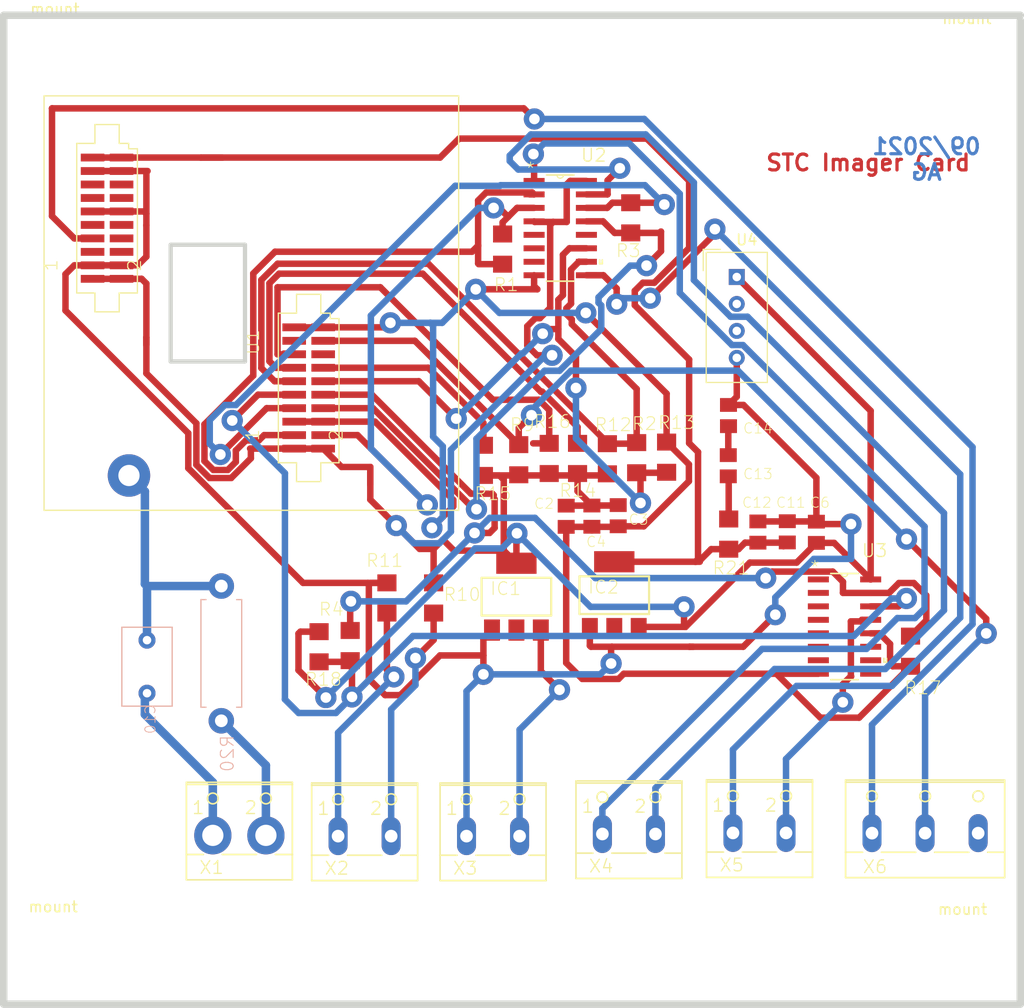
<source format=kicad_pcb>
(kicad_pcb (version 20171130) (host pcbnew "(5.1.9)-1")

  (general
    (thickness 1.6)
    (drawings 9)
    (tracks 545)
    (zones 0)
    (modules 41)
    (nets 48)
  )

  (page A4)
  (layers
    (0 Top signal)
    (31 Bottom signal)
    (32 B.Adhes user)
    (33 F.Adhes user)
    (34 B.Paste user hide)
    (35 F.Paste user hide)
    (36 B.SilkS user)
    (37 F.SilkS user)
    (38 B.Mask user hide)
    (39 F.Mask user)
    (40 Dwgs.User user hide)
    (41 Cmts.User user hide)
    (42 Eco1.User user hide)
    (43 Eco2.User user)
    (44 Edge.Cuts user)
    (45 Margin user hide)
    (46 B.CrtYd user)
    (47 F.CrtYd user)
    (48 B.Fab user hide)
    (49 F.Fab user hide)
  )

  (setup
    (last_trace_width 0.25)
    (user_trace_width 0.8)
    (trace_clearance 0.1524)
    (zone_clearance 0.508)
    (zone_45_only no)
    (trace_min 0.2)
    (via_size 0.8)
    (via_drill 0.4)
    (via_min_size 0.4)
    (via_min_drill 0.3)
    (user_via 2 1)
    (uvia_size 0.3)
    (uvia_drill 0.1)
    (uvias_allowed no)
    (uvia_min_size 0.2)
    (uvia_min_drill 0.1)
    (edge_width 0.05)
    (segment_width 0.2)
    (pcb_text_width 0.3)
    (pcb_text_size 1.5 1.5)
    (mod_edge_width 0.12)
    (mod_text_size 1 1)
    (mod_text_width 0.15)
    (pad_size 3.5814 3.5)
    (pad_drill 2)
    (pad_to_mask_clearance 0)
    (aux_axis_origin 72.39 171.45)
    (grid_origin 72.39 171.45)
    (visible_elements 7FFFF73F)
    (pcbplotparams
      (layerselection 0x010ff_ffffffff)
      (usegerberextensions false)
      (usegerberattributes true)
      (usegerberadvancedattributes true)
      (creategerberjobfile true)
      (excludeedgelayer true)
      (linewidth 0.100000)
      (plotframeref false)
      (viasonmask false)
      (mode 1)
      (useauxorigin false)
      (hpglpennumber 1)
      (hpglpenspeed 20)
      (hpglpendiameter 15.000000)
      (psnegative false)
      (psa4output false)
      (plotreference true)
      (plotvalue true)
      (plotinvisibletext false)
      (padsonsilk false)
      (subtractmaskfromsilk false)
      (outputformat 1)
      (mirror false)
      (drillshape 0)
      (scaleselection 1)
      (outputdirectory "Gerberoutput"))
  )

  (net 0 "")
  (net 1 AGND)
  (net 2 VCC)
  (net 3 /HV)
  (net 4 /AVFE)
  (net 5 /PWR_ON)
  (net 6 /RST)
  (net 7 /GPIO)
  (net 8 /SS_N)
  (net 9 /SS_P)
  (net 10 /MISO_N)
  (net 11 /MISO_P)
  (net 12 /MOSI_N)
  (net 13 /MOSI_P)
  (net 14 /CLK_N)
  (net 15 /CLK_P)
  (net 16 /MOSI)
  (net 17 /SS)
  (net 18 /CLK)
  (net 19 /MISO)
  (net 20 /LED-)
  (net 21 /LED+)
  (net 22 /VIN5V)
  (net 23 "Net-(C13-Pad2)")
  (net 24 "Net-(C13-Pad1)")
  (net 25 /EXT_PICO_600V)
  (net 26 /EXT_PICO_GND)
  (net 27 "Net-(U1-Pad25)")
  (net 28 "Net-(U2-Pad12)")
  (net 29 "Net-(U2-Pad7)")
  (net 30 "Net-(U2-Pad6)")
  (net 31 "Net-(U2-Pad5)")
  (net 32 "Net-(U3-Pad11)")
  (net 33 "Net-(U3-Pad10)")
  (net 34 "Net-(U3-Pad9)")
  (net 35 "Net-(U3-Pad7)")
  (net 36 "Net-(U3-Pad6)")
  (net 37 "Net-(U3-Pad5)")
  (net 38 "Net-(U3-Pad4)")
  (net 39 "Net-(U3-Pad3)")
  (net 40 "Net-(U3-Pad2)")
  (net 41 "Net-(U3-Pad1)")
  (net 42 "Net-(U4-Pad3)")
  (net 43 /NC)
  (net 44 /TCK)
  (net 45 /TMS)
  (net 46 /TDI)
  (net 47 DGND)

  (net_class Default "This is the default net class."
    (clearance 0.1524)
    (trace_width 0.25)
    (via_dia 0.8)
    (via_drill 0.4)
    (uvia_dia 0.3)
    (uvia_drill 0.1)
    (add_net /AVFE)
    (add_net /CLK)
    (add_net /CLK_N)
    (add_net /CLK_P)
    (add_net /EXT_PICO_600V)
    (add_net /EXT_PICO_GND)
    (add_net /GPIO)
    (add_net /HV)
    (add_net /LED+)
    (add_net /LED-)
    (add_net /MISO)
    (add_net /MISO_N)
    (add_net /MISO_P)
    (add_net /MOSI)
    (add_net /MOSI_N)
    (add_net /MOSI_P)
    (add_net /NC)
    (add_net /PWR_ON)
    (add_net /RST)
    (add_net /SS)
    (add_net /SS_N)
    (add_net /SS_P)
    (add_net /TCK)
    (add_net /TDI)
    (add_net /TMS)
    (add_net /VIN5V)
    (add_net AGND)
    (add_net DGND)
    (add_net "Net-(C13-Pad1)")
    (add_net "Net-(C13-Pad2)")
    (add_net "Net-(U1-Pad25)")
    (add_net "Net-(U2-Pad12)")
    (add_net "Net-(U2-Pad5)")
    (add_net "Net-(U2-Pad6)")
    (add_net "Net-(U2-Pad7)")
    (add_net "Net-(U3-Pad1)")
    (add_net "Net-(U3-Pad10)")
    (add_net "Net-(U3-Pad11)")
    (add_net "Net-(U3-Pad2)")
    (add_net "Net-(U3-Pad3)")
    (add_net "Net-(U3-Pad4)")
    (add_net "Net-(U3-Pad5)")
    (add_net "Net-(U3-Pad6)")
    (add_net "Net-(U3-Pad7)")
    (add_net "Net-(U3-Pad9)")
    (add_net "Net-(U4-Pad3)")
    (add_net VCC)
  )

  (module Capacitor_THT:C_Rect_L7.2mm_W4.5mm_P5.00mm_FKS2_FKP2_MKS2_MKP2 (layer Bottom) (tedit 5AE50EF0) (tstamp 61282B8D)
    (at 125.79 130.05 90)
    (descr "C, Rect series, Radial, pin pitch=5.00mm, , length*width=7.2*4.5mm^2, Capacitor, http://www.wima.com/EN/WIMA_FKS_2.pdf")
    (tags "C Rect series Radial pin pitch 5.00mm  length 7.2mm width 4.5mm Capacitor")
    (path /611CA6B2)
    (fp_text reference C10 (at -1 0.875 90) (layer B.SilkS)
      (effects (font (size 0.9652 0.9652) (thickness 0.077216)) (justify left bottom mirror))
    )
    (fp_text value 0.0123uF (at -1 -1.9 90) (layer B.Fab)
      (effects (font (size 0.9652 0.9652) (thickness 0.077216)) (justify left bottom mirror))
    )
    (fp_line (start 6.35 2.5) (end -1.35 2.5) (layer B.CrtYd) (width 0.05))
    (fp_line (start 6.35 -2.5) (end 6.35 2.5) (layer B.CrtYd) (width 0.05))
    (fp_line (start -1.35 -2.5) (end 6.35 -2.5) (layer B.CrtYd) (width 0.05))
    (fp_line (start -1.35 2.5) (end -1.35 -2.5) (layer B.CrtYd) (width 0.05))
    (fp_line (start 6.22 2.37) (end 6.22 -2.37) (layer B.SilkS) (width 0.12))
    (fp_line (start -1.22 2.37) (end -1.22 -2.37) (layer B.SilkS) (width 0.12))
    (fp_line (start -1.22 -2.37) (end 6.22 -2.37) (layer B.SilkS) (width 0.12))
    (fp_line (start -1.22 2.37) (end 6.22 2.37) (layer B.SilkS) (width 0.12))
    (fp_line (start 6.1 2.25) (end -1.1 2.25) (layer B.Fab) (width 0.1))
    (fp_line (start 6.1 -2.25) (end 6.1 2.25) (layer B.Fab) (width 0.1))
    (fp_line (start -1.1 -2.25) (end 6.1 -2.25) (layer B.Fab) (width 0.1))
    (fp_line (start -1.1 2.25) (end -1.1 -2.25) (layer B.Fab) (width 0.1))
    (fp_text user %R (at 2.5 0 90) (layer B.Fab)
      (effects (font (size 1 1) (thickness 0.15)) (justify mirror))
    )
    (pad 2 thru_hole circle (at 5 0 90) (size 1.6 1.6) (drill 0.8) (layers *.Cu *.Mask)
      (net 3 /HV))
    (pad 1 thru_hole circle (at 0 0 90) (size 1.6 1.6) (drill 0.8) (layers *.Cu *.Mask)
      (net 25 /EXT_PICO_600V))
    (model ${KISYS3DMOD}/Capacitor_THT.3dshapes/C_Rect_L7.2mm_W4.5mm_P5.00mm_FKS2_FKP2_MKS2_MKP2.wrl
      (at (xyz 0 0 0))
      (scale (xyz 1 1 1))
      (rotate (xyz 0 0 0))
    )
  )

  (module CZTBoardV3:C0805K (layer Top) (tedit 0) (tstamp 61282BB5)
    (at 180.57 103.88 90)
    (descr "<b>Ceramic Chip Capacitor KEMET 0805 reflow solder</b><p>\nMetric Code Size 2012")
    (path /612BA189)
    (fp_text reference C14 (at -1.77 1.32) (layer F.SilkS)
      (effects (font (size 0.9652 0.9652) (thickness 0.077216)) (justify left bottom))
    )
    (fp_text value 4.7uF (at -1 1.9 -90) (layer F.Fab)
      (effects (font (size 0.9652 0.9652) (thickness 0.077216)) (justify left bottom))
    )
    (fp_poly (pts (xy 0.5 0.65) (xy 1 0.65) (xy 1 -0.65) (xy 0.5 -0.65)) (layer F.Fab) (width 0))
    (fp_poly (pts (xy -1 0.65) (xy -0.5 0.65) (xy -0.5 -0.65) (xy -1 -0.65)) (layer F.Fab) (width 0))
    (fp_line (start 0.925 0.6) (end -0.925 0.6) (layer F.Fab) (width 0.1016))
    (fp_line (start -0.925 -0.6) (end 0.925 -0.6) (layer F.Fab) (width 0.1016))
    (fp_text user %R (at 2.5 0 90) (layer F.Fab)
      (effects (font (size 1 1) (thickness 0.15)))
    )
    (pad 2 smd rect (at 1 0 90) (size 1.3 1.6) (layers Top F.Paste F.Mask)
      (net 1 AGND) (solder_mask_margin 0.1016))
    (pad 1 smd rect (at -1 0 90) (size 1.3 1.6) (layers Top F.Paste F.Mask)
      (net 23 "Net-(C13-Pad2)") (solder_mask_margin 0.1016))
  )

  (module CZTBoardV3:C0805K (layer Top) (tedit 0) (tstamp 61282B97)
    (at 186.11 114.84 90)
    (descr "<b>Ceramic Chip Capacitor KEMET 0805 reflow solder</b><p>\nMetric Code Size 2012")
    (path /612ADFEF)
    (fp_text reference C11 (at 2.19 -1.12) (layer F.SilkS)
      (effects (font (size 0.9652 0.9652) (thickness 0.077216)) (justify left bottom))
    )
    (fp_text value 0.1uF (at -1 1.9 -90) (layer F.Fab)
      (effects (font (size 0.9652 0.9652) (thickness 0.077216)) (justify left bottom))
    )
    (fp_poly (pts (xy 0.5 0.65) (xy 1 0.65) (xy 1 -0.65) (xy 0.5 -0.65)) (layer F.Fab) (width 0))
    (fp_poly (pts (xy -1 0.65) (xy -0.5 0.65) (xy -0.5 -0.65) (xy -1 -0.65)) (layer F.Fab) (width 0))
    (fp_line (start 0.925 0.6) (end -0.925 0.6) (layer F.Fab) (width 0.1016))
    (fp_line (start -0.925 -0.6) (end 0.925 -0.6) (layer F.Fab) (width 0.1016))
    (fp_text user %R (at 2.5 0 90) (layer F.Fab)
      (effects (font (size 1 1) (thickness 0.15)))
    )
    (pad 2 smd rect (at 1 0 90) (size 1.3 1.6) (layers Top F.Paste F.Mask)
      (net 1 AGND) (solder_mask_margin 0.1016))
    (pad 1 smd rect (at -1 0 90) (size 1.3 1.6) (layers Top F.Paste F.Mask)
      (net 4 /AVFE) (solder_mask_margin 0.1016))
  )

  (module CZTBoardV3:C0805K (layer Top) (tedit 0) (tstamp 61282BA1)
    (at 183.34 114.86 90)
    (descr "<b>Ceramic Chip Capacitor KEMET 0805 reflow solder</b><p>\nMetric Code Size 2012")
    (path /612B0CD3)
    (fp_text reference C12 (at 2.21 -1.55) (layer F.SilkS)
      (effects (font (size 0.9652 0.9652) (thickness 0.077216)) (justify left bottom))
    )
    (fp_text value 0.1uF (at -1 1.9 -90) (layer F.Fab)
      (effects (font (size 0.9652 0.9652) (thickness 0.077216)) (justify left bottom))
    )
    (fp_poly (pts (xy 0.5 0.65) (xy 1 0.65) (xy 1 -0.65) (xy 0.5 -0.65)) (layer F.Fab) (width 0))
    (fp_poly (pts (xy -1 0.65) (xy -0.5 0.65) (xy -0.5 -0.65) (xy -1 -0.65)) (layer F.Fab) (width 0))
    (fp_line (start 0.925 0.6) (end -0.925 0.6) (layer F.Fab) (width 0.1016))
    (fp_line (start -0.925 -0.6) (end 0.925 -0.6) (layer F.Fab) (width 0.1016))
    (fp_text user %R (at 2.5 0 90) (layer F.Fab)
      (effects (font (size 1 1) (thickness 0.15)))
    )
    (pad 2 smd rect (at 1 0 90) (size 1.3 1.6) (layers Top F.Paste F.Mask)
      (net 1 AGND) (solder_mask_margin 0.1016))
    (pad 1 smd rect (at -1 0 90) (size 1.3 1.6) (layers Top F.Paste F.Mask)
      (net 4 /AVFE) (solder_mask_margin 0.1016))
  )

  (module CZTBoardV3:C0805K (layer Top) (tedit 0) (tstamp 61282BAB)
    (at 180.55 108.61 90)
    (descr "<b>Ceramic Chip Capacitor KEMET 0805 reflow solder</b><p>\nMetric Code Size 2012")
    (path /612B53BE)
    (fp_text reference C13 (at -1.34 1.34) (layer F.SilkS)
      (effects (font (size 0.9652 0.9652) (thickness 0.077216)) (justify left bottom))
    )
    (fp_text value 4.7uF (at -1 1.9 -90) (layer F.Fab)
      (effects (font (size 0.9652 0.9652) (thickness 0.077216)) (justify left bottom))
    )
    (fp_poly (pts (xy 0.5 0.65) (xy 1 0.65) (xy 1 -0.65) (xy 0.5 -0.65)) (layer F.Fab) (width 0))
    (fp_poly (pts (xy -1 0.65) (xy -0.5 0.65) (xy -0.5 -0.65) (xy -1 -0.65)) (layer F.Fab) (width 0))
    (fp_line (start 0.925 0.6) (end -0.925 0.6) (layer F.Fab) (width 0.1016))
    (fp_line (start -0.925 -0.6) (end 0.925 -0.6) (layer F.Fab) (width 0.1016))
    (fp_text user %R (at 2.5 0 90) (layer F.Fab)
      (effects (font (size 1 1) (thickness 0.15)))
    )
    (pad 2 smd rect (at 1 0 90) (size 1.3 1.6) (layers Top F.Paste F.Mask)
      (net 23 "Net-(C13-Pad2)") (solder_mask_margin 0.1016))
    (pad 1 smd rect (at -1 0 90) (size 1.3 1.6) (layers Top F.Paste F.Mask)
      (net 24 "Net-(C13-Pad1)") (solder_mask_margin 0.1016))
  )

  (module CZTBoardV3:C0805K (layer Top) (tedit 0) (tstamp 61282B83)
    (at 188.85 114.88 90)
    (descr "<b>Ceramic Chip Capacitor KEMET 0805 reflow solder</b><p>\nMetric Code Size 2012")
    (path /0CFD014E)
    (fp_text reference C6 (at 2.23 -0.66) (layer F.SilkS)
      (effects (font (size 0.9652 0.9652) (thickness 0.077216)) (justify left bottom))
    )
    (fp_text value 0.01uF (at -1 1.9 270) (layer F.Fab)
      (effects (font (size 0.9652 0.9652) (thickness 0.077216)) (justify left bottom))
    )
    (fp_poly (pts (xy 0.5 0.65) (xy 1 0.65) (xy 1 -0.65) (xy 0.5 -0.65)) (layer F.Fab) (width 0))
    (fp_poly (pts (xy -1 0.65) (xy -0.5 0.65) (xy -0.5 -0.65) (xy -1 -0.65)) (layer F.Fab) (width 0))
    (fp_line (start 0.925 0.6) (end -0.925 0.6) (layer F.Fab) (width 0.1016))
    (fp_line (start -0.925 -0.6) (end 0.925 -0.6) (layer F.Fab) (width 0.1016))
    (fp_text user %R (at 2.5 0 90) (layer F.Fab)
      (effects (font (size 1 1) (thickness 0.15)))
    )
    (pad 2 smd rect (at 1 0 90) (size 1.3 1.6) (layers Top F.Paste F.Mask)
      (net 1 AGND) (solder_mask_margin 0.1016))
    (pad 1 smd rect (at -1 0 90) (size 1.3 1.6) (layers Top F.Paste F.Mask)
      (net 2 VCC) (solder_mask_margin 0.1016))
  )

  (module CZTBoardV3:C0805K (layer Top) (tedit 0) (tstamp 61282B6F)
    (at 170.18 113.32 270)
    (descr "<b>Ceramic Chip Capacitor KEMET 0805 reflow solder</b><p>\nMetric Code Size 2012")
    (path /4B947791)
    (fp_text reference C3 (at 0.93 -2.91) (layer F.SilkS)
      (effects (font (size 0.9652 0.9652) (thickness 0.077216)) (justify right bottom))
    )
    (fp_text value 0.01uF (at -1 1.9 270) (layer F.Fab)
      (effects (font (size 0.9652 0.9652) (thickness 0.077216)) (justify right bottom))
    )
    (fp_poly (pts (xy 0.5 0.65) (xy 1 0.65) (xy 1 -0.65) (xy 0.5 -0.65)) (layer F.Fab) (width 0))
    (fp_poly (pts (xy -1 0.65) (xy -0.5 0.65) (xy -0.5 -0.65) (xy -1 -0.65)) (layer F.Fab) (width 0))
    (fp_line (start 0.925 0.6) (end -0.925 0.6) (layer F.Fab) (width 0.1016))
    (fp_line (start -0.925 -0.6) (end 0.925 -0.6) (layer F.Fab) (width 0.1016))
    (fp_text user %R (at 2.5 0 90) (layer F.Fab)
      (effects (font (size 1 1) (thickness 0.15)))
    )
    (pad 2 smd rect (at 1 0 270) (size 1.3 1.6) (layers Top F.Paste F.Mask)
      (net 47 DGND) (solder_mask_margin 0.1016))
    (pad 1 smd rect (at -1 0 270) (size 1.3 1.6) (layers Top F.Paste F.Mask)
      (net 2 VCC) (solder_mask_margin 0.1016))
  )

  (module CZTBoardV3:C0805K (layer Top) (tedit 0) (tstamp 61282B79)
    (at 167.7 113.36 270)
    (descr "<b>Ceramic Chip Capacitor KEMET 0805 reflow solder</b><p>\nMetric Code Size 2012")
    (path /8927FE6E)
    (fp_text reference C4 (at 2.99 -1.39) (layer F.SilkS)
      (effects (font (size 0.9652 0.9652) (thickness 0.077216)) (justify right bottom))
    )
    (fp_text value 0.001uF (at -1 1.9 270) (layer F.Fab)
      (effects (font (size 0.9652 0.9652) (thickness 0.077216)) (justify right bottom))
    )
    (fp_poly (pts (xy 0.5 0.65) (xy 1 0.65) (xy 1 -0.65) (xy 0.5 -0.65)) (layer F.Fab) (width 0))
    (fp_poly (pts (xy -1 0.65) (xy -0.5 0.65) (xy -0.5 -0.65) (xy -1 -0.65)) (layer F.Fab) (width 0))
    (fp_line (start 0.925 0.6) (end -0.925 0.6) (layer F.Fab) (width 0.1016))
    (fp_line (start -0.925 -0.6) (end 0.925 -0.6) (layer F.Fab) (width 0.1016))
    (fp_text user %R (at 2.5 0 90) (layer F.Fab)
      (effects (font (size 1 1) (thickness 0.15)))
    )
    (pad 2 smd rect (at 1 0 270) (size 1.3 1.6) (layers Top F.Paste F.Mask)
      (net 47 DGND) (solder_mask_margin 0.1016))
    (pad 1 smd rect (at -1 0 270) (size 1.3 1.6) (layers Top F.Paste F.Mask)
      (net 2 VCC) (solder_mask_margin 0.1016))
  )

  (module CZTBoardV3:C0805K (layer Top) (tedit 0) (tstamp 61282B65)
    (at 165.28 113.37 270)
    (descr "<b>Ceramic Chip Capacitor KEMET 0805 reflow solder</b><p>\nMetric Code Size 2012")
    (path /EEABBFD7)
    (fp_text reference C2 (at -0.62 1.09) (layer F.SilkS)
      (effects (font (size 0.9652 0.9652) (thickness 0.077216)) (justify right bottom))
    )
    (fp_text value 0.1uF (at -1 1.9 270) (layer F.Fab)
      (effects (font (size 0.9652 0.9652) (thickness 0.077216)) (justify right bottom))
    )
    (fp_poly (pts (xy 0.5 0.65) (xy 1 0.65) (xy 1 -0.65) (xy 0.5 -0.65)) (layer F.Fab) (width 0))
    (fp_poly (pts (xy -1 0.65) (xy -0.5 0.65) (xy -0.5 -0.65) (xy -1 -0.65)) (layer F.Fab) (width 0))
    (fp_line (start 0.925 0.6) (end -0.925 0.6) (layer F.Fab) (width 0.1016))
    (fp_line (start -0.925 -0.6) (end 0.925 -0.6) (layer F.Fab) (width 0.1016))
    (fp_text user %R (at 2.5 0 90) (layer F.Fab)
      (effects (font (size 1 1) (thickness 0.15)))
    )
    (pad 2 smd rect (at 1 0 270) (size 1.3 1.6) (layers Top F.Paste F.Mask)
      (net 47 DGND) (solder_mask_margin 0.1016))
    (pad 1 smd rect (at -1 0 270) (size 1.3 1.6) (layers Top F.Paste F.Mask)
      (net 2 VCC) (solder_mask_margin 0.1016))
  )

  (module Resistor_THT:R_Axial_DIN0411_L9.9mm_D3.6mm_P12.70mm_Horizontal (layer Bottom) (tedit 5AE5139B) (tstamp 61282CD2)
    (at 132.79 132.65 90)
    (descr "Resistor, Axial_DIN0411 series, Axial, Horizontal, pin pitch=12.7mm, 1W, length*diameter=9.9*3.6mm^2")
    (tags "Resistor Axial_DIN0411 series Axial Horizontal pin pitch 12.7mm 1W length 9.9mm diameter 3.6mm")
    (path /611DDABD)
    (fp_text reference R20 (at -1.27 1.27 90) (layer B.SilkS)
      (effects (font (size 1.2065 1.2065) (thickness 0.09652)) (justify left bottom mirror))
    )
    (fp_text value 470k (at -1.27 -2.54 90) (layer B.Fab)
      (effects (font (size 1.2065 1.2065) (thickness 0.09652)) (justify left bottom mirror))
    )
    (fp_line (start 1.4 1.8) (end 1.4 -1.8) (layer B.Fab) (width 0.1))
    (fp_line (start 1.4 -1.8) (end 11.3 -1.8) (layer B.Fab) (width 0.1))
    (fp_line (start 11.3 -1.8) (end 11.3 1.8) (layer B.Fab) (width 0.1))
    (fp_line (start 11.3 1.8) (end 1.4 1.8) (layer B.Fab) (width 0.1))
    (fp_line (start 0 0) (end 1.4 0) (layer B.Fab) (width 0.1))
    (fp_line (start 12.7 0) (end 11.3 0) (layer B.Fab) (width 0.1))
    (fp_line (start 1.28 1.44) (end 1.28 1.92) (layer B.SilkS) (width 0.12))
    (fp_line (start 1.28 1.92) (end 11.42 1.92) (layer B.SilkS) (width 0.12))
    (fp_line (start 11.42 1.92) (end 11.42 1.44) (layer B.SilkS) (width 0.12))
    (fp_line (start 1.28 -1.44) (end 1.28 -1.92) (layer B.SilkS) (width 0.12))
    (fp_line (start 1.28 -1.92) (end 11.42 -1.92) (layer B.SilkS) (width 0.12))
    (fp_line (start 11.42 -1.92) (end 11.42 -1.44) (layer B.SilkS) (width 0.12))
    (fp_line (start -1.45 2.05) (end -1.45 -2.05) (layer B.CrtYd) (width 0.05))
    (fp_line (start -1.45 -2.05) (end 14.15 -2.05) (layer B.CrtYd) (width 0.05))
    (fp_line (start 14.15 -2.05) (end 14.15 2.05) (layer B.CrtYd) (width 0.05))
    (fp_line (start 14.15 2.05) (end -1.45 2.05) (layer B.CrtYd) (width 0.05))
    (fp_text user %R (at 6.35 0 90) (layer B.Fab)
      (effects (font (size 1 1) (thickness 0.15)) (justify mirror))
    )
    (pad 2 thru_hole oval (at 12.7 0 90) (size 2.4 2.4) (drill 1.2) (layers *.Cu *.Mask)
      (net 3 /HV))
    (pad 1 thru_hole circle (at 0 0 90) (size 2.4 2.4) (drill 1.2) (layers *.Cu *.Mask)
      (net 26 /EXT_PICO_GND))
    (model ${KISYS3DMOD}/Resistor_THT.3dshapes/R_Axial_DIN0411_L9.9mm_D3.6mm_P12.70mm_Horizontal.wrl
      (at (xyz 0 0 0))
      (scale (xyz 1 1 1))
      (rotate (xyz 0 0 0))
    )
  )

  (module CZTBoardV3:R1206 (layer Top) (tedit 0) (tstamp 61282C00)
    (at 159.29 88.19 90)
    (descr <b>RESISTOR</b>)
    (path /E6C7F8B8)
    (fp_text reference R1 (at -4.06 -0.9) (layer F.SilkS)
      (effects (font (size 1.2065 1.2065) (thickness 0.09652)) (justify left bottom))
    )
    (fp_text value 100 (at -1.27 2.54 -90) (layer F.Fab)
      (effects (font (size 1.2065 1.2065) (thickness 0.09652)) (justify left bottom))
    )
    (fp_poly (pts (xy -0.3 0.7) (xy 0.3 0.7) (xy 0.3 -0.7) (xy -0.3 -0.7)) (layer F.Adhes) (width 0))
    (fp_poly (pts (xy 0.9525 0.8763) (xy 1.6891 0.8763) (xy 1.6891 -0.8763) (xy 0.9525 -0.8763)) (layer F.Fab) (width 0))
    (fp_poly (pts (xy -1.6891 0.8763) (xy -0.9525 0.8763) (xy -0.9525 -0.8763) (xy -1.6891 -0.8763)) (layer F.Fab) (width 0))
    (fp_line (start -2.473 0.983) (end -2.473 -0.983) (layer Dwgs.User) (width 0.0508))
    (fp_line (start 2.473 0.983) (end -2.473 0.983) (layer Dwgs.User) (width 0.0508))
    (fp_line (start 2.473 -0.983) (end 2.473 0.983) (layer Dwgs.User) (width 0.0508))
    (fp_line (start -2.473 -0.983) (end 2.473 -0.983) (layer Dwgs.User) (width 0.0508))
    (fp_line (start 0.9525 -0.8128) (end -0.9652 -0.8128) (layer F.Fab) (width 0.1524))
    (fp_line (start 0.9525 0.8128) (end -0.9652 0.8128) (layer F.Fab) (width 0.1524))
    (pad 1 smd rect (at -1.422 0 90) (size 1.6 1.803) (layers Top F.Paste F.Mask)
      (net 15 /CLK_P) (solder_mask_margin 0.1016))
    (pad 2 smd rect (at 1.422 0 90) (size 1.6 1.803) (layers Top F.Paste F.Mask)
      (net 14 /CLK_N) (solder_mask_margin 0.1016))
  )

  (module CZTBoardV3:R1206 (layer Top) (tedit 0) (tstamp 61282C0F)
    (at 171.92 107.85 270)
    (descr <b>RESISTOR</b>)
    (path /37FF1F05)
    (fp_text reference R2 (at -2.5 -1.97) (layer F.SilkS)
      (effects (font (size 1.2065 1.2065) (thickness 0.09652)) (justify right bottom))
    )
    (fp_text value 100 (at -1.27 2.54 270) (layer F.Fab)
      (effects (font (size 1.2065 1.2065) (thickness 0.09652)) (justify right bottom))
    )
    (fp_poly (pts (xy -0.3 0.7) (xy 0.3 0.7) (xy 0.3 -0.7) (xy -0.3 -0.7)) (layer F.Adhes) (width 0))
    (fp_poly (pts (xy 0.9525 0.8763) (xy 1.6891 0.8763) (xy 1.6891 -0.8763) (xy 0.9525 -0.8763)) (layer F.Fab) (width 0))
    (fp_poly (pts (xy -1.6891 0.8763) (xy -0.9525 0.8763) (xy -0.9525 -0.8763) (xy -1.6891 -0.8763)) (layer F.Fab) (width 0))
    (fp_line (start -2.473 0.983) (end -2.473 -0.983) (layer Dwgs.User) (width 0.0508))
    (fp_line (start 2.473 0.983) (end -2.473 0.983) (layer Dwgs.User) (width 0.0508))
    (fp_line (start 2.473 -0.983) (end 2.473 0.983) (layer Dwgs.User) (width 0.0508))
    (fp_line (start -2.473 -0.983) (end 2.473 -0.983) (layer Dwgs.User) (width 0.0508))
    (fp_line (start 0.9525 -0.8128) (end -0.9652 -0.8128) (layer F.Fab) (width 0.1524))
    (fp_line (start 0.9525 0.8128) (end -0.9652 0.8128) (layer F.Fab) (width 0.1524))
    (pad 1 smd rect (at -1.422 0 270) (size 1.6 1.803) (layers Top F.Paste F.Mask)
      (net 9 /SS_P) (solder_mask_margin 0.1016))
    (pad 2 smd rect (at 1.422 0 270) (size 1.6 1.803) (layers Top F.Paste F.Mask)
      (net 8 /SS_N) (solder_mask_margin 0.1016))
  )

  (module CZTBoardV3:R1206 (layer Top) (tedit 0) (tstamp 61282C1E)
    (at 171.36 85.242 90)
    (descr <b>RESISTOR</b>)
    (path /12AB12F6)
    (fp_text reference R3 (at -3.808 -1.47) (layer F.SilkS)
      (effects (font (size 1.2065 1.2065) (thickness 0.09652)) (justify left bottom))
    )
    (fp_text value 100 (at -1.27 2.54 -90) (layer F.Fab)
      (effects (font (size 1.2065 1.2065) (thickness 0.09652)) (justify left bottom))
    )
    (fp_poly (pts (xy -0.3 0.7) (xy 0.3 0.7) (xy 0.3 -0.7) (xy -0.3 -0.7)) (layer F.Adhes) (width 0))
    (fp_poly (pts (xy 0.9525 0.8763) (xy 1.6891 0.8763) (xy 1.6891 -0.8763) (xy 0.9525 -0.8763)) (layer F.Fab) (width 0))
    (fp_poly (pts (xy -1.6891 0.8763) (xy -0.9525 0.8763) (xy -0.9525 -0.8763) (xy -1.6891 -0.8763)) (layer F.Fab) (width 0))
    (fp_line (start -2.473 0.983) (end -2.473 -0.983) (layer Dwgs.User) (width 0.0508))
    (fp_line (start 2.473 0.983) (end -2.473 0.983) (layer Dwgs.User) (width 0.0508))
    (fp_line (start 2.473 -0.983) (end 2.473 0.983) (layer Dwgs.User) (width 0.0508))
    (fp_line (start -2.473 -0.983) (end 2.473 -0.983) (layer Dwgs.User) (width 0.0508))
    (fp_line (start 0.9525 -0.8128) (end -0.9652 -0.8128) (layer F.Fab) (width 0.1524))
    (fp_line (start 0.9525 0.8128) (end -0.9652 0.8128) (layer F.Fab) (width 0.1524))
    (pad 1 smd rect (at -1.422 0 90) (size 1.6 1.803) (layers Top F.Paste F.Mask)
      (net 12 /MOSI_N) (solder_mask_margin 0.1016))
    (pad 2 smd rect (at 1.422 0 90) (size 1.6 1.803) (layers Top F.Paste F.Mask)
      (net 13 /MOSI_P) (solder_mask_margin 0.1016))
  )

  (module CZTBoardV3:R1206 (layer Top) (tedit 0) (tstamp 61282C2D)
    (at 144.93 125.56 270)
    (descr <b>RESISTOR</b>)
    (path /083F992A)
    (fp_text reference R4 (at -2.71 0.54) (layer F.SilkS)
      (effects (font (size 1.2065 1.2065) (thickness 0.09652)) (justify right bottom))
    )
    (fp_text value 100 (at -1.27 2.54 270) (layer F.Fab)
      (effects (font (size 1.2065 1.2065) (thickness 0.09652)) (justify right bottom))
    )
    (fp_poly (pts (xy -0.3 0.7) (xy 0.3 0.7) (xy 0.3 -0.7) (xy -0.3 -0.7)) (layer F.Adhes) (width 0))
    (fp_poly (pts (xy 0.9525 0.8763) (xy 1.6891 0.8763) (xy 1.6891 -0.8763) (xy 0.9525 -0.8763)) (layer F.Fab) (width 0))
    (fp_poly (pts (xy -1.6891 0.8763) (xy -0.9525 0.8763) (xy -0.9525 -0.8763) (xy -1.6891 -0.8763)) (layer F.Fab) (width 0))
    (fp_line (start -2.473 0.983) (end -2.473 -0.983) (layer Dwgs.User) (width 0.0508))
    (fp_line (start 2.473 0.983) (end -2.473 0.983) (layer Dwgs.User) (width 0.0508))
    (fp_line (start 2.473 -0.983) (end 2.473 0.983) (layer Dwgs.User) (width 0.0508))
    (fp_line (start -2.473 -0.983) (end 2.473 -0.983) (layer Dwgs.User) (width 0.0508))
    (fp_line (start 0.9525 -0.8128) (end -0.9652 -0.8128) (layer F.Fab) (width 0.1524))
    (fp_line (start 0.9525 0.8128) (end -0.9652 0.8128) (layer F.Fab) (width 0.1524))
    (pad 1 smd rect (at -1.422 0 270) (size 1.6 1.803) (layers Top F.Paste F.Mask)
      (net 10 /MISO_N) (solder_mask_margin 0.1016))
    (pad 2 smd rect (at 1.422 0 270) (size 1.6 1.803) (layers Top F.Paste F.Mask)
      (net 11 /MISO_P) (solder_mask_margin 0.1016))
  )

  (module CZTBoardV3:R1206 (layer Top) (tedit 0) (tstamp 61282C3C)
    (at 160.81 108.042 270)
    (descr <b>RESISTOR</b>)
    (path /22FF1DF3)
    (fp_text reference R9 (at -2.592 -1.58) (layer F.SilkS)
      (effects (font (size 1.2065 1.2065) (thickness 0.09652)) (justify right bottom))
    )
    (fp_text value 10k (at -1.27 2.54 270) (layer F.Fab)
      (effects (font (size 1.2065 1.2065) (thickness 0.09652)) (justify right bottom))
    )
    (fp_poly (pts (xy -0.3 0.7) (xy 0.3 0.7) (xy 0.3 -0.7) (xy -0.3 -0.7)) (layer F.Adhes) (width 0))
    (fp_poly (pts (xy 0.9525 0.8763) (xy 1.6891 0.8763) (xy 1.6891 -0.8763) (xy 0.9525 -0.8763)) (layer F.Fab) (width 0))
    (fp_poly (pts (xy -1.6891 0.8763) (xy -0.9525 0.8763) (xy -0.9525 -0.8763) (xy -1.6891 -0.8763)) (layer F.Fab) (width 0))
    (fp_line (start -2.473 0.983) (end -2.473 -0.983) (layer Dwgs.User) (width 0.0508))
    (fp_line (start 2.473 0.983) (end -2.473 0.983) (layer Dwgs.User) (width 0.0508))
    (fp_line (start 2.473 -0.983) (end 2.473 0.983) (layer Dwgs.User) (width 0.0508))
    (fp_line (start -2.473 -0.983) (end 2.473 -0.983) (layer Dwgs.User) (width 0.0508))
    (fp_line (start 0.9525 -0.8128) (end -0.9652 -0.8128) (layer F.Fab) (width 0.1524))
    (fp_line (start 0.9525 0.8128) (end -0.9652 0.8128) (layer F.Fab) (width 0.1524))
    (pad 1 smd rect (at -1.422 0 270) (size 1.6 1.803) (layers Top F.Paste F.Mask)
      (net 6 /RST) (solder_mask_margin 0.1016))
    (pad 2 smd rect (at 1.422 0 270) (size 1.6 1.803) (layers Top F.Paste F.Mask)
      (net 2 VCC) (solder_mask_margin 0.1016))
  )

  (module CZTBoardV3:R1206 (layer Top) (tedit 0) (tstamp 61282C4B)
    (at 152.79 121.072 270)
    (descr <b>RESISTOR</b>)
    (path /C0B20218)
    (fp_text reference R10 (at 0.378 -4.5) (layer F.SilkS)
      (effects (font (size 1.2065 1.2065) (thickness 0.09652)) (justify right bottom))
    )
    (fp_text value 10k (at -1.27 2.54 270) (layer F.Fab)
      (effects (font (size 1.2065 1.2065) (thickness 0.09652)) (justify right bottom))
    )
    (fp_poly (pts (xy -0.3 0.7) (xy 0.3 0.7) (xy 0.3 -0.7) (xy -0.3 -0.7)) (layer F.Adhes) (width 0))
    (fp_poly (pts (xy 0.9525 0.8763) (xy 1.6891 0.8763) (xy 1.6891 -0.8763) (xy 0.9525 -0.8763)) (layer F.Fab) (width 0))
    (fp_poly (pts (xy -1.6891 0.8763) (xy -0.9525 0.8763) (xy -0.9525 -0.8763) (xy -1.6891 -0.8763)) (layer F.Fab) (width 0))
    (fp_line (start -2.473 0.983) (end -2.473 -0.983) (layer Dwgs.User) (width 0.0508))
    (fp_line (start 2.473 0.983) (end -2.473 0.983) (layer Dwgs.User) (width 0.0508))
    (fp_line (start 2.473 -0.983) (end 2.473 0.983) (layer Dwgs.User) (width 0.0508))
    (fp_line (start -2.473 -0.983) (end 2.473 -0.983) (layer Dwgs.User) (width 0.0508))
    (fp_line (start 0.9525 -0.8128) (end -0.9652 -0.8128) (layer F.Fab) (width 0.1524))
    (fp_line (start 0.9525 0.8128) (end -0.9652 0.8128) (layer F.Fab) (width 0.1524))
    (pad 1 smd rect (at -1.422 0 270) (size 1.6 1.803) (layers Top F.Paste F.Mask)
      (net 2 VCC) (solder_mask_margin 0.1016))
    (pad 2 smd rect (at 1.422 0 270) (size 1.6 1.803) (layers Top F.Paste F.Mask)
      (net 21 /LED+) (solder_mask_margin 0.1016))
  )

  (module CZTBoardV3:R1206 (layer Top) (tedit 0) (tstamp 61282C5A)
    (at 148.39 121.072 270)
    (descr <b>RESISTOR</b>)
    (path /369C72E5)
    (fp_text reference R11 (at -2.822 -1.6) (layer F.SilkS)
      (effects (font (size 1.2065 1.2065) (thickness 0.09652)) (justify right bottom))
    )
    (fp_text value 10k (at -1.27 2.54 270) (layer F.Fab)
      (effects (font (size 1.2065 1.2065) (thickness 0.09652)) (justify right bottom))
    )
    (fp_poly (pts (xy -0.3 0.7) (xy 0.3 0.7) (xy 0.3 -0.7) (xy -0.3 -0.7)) (layer F.Adhes) (width 0))
    (fp_poly (pts (xy 0.9525 0.8763) (xy 1.6891 0.8763) (xy 1.6891 -0.8763) (xy 0.9525 -0.8763)) (layer F.Fab) (width 0))
    (fp_poly (pts (xy -1.6891 0.8763) (xy -0.9525 0.8763) (xy -0.9525 -0.8763) (xy -1.6891 -0.8763)) (layer F.Fab) (width 0))
    (fp_line (start -2.473 0.983) (end -2.473 -0.983) (layer Dwgs.User) (width 0.0508))
    (fp_line (start 2.473 0.983) (end -2.473 0.983) (layer Dwgs.User) (width 0.0508))
    (fp_line (start 2.473 -0.983) (end 2.473 0.983) (layer Dwgs.User) (width 0.0508))
    (fp_line (start -2.473 -0.983) (end 2.473 -0.983) (layer Dwgs.User) (width 0.0508))
    (fp_line (start 0.9525 -0.8128) (end -0.9652 -0.8128) (layer F.Fab) (width 0.1524))
    (fp_line (start 0.9525 0.8128) (end -0.9652 0.8128) (layer F.Fab) (width 0.1524))
    (pad 1 smd rect (at -1.422 0 270) (size 1.6 1.803) (layers Top F.Paste F.Mask)
      (net 1 AGND) (solder_mask_margin 0.1016))
    (pad 2 smd rect (at 1.422 0 270) (size 1.6 1.803) (layers Top F.Paste F.Mask)
      (net 20 /LED-) (solder_mask_margin 0.1016))
  )

  (module CZTBoardV3:R1206 (layer Top) (tedit 0) (tstamp 61282C69)
    (at 169.16 107.952 90)
    (descr <b>RESISTOR</b>)
    (path /F9C269AE)
    (fp_text reference R12 (at 2.502 -1.27) (layer F.SilkS)
      (effects (font (size 1.2065 1.2065) (thickness 0.09652)) (justify left bottom))
    )
    (fp_text value 10k (at -1.27 2.54 270) (layer F.Fab)
      (effects (font (size 1.2065 1.2065) (thickness 0.09652)) (justify left bottom))
    )
    (fp_poly (pts (xy -0.3 0.7) (xy 0.3 0.7) (xy 0.3 -0.7) (xy -0.3 -0.7)) (layer F.Adhes) (width 0))
    (fp_poly (pts (xy 0.9525 0.8763) (xy 1.6891 0.8763) (xy 1.6891 -0.8763) (xy 0.9525 -0.8763)) (layer F.Fab) (width 0))
    (fp_poly (pts (xy -1.6891 0.8763) (xy -0.9525 0.8763) (xy -0.9525 -0.8763) (xy -1.6891 -0.8763)) (layer F.Fab) (width 0))
    (fp_line (start -2.473 0.983) (end -2.473 -0.983) (layer Dwgs.User) (width 0.0508))
    (fp_line (start 2.473 0.983) (end -2.473 0.983) (layer Dwgs.User) (width 0.0508))
    (fp_line (start 2.473 -0.983) (end 2.473 0.983) (layer Dwgs.User) (width 0.0508))
    (fp_line (start -2.473 -0.983) (end 2.473 -0.983) (layer Dwgs.User) (width 0.0508))
    (fp_line (start 0.9525 -0.8128) (end -0.9652 -0.8128) (layer F.Fab) (width 0.1524))
    (fp_line (start 0.9525 0.8128) (end -0.9652 0.8128) (layer F.Fab) (width 0.1524))
    (pad 1 smd rect (at -1.422 0 90) (size 1.6 1.803) (layers Top F.Paste F.Mask)
      (net 2 VCC) (solder_mask_margin 0.1016))
    (pad 2 smd rect (at 1.422 0 90) (size 1.6 1.803) (layers Top F.Paste F.Mask)
      (net 9 /SS_P) (solder_mask_margin 0.1016))
  )

  (module CZTBoardV3:R1206 (layer Top) (tedit 0) (tstamp 61282C78)
    (at 174.74 107.802 270)
    (descr <b>RESISTOR</b>)
    (path /5685369C)
    (fp_text reference R13 (at -2.552 -2.75) (layer F.SilkS)
      (effects (font (size 1.2065 1.2065) (thickness 0.09652)) (justify right bottom))
    )
    (fp_text value 10k (at -1.27 2.54 270) (layer F.Fab)
      (effects (font (size 1.2065 1.2065) (thickness 0.09652)) (justify right bottom))
    )
    (fp_poly (pts (xy -0.3 0.7) (xy 0.3 0.7) (xy 0.3 -0.7) (xy -0.3 -0.7)) (layer F.Adhes) (width 0))
    (fp_poly (pts (xy 0.9525 0.8763) (xy 1.6891 0.8763) (xy 1.6891 -0.8763) (xy 0.9525 -0.8763)) (layer F.Fab) (width 0))
    (fp_poly (pts (xy -1.6891 0.8763) (xy -0.9525 0.8763) (xy -0.9525 -0.8763) (xy -1.6891 -0.8763)) (layer F.Fab) (width 0))
    (fp_line (start -2.473 0.983) (end -2.473 -0.983) (layer Dwgs.User) (width 0.0508))
    (fp_line (start 2.473 0.983) (end -2.473 0.983) (layer Dwgs.User) (width 0.0508))
    (fp_line (start 2.473 -0.983) (end 2.473 0.983) (layer Dwgs.User) (width 0.0508))
    (fp_line (start -2.473 -0.983) (end 2.473 -0.983) (layer Dwgs.User) (width 0.0508))
    (fp_line (start 0.9525 -0.8128) (end -0.9652 -0.8128) (layer F.Fab) (width 0.1524))
    (fp_line (start 0.9525 0.8128) (end -0.9652 0.8128) (layer F.Fab) (width 0.1524))
    (pad 1 smd rect (at -1.422 0 270) (size 1.6 1.803) (layers Top F.Paste F.Mask)
      (net 47 DGND) (solder_mask_margin 0.1016))
    (pad 2 smd rect (at 1.422 0 270) (size 1.6 1.803) (layers Top F.Paste F.Mask)
      (net 8 /SS_N) (solder_mask_margin 0.1016))
  )

  (module CZTBoardV3:R1206 (layer Top) (tedit 0) (tstamp 61282C87)
    (at 166.35 107.922 270)
    (descr <b>RESISTOR</b>)
    (path /5915D5B8)
    (fp_text reference R14 (at 3.728 -1.84) (layer F.SilkS)
      (effects (font (size 1.2065 1.2065) (thickness 0.09652)) (justify right bottom))
    )
    (fp_text value 10k (at -1.27 2.54 270) (layer F.Fab)
      (effects (font (size 1.2065 1.2065) (thickness 0.09652)) (justify right bottom))
    )
    (fp_poly (pts (xy -0.3 0.7) (xy 0.3 0.7) (xy 0.3 -0.7) (xy -0.3 -0.7)) (layer F.Adhes) (width 0))
    (fp_poly (pts (xy 0.9525 0.8763) (xy 1.6891 0.8763) (xy 1.6891 -0.8763) (xy 0.9525 -0.8763)) (layer F.Fab) (width 0))
    (fp_poly (pts (xy -1.6891 0.8763) (xy -0.9525 0.8763) (xy -0.9525 -0.8763) (xy -1.6891 -0.8763)) (layer F.Fab) (width 0))
    (fp_line (start -2.473 0.983) (end -2.473 -0.983) (layer Dwgs.User) (width 0.0508))
    (fp_line (start 2.473 0.983) (end -2.473 0.983) (layer Dwgs.User) (width 0.0508))
    (fp_line (start 2.473 -0.983) (end 2.473 0.983) (layer Dwgs.User) (width 0.0508))
    (fp_line (start -2.473 -0.983) (end 2.473 -0.983) (layer Dwgs.User) (width 0.0508))
    (fp_line (start 0.9525 -0.8128) (end -0.9652 -0.8128) (layer F.Fab) (width 0.1524))
    (fp_line (start 0.9525 0.8128) (end -0.9652 0.8128) (layer F.Fab) (width 0.1524))
    (pad 1 smd rect (at -1.422 0 270) (size 1.6 1.803) (layers Top F.Paste F.Mask)
      (net 44 /TCK) (solder_mask_margin 0.1016))
    (pad 2 smd rect (at 1.422 0 270) (size 1.6 1.803) (layers Top F.Paste F.Mask)
      (net 2 VCC) (solder_mask_margin 0.1016))
  )

  (module CZTBoardV3:R1206 (layer Top) (tedit 0) (tstamp 61282C96)
    (at 157.48 108.102 270)
    (descr <b>RESISTOR</b>)
    (path /ED00AE7A)
    (fp_text reference R15 (at 3.848 -2.71) (layer F.SilkS)
      (effects (font (size 1.2065 1.2065) (thickness 0.09652)) (justify right bottom))
    )
    (fp_text value 10k (at -1.27 2.54 270) (layer F.Fab)
      (effects (font (size 1.2065 1.2065) (thickness 0.09652)) (justify right bottom))
    )
    (fp_poly (pts (xy -0.3 0.7) (xy 0.3 0.7) (xy 0.3 -0.7) (xy -0.3 -0.7)) (layer F.Adhes) (width 0))
    (fp_poly (pts (xy 0.9525 0.8763) (xy 1.6891 0.8763) (xy 1.6891 -0.8763) (xy 0.9525 -0.8763)) (layer F.Fab) (width 0))
    (fp_poly (pts (xy -1.6891 0.8763) (xy -0.9525 0.8763) (xy -0.9525 -0.8763) (xy -1.6891 -0.8763)) (layer F.Fab) (width 0))
    (fp_line (start -2.473 0.983) (end -2.473 -0.983) (layer Dwgs.User) (width 0.0508))
    (fp_line (start 2.473 0.983) (end -2.473 0.983) (layer Dwgs.User) (width 0.0508))
    (fp_line (start 2.473 -0.983) (end 2.473 0.983) (layer Dwgs.User) (width 0.0508))
    (fp_line (start -2.473 -0.983) (end 2.473 -0.983) (layer Dwgs.User) (width 0.0508))
    (fp_line (start 0.9525 -0.8128) (end -0.9652 -0.8128) (layer F.Fab) (width 0.1524))
    (fp_line (start 0.9525 0.8128) (end -0.9652 0.8128) (layer F.Fab) (width 0.1524))
    (pad 1 smd rect (at -1.422 0 270) (size 1.6 1.803) (layers Top F.Paste F.Mask)
      (net 45 /TMS) (solder_mask_margin 0.1016))
    (pad 2 smd rect (at 1.422 0 270) (size 1.6 1.803) (layers Top F.Paste F.Mask)
      (net 2 VCC) (solder_mask_margin 0.1016))
  )

  (module CZTBoardV3:R1206 (layer Top) (tedit 0) (tstamp 61282CA5)
    (at 163.68 107.922 270)
    (descr <b>RESISTOR</b>)
    (path /96705122)
    (fp_text reference R16 (at -2.772 -2.11) (layer F.SilkS)
      (effects (font (size 1.2065 1.2065) (thickness 0.09652)) (justify right bottom))
    )
    (fp_text value 10k (at -1.27 2.54 270) (layer F.Fab)
      (effects (font (size 1.2065 1.2065) (thickness 0.09652)) (justify right bottom))
    )
    (fp_poly (pts (xy -0.3 0.7) (xy 0.3 0.7) (xy 0.3 -0.7) (xy -0.3 -0.7)) (layer F.Adhes) (width 0))
    (fp_poly (pts (xy 0.9525 0.8763) (xy 1.6891 0.8763) (xy 1.6891 -0.8763) (xy 0.9525 -0.8763)) (layer F.Fab) (width 0))
    (fp_poly (pts (xy -1.6891 0.8763) (xy -0.9525 0.8763) (xy -0.9525 -0.8763) (xy -1.6891 -0.8763)) (layer F.Fab) (width 0))
    (fp_line (start -2.473 0.983) (end -2.473 -0.983) (layer Dwgs.User) (width 0.0508))
    (fp_line (start 2.473 0.983) (end -2.473 0.983) (layer Dwgs.User) (width 0.0508))
    (fp_line (start 2.473 -0.983) (end 2.473 0.983) (layer Dwgs.User) (width 0.0508))
    (fp_line (start -2.473 -0.983) (end 2.473 -0.983) (layer Dwgs.User) (width 0.0508))
    (fp_line (start 0.9525 -0.8128) (end -0.9652 -0.8128) (layer F.Fab) (width 0.1524))
    (fp_line (start 0.9525 0.8128) (end -0.9652 0.8128) (layer F.Fab) (width 0.1524))
    (pad 1 smd rect (at -1.422 0 270) (size 1.6 1.803) (layers Top F.Paste F.Mask)
      (net 46 /TDI) (solder_mask_margin 0.1016))
    (pad 2 smd rect (at 1.422 0 270) (size 1.6 1.803) (layers Top F.Paste F.Mask)
      (net 2 VCC) (solder_mask_margin 0.1016))
  )

  (module CZTBoardV3:R1206 (layer Top) (tedit 0) (tstamp 61282CB4)
    (at 197.72 126.09 270)
    (descr <b>RESISTOR</b>)
    (path /AC3F9421)
    (fp_text reference R17 (at 4.16 -2.97) (layer F.SilkS)
      (effects (font (size 1.2065 1.2065) (thickness 0.09652)) (justify right bottom))
    )
    (fp_text value 10k (at -1.27 2.54 270) (layer F.Fab)
      (effects (font (size 1.2065 1.2065) (thickness 0.09652)) (justify right bottom))
    )
    (fp_poly (pts (xy -0.3 0.7) (xy 0.3 0.7) (xy 0.3 -0.7) (xy -0.3 -0.7)) (layer F.Adhes) (width 0))
    (fp_poly (pts (xy 0.9525 0.8763) (xy 1.6891 0.8763) (xy 1.6891 -0.8763) (xy 0.9525 -0.8763)) (layer F.Fab) (width 0))
    (fp_poly (pts (xy -1.6891 0.8763) (xy -0.9525 0.8763) (xy -0.9525 -0.8763) (xy -1.6891 -0.8763)) (layer F.Fab) (width 0))
    (fp_line (start -2.473 0.983) (end -2.473 -0.983) (layer Dwgs.User) (width 0.0508))
    (fp_line (start 2.473 0.983) (end -2.473 0.983) (layer Dwgs.User) (width 0.0508))
    (fp_line (start 2.473 -0.983) (end 2.473 0.983) (layer Dwgs.User) (width 0.0508))
    (fp_line (start -2.473 -0.983) (end 2.473 -0.983) (layer Dwgs.User) (width 0.0508))
    (fp_line (start 0.9525 -0.8128) (end -0.9652 -0.8128) (layer F.Fab) (width 0.1524))
    (fp_line (start 0.9525 0.8128) (end -0.9652 0.8128) (layer F.Fab) (width 0.1524))
    (pad 1 smd rect (at -1.422 0 270) (size 1.6 1.803) (layers Top F.Paste F.Mask)
      (net 10 /MISO_N) (solder_mask_margin 0.1016))
    (pad 2 smd rect (at 1.422 0 270) (size 1.6 1.803) (layers Top F.Paste F.Mask)
      (net 47 DGND) (solder_mask_margin 0.1016))
  )

  (module CZTBoardV3:R1206 (layer Top) (tedit 0) (tstamp 61282CC3)
    (at 142 125.672 90)
    (descr <b>RESISTOR</b>)
    (path /3D2E9ECA)
    (fp_text reference R18 (at -3.778 -1.41) (layer F.SilkS)
      (effects (font (size 1.2065 1.2065) (thickness 0.09652)) (justify left bottom))
    )
    (fp_text value 10k (at -1.27 2.54 -90) (layer F.Fab)
      (effects (font (size 1.2065 1.2065) (thickness 0.09652)) (justify left bottom))
    )
    (fp_poly (pts (xy -0.3 0.7) (xy 0.3 0.7) (xy 0.3 -0.7) (xy -0.3 -0.7)) (layer F.Adhes) (width 0))
    (fp_poly (pts (xy 0.9525 0.8763) (xy 1.6891 0.8763) (xy 1.6891 -0.8763) (xy 0.9525 -0.8763)) (layer F.Fab) (width 0))
    (fp_poly (pts (xy -1.6891 0.8763) (xy -0.9525 0.8763) (xy -0.9525 -0.8763) (xy -1.6891 -0.8763)) (layer F.Fab) (width 0))
    (fp_line (start -2.473 0.983) (end -2.473 -0.983) (layer Dwgs.User) (width 0.0508))
    (fp_line (start 2.473 0.983) (end -2.473 0.983) (layer Dwgs.User) (width 0.0508))
    (fp_line (start 2.473 -0.983) (end 2.473 0.983) (layer Dwgs.User) (width 0.0508))
    (fp_line (start -2.473 -0.983) (end 2.473 -0.983) (layer Dwgs.User) (width 0.0508))
    (fp_line (start 0.9525 -0.8128) (end -0.9652 -0.8128) (layer F.Fab) (width 0.1524))
    (fp_line (start 0.9525 0.8128) (end -0.9652 0.8128) (layer F.Fab) (width 0.1524))
    (pad 1 smd rect (at -1.422 0 90) (size 1.6 1.803) (layers Top F.Paste F.Mask)
      (net 11 /MISO_P) (solder_mask_margin 0.1016))
    (pad 2 smd rect (at 1.422 0 90) (size 1.6 1.803) (layers Top F.Paste F.Mask)
      (net 2 VCC) (solder_mask_margin 0.1016))
  )

  (module CZTBoardV3:R1206 (layer Top) (tedit 0) (tstamp 61282CE1)
    (at 180.59 115.052 90)
    (descr <b>RESISTOR</b>)
    (path /612AEB9C)
    (fp_text reference R21 (at -3.898 -1.6) (layer F.SilkS)
      (effects (font (size 1.2065 1.2065) (thickness 0.09652)) (justify left bottom))
    )
    (fp_text value 10E (at -1.27 2.54 270) (layer F.Fab)
      (effects (font (size 1.2065 1.2065) (thickness 0.09652)) (justify left bottom))
    )
    (fp_poly (pts (xy -0.3 0.7) (xy 0.3 0.7) (xy 0.3 -0.7) (xy -0.3 -0.7)) (layer F.Adhes) (width 0))
    (fp_poly (pts (xy 0.9525 0.8763) (xy 1.6891 0.8763) (xy 1.6891 -0.8763) (xy 0.9525 -0.8763)) (layer F.Fab) (width 0))
    (fp_poly (pts (xy -1.6891 0.8763) (xy -0.9525 0.8763) (xy -0.9525 -0.8763) (xy -1.6891 -0.8763)) (layer F.Fab) (width 0))
    (fp_line (start -2.473 0.983) (end -2.473 -0.983) (layer Dwgs.User) (width 0.0508))
    (fp_line (start 2.473 0.983) (end -2.473 0.983) (layer Dwgs.User) (width 0.0508))
    (fp_line (start 2.473 -0.983) (end 2.473 0.983) (layer Dwgs.User) (width 0.0508))
    (fp_line (start -2.473 -0.983) (end 2.473 -0.983) (layer Dwgs.User) (width 0.0508))
    (fp_line (start 0.9525 -0.8128) (end -0.9652 -0.8128) (layer F.Fab) (width 0.1524))
    (fp_line (start 0.9525 0.8128) (end -0.9652 0.8128) (layer F.Fab) (width 0.1524))
    (pad 1 smd rect (at -1.422 0 90) (size 1.6 1.803) (layers Top F.Paste F.Mask)
      (net 4 /AVFE) (solder_mask_margin 0.1016))
    (pad 2 smd rect (at 1.422 0 90) (size 1.6 1.803) (layers Top F.Paste F.Mask)
      (net 24 "Net-(C13-Pad1)") (solder_mask_margin 0.1016))
  )

  (module CZTBoardV3:ORBOTECH_OMS40G256 (layer Top) (tedit 61377DC1) (tstamp 61282D5B)
    (at 116.09 73.75 270)
    (path /89E33A62)
    (fp_text reference U1 (at 24.482 -20.358 90) (layer F.SilkS)
      (effects (font (size 1.2065 1.2065) (thickness 0.09652)) (justify left bottom))
    )
    (fp_text value ORBOTECH_OMS40G256 (at 1.486 -9.115) (layer F.Fab)
      (effects (font (size 1.2065 1.2065) (thickness 0.09652)) (justify left bottom))
    )
    (fp_line (start 25.03 -11.93) (end 25.04 -11.93) (layer Edge.Cuts) (width 0.05))
    (fp_line (start 14.04 -11.93) (end 25.03 -11.93) (layer Edge.Cuts) (width 0.4))
    (fp_line (start 14.03 -18.93) (end 25.03 -18.93) (layer Edge.Cuts) (width 0.4))
    (fp_line (start 25.03 -18.93) (end 25.03 -11.93) (layer Edge.Cuts) (width 0.4))
    (fp_line (start 14.03 -18.93) (end 14.03 -11.93) (layer Edge.Cuts) (width 0.4))
    (fp_line (start 0 -39.06) (end 0 0) (layer F.SilkS) (width 0.127))
    (fp_line (start 39.06 -39.06) (end 0 -39.06) (layer F.SilkS) (width 0.127))
    (fp_line (start 39.06 0) (end 39.06 -39.06) (layer F.SilkS) (width 0.127))
    (fp_line (start 0 0) (end 39.06 0) (layer F.SilkS) (width 0.127))
    (fp_line (start 2.7005 -4.7934) (end 2.7005 -7.0794) (layer F.SilkS) (width 0.127))
    (fp_line (start 4.4785 -4.7934) (end 2.7005 -4.7934) (layer F.SilkS) (width 0.127))
    (fp_line (start 4.4785 -3.0789) (end 4.4785 -4.7934) (layer F.SilkS) (width 0.127))
    (fp_line (start 18.5755 -3.0789) (end 4.4785 -3.0789) (layer F.SilkS) (width 0.127))
    (fp_line (start 18.5755 -4.7934) (end 18.5755 -3.0789) (layer F.SilkS) (width 0.127))
    (fp_line (start 20.3535 -4.7934) (end 18.5755 -4.7934) (layer F.SilkS) (width 0.127))
    (fp_line (start 20.3535 -7.0794) (end 20.3535 -4.7934) (layer F.SilkS) (width 0.127))
    (fp_line (start 18.5755 -7.0794) (end 20.3535 -7.0794) (layer F.SilkS) (width 0.127))
    (fp_line (start 18.5755 -8.7939) (end 18.5755 -7.0794) (layer F.SilkS) (width 0.127))
    (fp_line (start 4.9865 -8.7939) (end 18.5755 -8.7939) (layer F.SilkS) (width 0.127))
    (fp_line (start 4.9865 -7.9684) (end 4.9865 -8.7939) (layer F.SilkS) (width 0.127))
    (fp_line (start 4.4785 -7.9684) (end 4.9865 -7.9684) (layer F.SilkS) (width 0.127))
    (fp_line (start 4.4785 -7.0794) (end 4.4785 -7.9684) (layer F.SilkS) (width 0.127))
    (fp_line (start 2.7005 -7.0794) (end 4.4785 -7.0794) (layer F.SilkS) (width 0.127))
    (fp_line (start 4.9865 -5.3014) (end 3.2085 -5.3014) (layer F.Fab) (width 0.127))
    (fp_line (start 4.9865 -4.4124) (end 4.9865 -5.3014) (layer F.Fab) (width 0.127))
    (fp_line (start 18.0675 -4.4124) (end 4.9865 -4.4124) (layer F.Fab) (width 0.127))
    (fp_line (start 18.0675 -5.3014) (end 18.0675 -4.4124) (layer F.Fab) (width 0.127))
    (fp_line (start 19.8455 -5.3014) (end 18.0675 -5.3014) (layer F.Fab) (width 0.127))
    (fp_line (start 19.8455 -6.5714) (end 19.8455 -5.3014) (layer F.Fab) (width 0.127))
    (fp_line (start 18.0675 -6.5714) (end 19.8455 -6.5714) (layer F.Fab) (width 0.127))
    (fp_line (start 18.0675 -7.4604) (end 18.0675 -6.5714) (layer F.Fab) (width 0.127))
    (fp_line (start 7.0185 -7.4604) (end 18.0675 -7.4604) (layer F.Fab) (width 0.127))
    (fp_line (start 7.0185 -8.0954) (end 7.0185 -7.4604) (layer F.Fab) (width 0.127))
    (fp_line (start 5.4945 -8.0954) (end 7.0185 -8.0954) (layer F.Fab) (width 0.127))
    (fp_line (start 5.4945 -7.4604) (end 5.4945 -8.0954) (layer F.Fab) (width 0.127))
    (fp_line (start 4.9865 -7.4604) (end 5.4945 -7.4604) (layer F.Fab) (width 0.127))
    (fp_line (start 4.9865 -6.5714) (end 4.9865 -7.4604) (layer F.Fab) (width 0.127))
    (fp_line (start 3.2085 -6.5714) (end 4.9865 -6.5714) (layer F.Fab) (width 0.127))
    (fp_line (start 3.2085 -5.3014) (end 3.2085 -6.5714) (layer F.Fab) (width 0.127))
    (fp_line (start 18.7035 -23.787) (end 18.7035 -26.073) (layer F.SilkS) (width 0.127))
    (fp_line (start 20.4815 -23.787) (end 18.7035 -23.787) (layer F.SilkS) (width 0.127))
    (fp_line (start 20.4815 -22.0725) (end 20.4815 -23.787) (layer F.SilkS) (width 0.127))
    (fp_line (start 34.5785 -22.0725) (end 20.4815 -22.0725) (layer F.SilkS) (width 0.127))
    (fp_line (start 34.5785 -23.787) (end 34.5785 -22.0725) (layer F.SilkS) (width 0.127))
    (fp_line (start 36.3565 -23.787) (end 34.5785 -23.787) (layer F.SilkS) (width 0.127))
    (fp_line (start 36.3565 -26.073) (end 36.3565 -23.787) (layer F.SilkS) (width 0.127))
    (fp_line (start 34.5785 -26.073) (end 36.3565 -26.073) (layer F.SilkS) (width 0.127))
    (fp_line (start 34.5785 -27.7875) (end 34.5785 -26.073) (layer F.SilkS) (width 0.127))
    (fp_line (start 20.9895 -27.7875) (end 34.5785 -27.7875) (layer F.SilkS) (width 0.127))
    (fp_line (start 20.9895 -26.962) (end 20.9895 -27.7875) (layer F.SilkS) (width 0.127))
    (fp_line (start 20.4815 -26.962) (end 20.9895 -26.962) (layer F.SilkS) (width 0.127))
    (fp_line (start 20.4815 -26.073) (end 20.4815 -26.962) (layer F.SilkS) (width 0.127))
    (fp_line (start 18.7035 -26.073) (end 20.4815 -26.073) (layer F.SilkS) (width 0.127))
    (fp_line (start 20.9895 -24.295) (end 19.2115 -24.295) (layer F.Fab) (width 0.127))
    (fp_line (start 20.9895 -23.406) (end 20.9895 -24.295) (layer F.Fab) (width 0.127))
    (fp_line (start 34.0705 -23.406) (end 20.9895 -23.406) (layer F.Fab) (width 0.127))
    (fp_line (start 34.0705 -24.295) (end 34.0705 -23.406) (layer F.Fab) (width 0.127))
    (fp_line (start 35.8485 -24.295) (end 34.0705 -24.295) (layer F.Fab) (width 0.127))
    (fp_line (start 35.8485 -25.565) (end 35.8485 -24.295) (layer F.Fab) (width 0.127))
    (fp_line (start 34.0705 -25.565) (end 35.8485 -25.565) (layer F.Fab) (width 0.127))
    (fp_line (start 34.0705 -26.454) (end 34.0705 -25.565) (layer F.Fab) (width 0.127))
    (fp_line (start 23.0215 -26.454) (end 34.0705 -26.454) (layer F.Fab) (width 0.127))
    (fp_line (start 23.0215 -27.089) (end 23.0215 -26.454) (layer F.Fab) (width 0.127))
    (fp_line (start 21.4975 -27.089) (end 23.0215 -27.089) (layer F.Fab) (width 0.127))
    (fp_line (start 21.4975 -26.454) (end 21.4975 -27.089) (layer F.Fab) (width 0.127))
    (fp_line (start 20.9895 -26.454) (end 21.4975 -26.454) (layer F.Fab) (width 0.127))
    (fp_line (start 20.9895 -25.565) (end 20.9895 -26.454) (layer F.Fab) (width 0.127))
    (fp_line (start 19.2115 -25.565) (end 20.9895 -25.565) (layer F.Fab) (width 0.127))
    (fp_line (start 19.2115 -24.295) (end 19.2115 -25.565) (layer F.Fab) (width 0.127))
    (fp_text user 2 (at 16.607 -9.2384 270) (layer F.SilkS)
      (effects (font (size 1.2065 1.2065) (thickness 0.1016)) (justify left bottom))
    )
    (fp_text user 1 (at 16.607 -1.3644 270) (layer F.SilkS)
      (effects (font (size 1.2065 1.2065) (thickness 0.1016)) (justify left bottom))
    )
    (fp_text user 2 (at 32.61 -28.232 270) (layer F.SilkS)
      (effects (font (size 1.2065 1.2065) (thickness 0.1016)) (justify left bottom))
    )
    (fp_text user 1 (at 32.61 -20.358 270) (layer F.SilkS)
      (effects (font (size 1.2065 1.2065) (thickness 0.1016)) (justify left bottom))
    )
    (pad 41 thru_hole circle (at 35.78 -8 270) (size 4 4) (drill 2) (layers *.Cu *.Mask)
      (net 3 /HV) (solder_mask_margin 0.1016))
    (pad "" np_thru_hole circle (at 18.8295 -5.9364 270) (size 1.4224 1.4224) (drill 1.4224) (layers *.Cu *.Mask))
    (pad "" np_thru_hole circle (at 4.2245 -5.9364 270) (size 1.4224 1.4224) (drill 1.4224) (layers *.Cu *.Mask))
    (pad 1 smd rect (at 5.812 -7.3017 270) (size 0.7366 2.2224) (layers Top F.Paste F.Mask)
      (net 4 /AVFE) (solder_mask_margin 0.1016))
    (pad 2 smd rect (at 5.812 -4.5712 270) (size 0.7366 2.2224) (layers Top F.Paste F.Mask)
      (net 4 /AVFE) (solder_mask_margin 0.1016))
    (pad 3 smd rect (at 7.082 -7.3017 270) (size 0.7366 2.2224) (layers Top F.Paste F.Mask)
      (net 1 AGND) (solder_mask_margin 0.1016))
    (pad 4 smd rect (at 7.082 -4.5712 270) (size 0.7366 2.2224) (layers Top F.Paste F.Mask)
      (net 1 AGND) (solder_mask_margin 0.1016))
    (pad 5 smd rect (at 8.352 -7.3017 270) (size 0.7366 2.2224) (layers Top F.Paste F.Mask)
      (solder_mask_margin 0.1016))
    (pad 6 smd rect (at 8.352 -4.5712 270) (size 0.7366 2.2224) (layers Top F.Paste F.Mask)
      (solder_mask_margin 0.1016))
    (pad 7 smd rect (at 9.622 -7.3017 270) (size 0.7366 2.2224) (layers Top F.Paste F.Mask)
      (solder_mask_margin 0.1016))
    (pad 8 smd rect (at 9.622 -4.5712 270) (size 0.7366 2.2224) (layers Top F.Paste F.Mask)
      (solder_mask_margin 0.1016))
    (pad 9 smd rect (at 10.892 -7.3017 270) (size 0.7366 2.2224) (layers Top F.Paste F.Mask)
      (net 1 AGND) (solder_mask_margin 0.1016))
    (pad 10 smd rect (at 10.892 -4.5712 270) (size 0.7366 2.2224) (layers Top F.Paste F.Mask)
      (net 1 AGND) (solder_mask_margin 0.1016))
    (pad 11 smd rect (at 12.162 -7.3017 270) (size 0.7366 2.2224) (layers Top F.Paste F.Mask)
      (solder_mask_margin 0.1016))
    (pad 12 smd rect (at 12.162 -4.5712 270) (size 0.7366 2.2224) (layers Top F.Paste F.Mask)
      (solder_mask_margin 0.1016))
    (pad 13 smd rect (at 13.432 -7.3017 270) (size 0.7366 2.2224) (layers Top F.Paste F.Mask)
      (solder_mask_margin 0.1016))
    (pad 14 smd rect (at 13.432 -4.5712 270) (size 0.7366 2.2224) (layers Top F.Paste F.Mask)
      (net 5 /PWR_ON) (solder_mask_margin 0.1016))
    (pad 15 smd rect (at 14.702 -7.3017 270) (size 0.7366 2.2224) (layers Top F.Paste F.Mask)
      (solder_mask_margin 0.1016))
    (pad 16 smd rect (at 14.702 -4.5712 270) (size 0.7366 2.2224) (layers Top F.Paste F.Mask)
      (solder_mask_margin 0.1016))
    (pad 17 smd rect (at 15.972 -7.3017 270) (size 0.7366 2.2224) (layers Top F.Paste F.Mask)
      (net 1 AGND) (solder_mask_margin 0.1016))
    (pad 18 smd rect (at 15.972 -4.5712 270) (size 0.7366 2.2224) (layers Top F.Paste F.Mask)
      (net 1 AGND) (solder_mask_margin 0.1016))
    (pad 19 smd rect (at 17.242 -7.3017 270) (size 0.7366 2.2224) (layers Top F.Paste F.Mask)
      (net 2 VCC) (solder_mask_margin 0.1016))
    (pad 20 smd rect (at 17.242 -4.5712 270) (size 0.7366 2.2224) (layers Top F.Paste F.Mask)
      (net 2 VCC) (solder_mask_margin 0.1016))
    (pad "" np_thru_hole circle (at 34.8325 -24.93 270) (size 1.4224 1.4224) (drill 1.4224) (layers *.Cu *.Mask))
    (pad "" np_thru_hole circle (at 20.2275 -24.93 270) (size 1.4224 1.4224) (drill 1.4224) (layers *.Cu *.Mask))
    (pad 21 smd rect (at 21.815 -26.2953 270) (size 0.7366 2.2224) (layers Top F.Paste F.Mask)
      (net 47 DGND) (solder_mask_margin 0.1016))
    (pad 22 smd rect (at 21.815 -23.5648 270) (size 0.7366 2.2224) (layers Top F.Paste F.Mask)
      (net 47 DGND) (solder_mask_margin 0.1016))
    (pad 23 smd rect (at 23.085 -26.2953 270) (size 0.7366 2.2224) (layers Top F.Paste F.Mask)
      (net 6 /RST) (solder_mask_margin 0.1016))
    (pad 24 smd rect (at 23.085 -23.5648 270) (size 0.7366 2.2224) (layers Top F.Paste F.Mask)
      (net 7 /GPIO) (solder_mask_margin 0.1016))
    (pad 25 smd rect (at 24.355 -26.2953 270) (size 0.7366 2.2224) (layers Top F.Paste F.Mask)
      (net 27 "Net-(U1-Pad25)") (solder_mask_margin 0.1016))
    (pad 26 smd rect (at 24.355 -23.5648 270) (size 0.7366 2.2224) (layers Top F.Paste F.Mask)
      (net 46 /TDI) (solder_mask_margin 0.1016))
    (pad 27 smd rect (at 25.625 -26.2953 270) (size 0.7366 2.2224) (layers Top F.Paste F.Mask)
      (net 45 /TMS) (solder_mask_margin 0.1016))
    (pad 28 smd rect (at 25.625 -23.5648 270) (size 0.7366 2.2224) (layers Top F.Paste F.Mask)
      (net 44 /TCK) (solder_mask_margin 0.1016))
    (pad 29 smd rect (at 26.895 -26.2953 270) (size 0.7366 2.2224) (layers Top F.Paste F.Mask)
      (net 8 /SS_N) (solder_mask_margin 0.1016))
    (pad 30 smd rect (at 26.895 -23.5648 270) (size 0.7366 2.2224) (layers Top F.Paste F.Mask)
      (net 9 /SS_P) (solder_mask_margin 0.1016))
    (pad 31 smd rect (at 28.165 -26.2953 270) (size 0.7366 2.2224) (layers Top F.Paste F.Mask)
      (net 10 /MISO_N) (solder_mask_margin 0.1016))
    (pad 32 smd rect (at 28.165 -23.5648 270) (size 0.7366 2.2224) (layers Top F.Paste F.Mask)
      (net 11 /MISO_P) (solder_mask_margin 0.1016))
    (pad 33 smd rect (at 29.435 -26.2953 270) (size 0.7366 2.2224) (layers Top F.Paste F.Mask)
      (net 12 /MOSI_N) (solder_mask_margin 0.1016))
    (pad 34 smd rect (at 29.435 -23.5648 270) (size 0.7366 2.2224) (layers Top F.Paste F.Mask)
      (net 13 /MOSI_P) (solder_mask_margin 0.1016))
    (pad 35 smd rect (at 30.705 -26.2953 270) (size 0.7366 2.2224) (layers Top F.Paste F.Mask)
      (net 47 DGND) (solder_mask_margin 0.1016))
    (pad 36 smd rect (at 30.705 -23.5648 270) (size 0.7366 2.2224) (layers Top F.Paste F.Mask)
      (net 47 DGND) (solder_mask_margin 0.1016))
    (pad 37 smd rect (at 31.975 -26.2953 270) (size 0.7366 2.2224) (layers Top F.Paste F.Mask)
      (net 14 /CLK_N) (solder_mask_margin 0.1016))
    (pad 38 smd rect (at 31.975 -23.5648 270) (size 0.7366 2.2224) (layers Top F.Paste F.Mask)
      (net 15 /CLK_P) (solder_mask_margin 0.1016))
    (pad 39 smd rect (at 33.245 -26.2953 270) (size 0.7366 2.2224) (layers Top F.Paste F.Mask)
      (net 2 VCC) (solder_mask_margin 0.1016))
    (pad 40 smd rect (at 33.245 -23.5648 270) (size 0.7366 2.2224) (layers Top F.Paste F.Mask)
      (net 2 VCC) (solder_mask_margin 0.1016))
  )

  (module MountingHole:MountingHole_3.2mm_M3 (layer Top) (tedit 56D1B4CB) (tstamp 612BED22)
    (at 203.03 70.66)
    (descr "Mounting Hole 3.2mm, no annular, M3")
    (tags "mounting hole 3.2mm no annular m3")
    (attr virtual)
    (fp_text reference mount (at 0 -4.2) (layer F.SilkS)
      (effects (font (size 1 1) (thickness 0.15)))
    )
    (fp_text value MountingHole_3.2mm_M3 (at 0 4.2) (layer F.Fab)
      (effects (font (size 1 1) (thickness 0.15)))
    )
    (fp_circle (center 0 0) (end 3.2 0) (layer Cmts.User) (width 0.15))
    (fp_circle (center 0 0) (end 3.45 0) (layer F.CrtYd) (width 0.05))
    (fp_text user %R (at 0.3 0) (layer F.Fab)
      (effects (font (size 1 1) (thickness 0.15)))
    )
    (pad 1 np_thru_hole circle (at 0 0) (size 3.2 3.2) (drill 3.2) (layers *.Cu *.Mask))
  )

  (module MountingHole:MountingHole_3.2mm_M3 (layer Top) (tedit 56D1B4CB) (tstamp 61291893)
    (at 116.95 154.38)
    (descr "Mounting Hole 3.2mm, no annular, M3")
    (tags "mounting hole 3.2mm no annular m3")
    (attr virtual)
    (fp_text reference mount (at 0 -4.2) (layer F.SilkS)
      (effects (font (size 1 1) (thickness 0.15)))
    )
    (fp_text value MountingHole_3.2mm_M3 (at 0 4.2) (layer F.Fab)
      (effects (font (size 1 1) (thickness 0.15)))
    )
    (fp_circle (center 0 0) (end 3.2 0) (layer Cmts.User) (width 0.15))
    (fp_circle (center 0 0) (end 3.45 0) (layer F.CrtYd) (width 0.05))
    (fp_text user %R (at 0.3 0) (layer F.Fab)
      (effects (font (size 1 1) (thickness 0.15)))
    )
    (pad 1 np_thru_hole circle (at 0 0) (size 3.2 3.2) (drill 3.2) (layers *.Cu *.Mask))
  )

  (module MountingHole:MountingHole_3.2mm_M3 (layer Top) (tedit 56D1B4CB) (tstamp 61291893)
    (at 202.62 154.62)
    (descr "Mounting Hole 3.2mm, no annular, M3")
    (tags "mounting hole 3.2mm no annular m3")
    (attr virtual)
    (fp_text reference mount (at 0 -4.2) (layer F.SilkS)
      (effects (font (size 1 1) (thickness 0.15)))
    )
    (fp_text value MountingHole_3.2mm_M3 (at 0 4.2) (layer F.Fab)
      (effects (font (size 1 1) (thickness 0.15)))
    )
    (fp_circle (center 0 0) (end 3.2 0) (layer Cmts.User) (width 0.15))
    (fp_circle (center 0 0) (end 3.45 0) (layer F.CrtYd) (width 0.05))
    (fp_text user %R (at 0.3 0) (layer F.Fab)
      (effects (font (size 1 1) (thickness 0.15)))
    )
    (pad 1 np_thru_hole circle (at 0 0) (size 3.2 3.2) (drill 3.2) (layers *.Cu *.Mask))
  )

  (module MountingHole:MountingHole_3.2mm_M3 (layer Top) (tedit 56D1B4CB) (tstamp 61291893)
    (at 117.11 69.76)
    (descr "Mounting Hole 3.2mm, no annular, M3")
    (tags "mounting hole 3.2mm no annular m3")
    (attr virtual)
    (fp_text reference mount (at 0 -4.2) (layer F.SilkS)
      (effects (font (size 1 1) (thickness 0.15)))
    )
    (fp_text value MountingHole_3.2mm_M3 (at 0 4.2) (layer F.Fab)
      (effects (font (size 1 1) (thickness 0.15)))
    )
    (fp_circle (center 0 0) (end 3.2 0) (layer Cmts.User) (width 0.15))
    (fp_circle (center 0 0) (end 3.45 0) (layer F.CrtYd) (width 0.05))
    (fp_text user %R (at 0.3 0) (layer F.Fab)
      (effects (font (size 1 1) (thickness 0.15)))
    )
    (pad 1 np_thru_hole circle (at 0 0) (size 3.2 3.2) (drill 3.2) (layers *.Cu *.Mask))
  )

  (module CZTBoardV3:W237-103 (layer Top) (tedit 0) (tstamp 61282EEC)
    (at 199.09 141.95)
    (descr "<b>WAGO SCREW CLAMP</b>")
    (path /D0EFEB30)
    (fp_text reference X6 (at -5.9436 5.1622) (layer F.SilkS)
      (effects (font (size 1.2065 1.2065) (thickness 0.12065)) (justify left bottom))
    )
    (fp_text value W237-103 (at -5.3048 4.9476) (layer F.Fab)
      (effects (font (size 1.2065 1.2065) (thickness 0.12065)) (justify left bottom))
    )
    (fp_circle (center 0.0038 -2.1898) (end 0.5118 -2.1898) (layer F.SilkS) (width 0.1524))
    (fp_circle (center 0.0038 1.29) (end 1.5024 1.29) (layer F.Fab) (width 0.1524))
    (fp_circle (center 5.0076 -2.1898) (end 5.5156 -2.1898) (layer F.SilkS) (width 0.1524))
    (fp_circle (center -5 -2.1898) (end -4.492 -2.1898) (layer F.SilkS) (width 0.1524))
    (fp_circle (center 5.0076 1.29) (end 6.5062 1.29) (layer F.Fab) (width 0.1524))
    (fp_circle (center -5 1.29) (end -3.5014 1.29) (layer F.Fab) (width 0.1524))
    (fp_line (start 4.119 3.093) (end 5.897 3.093) (layer F.Fab) (width 0.1524))
    (fp_line (start -0.885 3.093) (end 0.893 3.093) (layer F.Fab) (width 0.1524))
    (fp_line (start -7.489 -3.511) (end -7.489 -3.714) (layer F.SilkS) (width 0.1524))
    (fp_line (start 7.497 -3.511) (end 7.497 3.093) (layer F.SilkS) (width 0.1524))
    (fp_line (start 7.497 -3.511) (end -7.489 -3.511) (layer F.SilkS) (width 0.1524))
    (fp_line (start 7.497 3.093) (end 7.497 5.481) (layer F.SilkS) (width 0.1524))
    (fp_line (start -7.489 3.093) (end -7.489 -3.511) (layer F.SilkS) (width 0.1524))
    (fp_line (start 5.897 3.093) (end 7.497 3.093) (layer F.SilkS) (width 0.1524))
    (fp_line (start 0.893 3.093) (end 4.119 3.093) (layer F.SilkS) (width 0.1524))
    (fp_line (start -4.111 3.093) (end -0.885 3.093) (layer F.SilkS) (width 0.1524))
    (fp_line (start -5.889 3.093) (end -4.111 3.093) (layer F.Fab) (width 0.1524))
    (fp_line (start -7.489 3.093) (end -5.889 3.093) (layer F.SilkS) (width 0.1524))
    (fp_line (start -7.489 5.481) (end -7.489 3.093) (layer F.SilkS) (width 0.1524))
    (fp_line (start 7.497 -3.714) (end -7.489 -3.714) (layer F.SilkS) (width 0.1524))
    (fp_line (start 7.497 -3.714) (end 7.497 -3.511) (layer F.SilkS) (width 0.1524))
    (fp_line (start -7.489 5.481) (end 7.497 5.481) (layer F.SilkS) (width 0.1524))
    (fp_line (start -5.991 2.306) (end -3.984 0.299) (layer F.Fab) (width 0.254))
    (fp_line (start -0.911 2.331) (end 0.994 0.299) (layer F.Fab) (width 0.254))
    (fp_line (start 4.093 2.255) (end 5.897 0.299) (layer F.Fab) (width 0.254))
    (fp_text user 3 (at 3.1534 -0.615) (layer F.Fab)
      (effects (font (size 1.2065 1.2065) (thickness 0.127)) (justify left bottom))
    )
    (fp_text user 2 (at -1.8504 -0.5642) (layer F.Fab)
      (effects (font (size 1.2065 1.2065) (thickness 0.127)) (justify left bottom))
    )
    (fp_text user 1 (at -6.905 -0.615) (layer F.Fab)
      (effects (font (size 1.2065 1.2065) (thickness 0.127)) (justify left bottom))
    )
    (pad 3 thru_hole oval (at 5 1.29 90) (size 3.5814 1.7907) (drill 1.1938) (layers *.Cu *.Mask)
      (net 7 /GPIO) (solder_mask_margin 0.1016))
    (pad 2 thru_hole oval (at 0 1.29 90) (size 3.5814 1.7907) (drill 1.1938) (layers *.Cu *.Mask)
      (net 6 /RST) (solder_mask_margin 0.1016))
    (pad 1 thru_hole oval (at -5 1.29 90) (size 3.5814 1.7907) (drill 1.1938) (layers *.Cu *.Mask)
      (net 5 /PWR_ON) (solder_mask_margin 0.1016))
  )

  (module CZTBoardV3:W237-102 (layer Top) (tedit 0) (tstamp 61282EC9)
    (at 183.49 141.95)
    (descr "<b>WAGO SCREW CLAMP</b>")
    (path /38D8100C)
    (fp_text reference X5 (at -3.8462 5.0038) (layer F.SilkS)
      (effects (font (size 1.2065 1.2065) (thickness 0.12065)) (justify left bottom))
    )
    (fp_text value W237-102 (at -5.04 7.62) (layer F.Fab)
      (effects (font (size 1.2065 1.2065) (thickness 0.12065)) (justify left bottom))
    )
    (fp_circle (center 2.5038 -2.2098) (end 3.0118 -2.2098) (layer F.SilkS) (width 0.1524))
    (fp_circle (center 2.5038 1.27) (end 4.0024 1.27) (layer F.Fab) (width 0.1524))
    (fp_circle (center -2.5 -2.2098) (end -1.992 -2.2098) (layer F.SilkS) (width 0.1524))
    (fp_circle (center -2.5 1.27) (end -1.0014 1.27) (layer F.Fab) (width 0.1524))
    (fp_line (start 1.615 3.073) (end 3.393 3.073) (layer F.Fab) (width 0.1524))
    (fp_line (start 4.993 -3.531) (end 4.993 3.073) (layer F.SilkS) (width 0.1524))
    (fp_line (start -4.989 -3.531) (end -4.989 -3.734) (layer F.SilkS) (width 0.1524))
    (fp_line (start -4.989 -3.531) (end 4.993 -3.531) (layer F.SilkS) (width 0.1524))
    (fp_line (start 4.993 3.073) (end 4.993 5.461) (layer F.SilkS) (width 0.1524))
    (fp_line (start -4.989 3.073) (end -4.989 -3.531) (layer F.SilkS) (width 0.1524))
    (fp_line (start 3.393 3.073) (end 4.993 3.073) (layer F.SilkS) (width 0.1524))
    (fp_line (start -1.611 3.073) (end 1.615 3.073) (layer F.SilkS) (width 0.1524))
    (fp_line (start -3.389 3.073) (end -1.611 3.073) (layer F.Fab) (width 0.1524))
    (fp_line (start -4.989 3.073) (end -3.389 3.073) (layer F.SilkS) (width 0.1524))
    (fp_line (start -4.989 5.461) (end -4.989 3.073) (layer F.SilkS) (width 0.1524))
    (fp_line (start 4.993 -3.734) (end -4.989 -3.734) (layer F.SilkS) (width 0.1524))
    (fp_line (start 4.993 -3.734) (end 4.993 -3.531) (layer F.SilkS) (width 0.1524))
    (fp_line (start -4.989 5.461) (end 4.993 5.461) (layer F.SilkS) (width 0.1524))
    (fp_line (start 1.488 2.261) (end 3.469 0.254) (layer F.Fab) (width 0.254))
    (fp_line (start -3.491 2.286) (end -1.484 0.279) (layer F.Fab) (width 0.254))
    (fp_text user 2 (at 0.421 -0.635) (layer F.SilkS)
      (effects (font (size 1.2065 1.2065) (thickness 0.127)) (justify left bottom))
    )
    (fp_text user 1 (at -4.532 -0.635) (layer F.SilkS)
      (effects (font (size 1.2065 1.2065) (thickness 0.127)) (justify left bottom))
    )
    (pad 2 thru_hole oval (at 2.5 1.27 90) (size 3.5814 1.7907) (drill 1.1938) (layers *.Cu *.Mask)
      (net 19 /MISO) (solder_mask_margin 0.1016))
    (pad 1 thru_hole oval (at -2.5 1.27 90) (size 3.5814 1.7907) (drill 1.1938) (layers *.Cu *.Mask)
      (net 17 /SS) (solder_mask_margin 0.1016))
  )

  (module CZTBoardV3:W237-102 (layer Top) (tedit 0) (tstamp 61282EAD)
    (at 171.19 142.05)
    (descr "<b>WAGO SCREW CLAMP</b>")
    (path /2CAC95E3)
    (fp_text reference X4 (at -3.8462 5.0038) (layer F.SilkS)
      (effects (font (size 1.2065 1.2065) (thickness 0.12065)) (justify left bottom))
    )
    (fp_text value W237-102 (at -5.04 7.62) (layer F.Fab)
      (effects (font (size 1.2065 1.2065) (thickness 0.12065)) (justify left bottom))
    )
    (fp_circle (center 2.5038 -2.2098) (end 3.0118 -2.2098) (layer F.SilkS) (width 0.1524))
    (fp_circle (center 2.5038 1.27) (end 4.0024 1.27) (layer F.Fab) (width 0.1524))
    (fp_circle (center -2.5 -2.2098) (end -1.992 -2.2098) (layer F.SilkS) (width 0.1524))
    (fp_circle (center -2.5 1.27) (end -1.0014 1.27) (layer F.Fab) (width 0.1524))
    (fp_line (start 1.615 3.073) (end 3.393 3.073) (layer F.Fab) (width 0.1524))
    (fp_line (start 4.993 -3.531) (end 4.993 3.073) (layer F.SilkS) (width 0.1524))
    (fp_line (start -4.989 -3.531) (end -4.989 -3.734) (layer F.SilkS) (width 0.1524))
    (fp_line (start -4.989 -3.531) (end 4.993 -3.531) (layer F.SilkS) (width 0.1524))
    (fp_line (start 4.993 3.073) (end 4.993 5.461) (layer F.SilkS) (width 0.1524))
    (fp_line (start -4.989 3.073) (end -4.989 -3.531) (layer F.SilkS) (width 0.1524))
    (fp_line (start 3.393 3.073) (end 4.993 3.073) (layer F.SilkS) (width 0.1524))
    (fp_line (start -1.611 3.073) (end 1.615 3.073) (layer F.SilkS) (width 0.1524))
    (fp_line (start -3.389 3.073) (end -1.611 3.073) (layer F.Fab) (width 0.1524))
    (fp_line (start -4.989 3.073) (end -3.389 3.073) (layer F.SilkS) (width 0.1524))
    (fp_line (start -4.989 5.461) (end -4.989 3.073) (layer F.SilkS) (width 0.1524))
    (fp_line (start 4.993 -3.734) (end -4.989 -3.734) (layer F.SilkS) (width 0.1524))
    (fp_line (start 4.993 -3.734) (end 4.993 -3.531) (layer F.SilkS) (width 0.1524))
    (fp_line (start -4.989 5.461) (end 4.993 5.461) (layer F.SilkS) (width 0.1524))
    (fp_line (start 1.488 2.261) (end 3.469 0.254) (layer F.Fab) (width 0.254))
    (fp_line (start -3.491 2.286) (end -1.484 0.279) (layer F.Fab) (width 0.254))
    (fp_text user 2 (at 0.421 -0.635) (layer F.SilkS)
      (effects (font (size 1.2065 1.2065) (thickness 0.127)) (justify left bottom))
    )
    (fp_text user 1 (at -4.532 -0.635) (layer F.SilkS)
      (effects (font (size 1.2065 1.2065) (thickness 0.127)) (justify left bottom))
    )
    (pad 2 thru_hole oval (at 2.5 1.27 90) (size 3.5814 1.7907) (drill 1.1938) (layers *.Cu *.Mask)
      (net 16 /MOSI) (solder_mask_margin 0.1016))
    (pad 1 thru_hole oval (at -2.5 1.27 90) (size 3.5814 1.7907) (drill 1.1938) (layers *.Cu *.Mask)
      (net 18 /CLK) (solder_mask_margin 0.1016))
  )

  (module CZTBoardV3:W237-102 (layer Top) (tedit 0) (tstamp 61282E91)
    (at 158.39 142.25)
    (descr "<b>WAGO SCREW CLAMP</b>")
    (path /8679BB6D)
    (fp_text reference X3 (at -3.8462 5.0038) (layer F.SilkS)
      (effects (font (size 1.2065 1.2065) (thickness 0.12065)) (justify left bottom))
    )
    (fp_text value W237-102 (at -5.04 7.62) (layer F.Fab)
      (effects (font (size 1.2065 1.2065) (thickness 0.12065)) (justify left bottom))
    )
    (fp_circle (center 2.5038 -2.2098) (end 3.0118 -2.2098) (layer F.SilkS) (width 0.1524))
    (fp_circle (center 2.5038 1.27) (end 4.0024 1.27) (layer F.Fab) (width 0.1524))
    (fp_circle (center -2.5 -2.2098) (end -1.992 -2.2098) (layer F.SilkS) (width 0.1524))
    (fp_circle (center -2.5 1.27) (end -1.0014 1.27) (layer F.Fab) (width 0.1524))
    (fp_line (start 1.615 3.073) (end 3.393 3.073) (layer F.Fab) (width 0.1524))
    (fp_line (start 4.993 -3.531) (end 4.993 3.073) (layer F.SilkS) (width 0.1524))
    (fp_line (start -4.989 -3.531) (end -4.989 -3.734) (layer F.SilkS) (width 0.1524))
    (fp_line (start -4.989 -3.531) (end 4.993 -3.531) (layer F.SilkS) (width 0.1524))
    (fp_line (start 4.993 3.073) (end 4.993 5.461) (layer F.SilkS) (width 0.1524))
    (fp_line (start -4.989 3.073) (end -4.989 -3.531) (layer F.SilkS) (width 0.1524))
    (fp_line (start 3.393 3.073) (end 4.993 3.073) (layer F.SilkS) (width 0.1524))
    (fp_line (start -1.611 3.073) (end 1.615 3.073) (layer F.SilkS) (width 0.1524))
    (fp_line (start -3.389 3.073) (end -1.611 3.073) (layer F.Fab) (width 0.1524))
    (fp_line (start -4.989 3.073) (end -3.389 3.073) (layer F.SilkS) (width 0.1524))
    (fp_line (start -4.989 5.461) (end -4.989 3.073) (layer F.SilkS) (width 0.1524))
    (fp_line (start 4.993 -3.734) (end -4.989 -3.734) (layer F.SilkS) (width 0.1524))
    (fp_line (start 4.993 -3.734) (end 4.993 -3.531) (layer F.SilkS) (width 0.1524))
    (fp_line (start -4.989 5.461) (end 4.993 5.461) (layer F.SilkS) (width 0.1524))
    (fp_line (start 1.488 2.261) (end 3.469 0.254) (layer F.Fab) (width 0.254))
    (fp_line (start -3.491 2.286) (end -1.484 0.279) (layer F.Fab) (width 0.254))
    (fp_text user 2 (at 0.421 -0.635) (layer F.SilkS)
      (effects (font (size 1.2065 1.2065) (thickness 0.127)) (justify left bottom))
    )
    (fp_text user 1 (at -4.532 -0.635) (layer F.SilkS)
      (effects (font (size 1.2065 1.2065) (thickness 0.127)) (justify left bottom))
    )
    (pad 2 thru_hole oval (at 2.5 1.27 90) (size 3.5814 1.7907) (drill 1.1938) (layers *.Cu *.Mask)
      (net 22 /VIN5V) (solder_mask_margin 0.1016))
    (pad 1 thru_hole oval (at -2.5 1.27 90) (size 3.5814 1.7907) (drill 1.1938) (layers *.Cu *.Mask)
      (net 1 AGND) (solder_mask_margin 0.1016))
  )

  (module CZTBoardV3:W237-102 (layer Top) (tedit 0) (tstamp 61282E75)
    (at 146.29 142.25)
    (descr "<b>WAGO SCREW CLAMP</b>")
    (path /EE6A8C5B)
    (fp_text reference X2 (at -3.8462 5.0038) (layer F.SilkS)
      (effects (font (size 1.2065 1.2065) (thickness 0.12065)) (justify left bottom))
    )
    (fp_text value W237-102 (at -5.04 7.62) (layer F.Fab)
      (effects (font (size 1.2065 1.2065) (thickness 0.12065)) (justify left bottom))
    )
    (fp_circle (center 2.5038 -2.2098) (end 3.0118 -2.2098) (layer F.SilkS) (width 0.1524))
    (fp_circle (center 2.5038 1.27) (end 4.0024 1.27) (layer F.Fab) (width 0.1524))
    (fp_circle (center -2.5 -2.2098) (end -1.992 -2.2098) (layer F.SilkS) (width 0.1524))
    (fp_circle (center -2.5 1.27) (end -1.0014 1.27) (layer F.Fab) (width 0.1524))
    (fp_line (start 1.615 3.073) (end 3.393 3.073) (layer F.Fab) (width 0.1524))
    (fp_line (start 4.993 -3.531) (end 4.993 3.073) (layer F.SilkS) (width 0.1524))
    (fp_line (start -4.989 -3.531) (end -4.989 -3.734) (layer F.SilkS) (width 0.1524))
    (fp_line (start -4.989 -3.531) (end 4.993 -3.531) (layer F.SilkS) (width 0.1524))
    (fp_line (start 4.993 3.073) (end 4.993 5.461) (layer F.SilkS) (width 0.1524))
    (fp_line (start -4.989 3.073) (end -4.989 -3.531) (layer F.SilkS) (width 0.1524))
    (fp_line (start 3.393 3.073) (end 4.993 3.073) (layer F.SilkS) (width 0.1524))
    (fp_line (start -1.611 3.073) (end 1.615 3.073) (layer F.SilkS) (width 0.1524))
    (fp_line (start -3.389 3.073) (end -1.611 3.073) (layer F.Fab) (width 0.1524))
    (fp_line (start -4.989 3.073) (end -3.389 3.073) (layer F.SilkS) (width 0.1524))
    (fp_line (start -4.989 5.461) (end -4.989 3.073) (layer F.SilkS) (width 0.1524))
    (fp_line (start 4.993 -3.734) (end -4.989 -3.734) (layer F.SilkS) (width 0.1524))
    (fp_line (start 4.993 -3.734) (end 4.993 -3.531) (layer F.SilkS) (width 0.1524))
    (fp_line (start -4.989 5.461) (end 4.993 5.461) (layer F.SilkS) (width 0.1524))
    (fp_line (start 1.488 2.261) (end 3.469 0.254) (layer F.Fab) (width 0.254))
    (fp_line (start -3.491 2.286) (end -1.484 0.279) (layer F.Fab) (width 0.254))
    (fp_text user 2 (at 0.421 -0.635) (layer F.SilkS)
      (effects (font (size 1.2065 1.2065) (thickness 0.127)) (justify left bottom))
    )
    (fp_text user 1 (at -4.532 -0.635) (layer F.SilkS)
      (effects (font (size 1.2065 1.2065) (thickness 0.127)) (justify left bottom))
    )
    (pad 2 thru_hole oval (at 2.5 1.27 90) (size 3.5814 1.7907) (drill 1.1938) (layers *.Cu *.Mask)
      (net 21 /LED+) (solder_mask_margin 0.1016))
    (pad 1 thru_hole oval (at -2.5 1.27 90) (size 3.5814 1.7907) (drill 1.1938) (layers *.Cu *.Mask)
      (net 20 /LED-) (solder_mask_margin 0.1016))
  )

  (module CZTBoardV3:W237-102 (layer Top) (tedit 6137B7C0) (tstamp 61282E59)
    (at 134.49 142.18)
    (descr "<b>WAGO SCREW CLAMP</b>")
    (path /6134CF45)
    (fp_text reference X1 (at -3.8462 5.0038) (layer F.SilkS)
      (effects (font (size 1.2065 1.2065) (thickness 0.12065)) (justify left bottom))
    )
    (fp_text value W237-102 (at -5.04 7.62) (layer F.Fab)
      (effects (font (size 1.2065 1.2065) (thickness 0.12065)) (justify left bottom))
    )
    (fp_circle (center 2.5038 -2.2098) (end 3.0118 -2.2098) (layer F.SilkS) (width 0.1524))
    (fp_circle (center 2.5038 1.27) (end 4.0024 1.27) (layer F.Fab) (width 0.1524))
    (fp_circle (center -2.5 -2.2098) (end -1.992 -2.2098) (layer F.SilkS) (width 0.1524))
    (fp_circle (center -2.5 1.27) (end -1.0014 1.27) (layer F.Fab) (width 0.1524))
    (fp_line (start 1.615 3.073) (end 3.393 3.073) (layer F.Fab) (width 0.1524))
    (fp_line (start 4.993 -3.531) (end 4.993 3.073) (layer F.SilkS) (width 0.1524))
    (fp_line (start -4.989 -3.531) (end -4.989 -3.734) (layer F.SilkS) (width 0.1524))
    (fp_line (start -4.989 -3.531) (end 4.993 -3.531) (layer F.SilkS) (width 0.1524))
    (fp_line (start 4.993 3.073) (end 4.993 5.461) (layer F.SilkS) (width 0.1524))
    (fp_line (start -4.989 3.073) (end -4.989 -3.531) (layer F.SilkS) (width 0.1524))
    (fp_line (start 3.393 3.073) (end 4.993 3.073) (layer F.SilkS) (width 0.1524))
    (fp_line (start -1.611 3.073) (end 1.615 3.073) (layer F.SilkS) (width 0.1524))
    (fp_line (start -3.389 3.073) (end -1.611 3.073) (layer F.Fab) (width 0.1524))
    (fp_line (start -4.989 3.073) (end -3.389 3.073) (layer F.SilkS) (width 0.1524))
    (fp_line (start -4.989 5.461) (end -4.989 3.073) (layer F.SilkS) (width 0.1524))
    (fp_line (start 4.993 -3.734) (end -4.989 -3.734) (layer F.SilkS) (width 0.1524))
    (fp_line (start 4.993 -3.734) (end 4.993 -3.531) (layer F.SilkS) (width 0.1524))
    (fp_line (start -4.989 5.461) (end 4.993 5.461) (layer F.SilkS) (width 0.1524))
    (fp_line (start 1.488 2.261) (end 3.469 0.254) (layer F.Fab) (width 0.254))
    (fp_line (start -3.491 2.286) (end -1.484 0.279) (layer F.Fab) (width 0.254))
    (fp_text user 2 (at 0.421 -0.635) (layer F.SilkS)
      (effects (font (size 1.2065 1.2065) (thickness 0.127)) (justify left bottom))
    )
    (fp_text user 1 (at -4.532 -0.635) (layer F.SilkS)
      (effects (font (size 1.2065 1.2065) (thickness 0.127)) (justify left bottom))
    )
    (pad 2 thru_hole oval (at 2.5 1.27 90) (size 3.5814 3.5) (drill 2) (layers *.Cu *.Mask)
      (net 26 /EXT_PICO_GND) (solder_mask_margin 0.1016))
    (pad 1 thru_hole oval (at -2.5 1.27 90) (size 3.5814 3.5) (drill 2) (layers *.Cu *.Mask)
      (net 25 /EXT_PICO_600V) (solder_mask_margin 0.1016))
  )

  (module Sensor:Aosong_DHT11_5.5x12.0_P2.54mm (layer Top) (tedit 5C4B60CF) (tstamp 61282E3D)
    (at 181.35 90.82)
    (descr "Temperature and humidity module, http://akizukidenshi.com/download/ds/aosong/DHT11.pdf")
    (tags "Temperature and humidity module")
    (path /6156F1D7)
    (fp_text reference U4 (at 0.94 -3.5) (layer F.SilkS)
      (effects (font (size 1 1) (thickness 0.15)))
    )
    (fp_text value DHT11 (at 0 11.3) (layer F.Fab)
      (effects (font (size 1 1) (thickness 0.15)))
    )
    (fp_line (start -3.16 -2.6) (end -1.55 -2.6) (layer F.SilkS) (width 0.12))
    (fp_line (start -3.16 -2.6) (end -3.16 -0.6) (layer F.SilkS) (width 0.12))
    (fp_line (start -2.75 -1.19) (end -1.75 -2.19) (layer F.Fab) (width 0.1))
    (fp_line (start -3 10.06) (end -3 -2.44) (layer F.CrtYd) (width 0.05))
    (fp_line (start 3 10.06) (end -3 10.06) (layer F.CrtYd) (width 0.05))
    (fp_line (start 3 -2.44) (end 3 10.06) (layer F.CrtYd) (width 0.05))
    (fp_line (start -3 -2.44) (end 3 -2.44) (layer F.CrtYd) (width 0.05))
    (fp_line (start -2.88 9.94) (end -2.88 -2.31) (layer F.SilkS) (width 0.12))
    (fp_line (start 2.88 9.94) (end -2.88 9.94) (layer F.SilkS) (width 0.12))
    (fp_line (start 2.88 -2.32) (end 2.88 9.94) (layer F.SilkS) (width 0.12))
    (fp_line (start -2.87 -2.32) (end 2.87 -2.32) (layer F.SilkS) (width 0.12))
    (fp_line (start -2.75 -1.19) (end -2.75 9.81) (layer F.Fab) (width 0.1))
    (fp_line (start 2.75 9.81) (end -2.75 9.81) (layer F.Fab) (width 0.1))
    (fp_line (start 2.75 -2.19) (end 2.75 9.81) (layer F.Fab) (width 0.1))
    (fp_line (start -1.75 -2.19) (end 2.75 -2.19) (layer F.Fab) (width 0.1))
    (fp_text user %R (at 0 3.81) (layer F.Fab)
      (effects (font (size 1 1) (thickness 0.15)))
    )
    (pad 4 thru_hole circle (at 0 7.62) (size 1.5 1.5) (drill 0.8) (layers *.Cu *.Mask)
      (net 1 AGND))
    (pad 3 thru_hole circle (at 0 5.08) (size 1.5 1.5) (drill 0.8) (layers *.Cu *.Mask)
      (net 42 "Net-(U4-Pad3)"))
    (pad 2 thru_hole circle (at 0 2.54) (size 1.5 1.5) (drill 0.8) (layers *.Cu *.Mask)
      (net 43 /NC))
    (pad 1 thru_hole rect (at 0 0) (size 1.5 1.5) (drill 0.8) (layers *.Cu *.Mask)
      (net 2 VCC))
    (model ${KISYS3DMOD}/Sensor.3dshapes/Aosong_DHT11_5.5x12.0_P2.54mm.wrl
      (at (xyz 0 0 0))
      (scale (xyz 1 1 1))
      (rotate (xyz 0 0 0))
    )
  )

  (module CZTBoardV3:SOIC127P600X175-16N (layer Top) (tedit 0) (tstamp 61282E25)
    (at 191.5 123.77)
    (path /6E1B97F5)
    (fp_text reference U3 (at 1.5494 -6.4516 -180) (layer F.SilkS)
      (effects (font (size 1.2065 1.2065) (thickness 0.12065)) (justify left bottom))
    )
    (fp_text value DS90LV032 (at -4.9784 -5.4102 -90) (layer F.Fab)
      (effects (font (size 1.2065 1.2065) (thickness 0.12065)) (justify left bottom))
    )
    (fp_line (start 3.7084 3.3528) (end 3.7084 2.9972) (layer F.SilkS) (width 0.1524))
    (fp_line (start 3.9624 3.3528) (end 3.7084 3.3528) (layer F.SilkS) (width 0.1524))
    (fp_line (start 3.9624 2.9972) (end 3.9624 3.3528) (layer F.SilkS) (width 0.1524))
    (fp_line (start -0.3048 -5.0038) (end -1.2954 -5.0038) (layer F.SilkS) (width 0.1524))
    (fp_line (start 0.3048 -5.0038) (end -0.3048 -5.0038) (layer F.SilkS) (width 0.1524))
    (fp_line (start 1.2954 -5.0038) (end 0.3048 -5.0038) (layer F.SilkS) (width 0.1524))
    (fp_line (start -1.2954 5.0038) (end 1.2954 5.0038) (layer F.SilkS) (width 0.1524))
    (fp_line (start -2.0066 -5.0038) (end -2.0066 5.0038) (layer F.Fab) (width 0.1524))
    (fp_line (start -0.3048 -5.0038) (end -2.0066 -5.0038) (layer F.Fab) (width 0.1524))
    (fp_line (start 0.3048 -5.0038) (end -0.3048 -5.0038) (layer F.Fab) (width 0.1524))
    (fp_line (start 2.0066 -5.0038) (end 0.3048 -5.0038) (layer F.Fab) (width 0.1524))
    (fp_line (start 2.0066 5.0038) (end 2.0066 -5.0038) (layer F.Fab) (width 0.1524))
    (fp_line (start -2.0066 5.0038) (end 2.0066 5.0038) (layer F.Fab) (width 0.1524))
    (fp_line (start 3.0988 -4.699) (end 2.0066 -4.699) (layer F.Fab) (width 0.1524))
    (fp_line (start 3.0988 -4.191) (end 3.0988 -4.699) (layer F.Fab) (width 0.1524))
    (fp_line (start 2.0066 -4.191) (end 3.0988 -4.191) (layer F.Fab) (width 0.1524))
    (fp_line (start 2.0066 -4.699) (end 2.0066 -4.191) (layer F.Fab) (width 0.1524))
    (fp_line (start 3.0988 -3.429) (end 2.0066 -3.429) (layer F.Fab) (width 0.1524))
    (fp_line (start 3.0988 -2.921) (end 3.0988 -3.429) (layer F.Fab) (width 0.1524))
    (fp_line (start 2.0066 -2.921) (end 3.0988 -2.921) (layer F.Fab) (width 0.1524))
    (fp_line (start 2.0066 -3.429) (end 2.0066 -2.921) (layer F.Fab) (width 0.1524))
    (fp_line (start 3.0988 -2.159) (end 2.0066 -2.159) (layer F.Fab) (width 0.1524))
    (fp_line (start 3.0988 -1.651) (end 3.0988 -2.159) (layer F.Fab) (width 0.1524))
    (fp_line (start 2.0066 -1.651) (end 3.0988 -1.651) (layer F.Fab) (width 0.1524))
    (fp_line (start 2.0066 -2.159) (end 2.0066 -1.651) (layer F.Fab) (width 0.1524))
    (fp_line (start 3.0988 -0.889) (end 2.0066 -0.889) (layer F.Fab) (width 0.1524))
    (fp_line (start 3.0988 -0.381) (end 3.0988 -0.889) (layer F.Fab) (width 0.1524))
    (fp_line (start 2.0066 -0.381) (end 3.0988 -0.381) (layer F.Fab) (width 0.1524))
    (fp_line (start 2.0066 -0.889) (end 2.0066 -0.381) (layer F.Fab) (width 0.1524))
    (fp_line (start 3.0988 0.381) (end 2.0066 0.381) (layer F.Fab) (width 0.1524))
    (fp_line (start 3.0988 0.889) (end 3.0988 0.381) (layer F.Fab) (width 0.1524))
    (fp_line (start 2.0066 0.889) (end 3.0988 0.889) (layer F.Fab) (width 0.1524))
    (fp_line (start 2.0066 0.381) (end 2.0066 0.889) (layer F.Fab) (width 0.1524))
    (fp_line (start 3.0988 1.651) (end 2.0066 1.651) (layer F.Fab) (width 0.1524))
    (fp_line (start 3.0988 2.159) (end 3.0988 1.651) (layer F.Fab) (width 0.1524))
    (fp_line (start 2.0066 2.159) (end 3.0988 2.159) (layer F.Fab) (width 0.1524))
    (fp_line (start 2.0066 1.651) (end 2.0066 2.159) (layer F.Fab) (width 0.1524))
    (fp_line (start 3.0988 2.921) (end 2.0066 2.921) (layer F.Fab) (width 0.1524))
    (fp_line (start 3.0988 3.429) (end 3.0988 2.921) (layer F.Fab) (width 0.1524))
    (fp_line (start 2.0066 3.429) (end 3.0988 3.429) (layer F.Fab) (width 0.1524))
    (fp_line (start 2.0066 2.921) (end 2.0066 3.429) (layer F.Fab) (width 0.1524))
    (fp_line (start 3.0988 4.191) (end 2.0066 4.191) (layer F.Fab) (width 0.1524))
    (fp_line (start 3.0988 4.699) (end 3.0988 4.191) (layer F.Fab) (width 0.1524))
    (fp_line (start 2.0066 4.699) (end 3.0988 4.699) (layer F.Fab) (width 0.1524))
    (fp_line (start 2.0066 4.191) (end 2.0066 4.699) (layer F.Fab) (width 0.1524))
    (fp_line (start -3.0988 4.699) (end -2.0066 4.699) (layer F.Fab) (width 0.1524))
    (fp_line (start -3.0988 4.191) (end -3.0988 4.699) (layer F.Fab) (width 0.1524))
    (fp_line (start -2.0066 4.191) (end -3.0988 4.191) (layer F.Fab) (width 0.1524))
    (fp_line (start -2.0066 4.699) (end -2.0066 4.191) (layer F.Fab) (width 0.1524))
    (fp_line (start -3.0988 3.429) (end -2.0066 3.429) (layer F.Fab) (width 0.1524))
    (fp_line (start -3.0988 2.921) (end -3.0988 3.429) (layer F.Fab) (width 0.1524))
    (fp_line (start -2.0066 2.921) (end -3.0988 2.921) (layer F.Fab) (width 0.1524))
    (fp_line (start -2.0066 3.429) (end -2.0066 2.921) (layer F.Fab) (width 0.1524))
    (fp_line (start -3.0988 2.159) (end -2.0066 2.159) (layer F.Fab) (width 0.1524))
    (fp_line (start -3.0988 1.651) (end -3.0988 2.159) (layer F.Fab) (width 0.1524))
    (fp_line (start -2.0066 1.651) (end -3.0988 1.651) (layer F.Fab) (width 0.1524))
    (fp_line (start -2.0066 2.159) (end -2.0066 1.651) (layer F.Fab) (width 0.1524))
    (fp_line (start -3.0988 0.889) (end -2.0066 0.889) (layer F.Fab) (width 0.1524))
    (fp_line (start -3.0988 0.381) (end -3.0988 0.889) (layer F.Fab) (width 0.1524))
    (fp_line (start -2.0066 0.381) (end -3.0988 0.381) (layer F.Fab) (width 0.1524))
    (fp_line (start -2.0066 0.889) (end -2.0066 0.381) (layer F.Fab) (width 0.1524))
    (fp_line (start -3.0988 -0.381) (end -2.0066 -0.381) (layer F.Fab) (width 0.1524))
    (fp_line (start -3.0988 -0.889) (end -3.0988 -0.381) (layer F.Fab) (width 0.1524))
    (fp_line (start -2.0066 -0.889) (end -3.0988 -0.889) (layer F.Fab) (width 0.1524))
    (fp_line (start -2.0066 -0.381) (end -2.0066 -0.889) (layer F.Fab) (width 0.1524))
    (fp_line (start -3.0988 -1.651) (end -2.0066 -1.651) (layer F.Fab) (width 0.1524))
    (fp_line (start -3.0988 -2.159) (end -3.0988 -1.651) (layer F.Fab) (width 0.1524))
    (fp_line (start -2.0066 -2.159) (end -3.0988 -2.159) (layer F.Fab) (width 0.1524))
    (fp_line (start -2.0066 -1.651) (end -2.0066 -2.159) (layer F.Fab) (width 0.1524))
    (fp_line (start -3.0988 -2.921) (end -2.0066 -2.921) (layer F.Fab) (width 0.1524))
    (fp_line (start -3.0988 -3.429) (end -3.0988 -2.921) (layer F.Fab) (width 0.1524))
    (fp_line (start -2.0066 -3.429) (end -3.0988 -3.429) (layer F.Fab) (width 0.1524))
    (fp_line (start -2.0066 -2.921) (end -2.0066 -3.429) (layer F.Fab) (width 0.1524))
    (fp_line (start -3.0988 -4.191) (end -2.0066 -4.191) (layer F.Fab) (width 0.1524))
    (fp_line (start -3.0988 -4.699) (end -3.0988 -4.191) (layer F.Fab) (width 0.1524))
    (fp_line (start -2.0066 -4.699) (end -3.0988 -4.699) (layer F.Fab) (width 0.1524))
    (fp_line (start -2.0066 -4.191) (end -2.0066 -4.699) (layer F.Fab) (width 0.1524))
    (fp_text user * (at -3.302 -4.8768) (layer F.SilkS)
      (effects (font (size 1.2065 1.2065) (thickness 0.0762)) (justify left bottom))
    )
    (fp_arc (start 0 -5.0038) (end 0.3048 -5.0038) (angle 180) (layer F.SilkS) (width 0.12))
    (fp_text user * (at -3.302 -4.8768) (layer F.Fab)
      (effects (font (size 1.2065 1.2065) (thickness 0.0762)) (justify left bottom))
    )
    (fp_arc (start 0 -5.0038) (end 0.3048 -5.0038) (angle 180) (layer F.Fab) (width 0.1))
    (pad 16 smd rect (at 2.4638 -4.445) (size 1.9812 0.5588) (layers Top F.Paste F.Mask)
      (net 2 VCC) (solder_mask_margin 0.1016))
    (pad 15 smd rect (at 2.4638 -3.175) (size 1.9812 0.5588) (layers Top F.Paste F.Mask)
      (net 10 /MISO_N) (solder_mask_margin 0.1016))
    (pad 14 smd rect (at 2.4638 -1.905) (size 1.9812 0.5588) (layers Top F.Paste F.Mask)
      (net 11 /MISO_P) (solder_mask_margin 0.1016))
    (pad 13 smd rect (at 2.4638 -0.635) (size 1.9812 0.5588) (layers Top F.Paste F.Mask)
      (net 19 /MISO) (solder_mask_margin 0.1016))
    (pad 12 smd rect (at 2.4638 0.635) (size 1.9812 0.5588) (layers Top F.Paste F.Mask)
      (net 47 DGND) (solder_mask_margin 0.1016))
    (pad 11 smd rect (at 2.4638 1.905) (size 1.9812 0.5588) (layers Top F.Paste F.Mask)
      (net 32 "Net-(U3-Pad11)") (solder_mask_margin 0.1016))
    (pad 10 smd rect (at 2.4638 3.175) (size 1.9812 0.5588) (layers Top F.Paste F.Mask)
      (net 33 "Net-(U3-Pad10)") (solder_mask_margin 0.1016))
    (pad 9 smd rect (at 2.4638 4.445) (size 1.9812 0.5588) (layers Top F.Paste F.Mask)
      (net 34 "Net-(U3-Pad9)") (solder_mask_margin 0.1016))
    (pad 8 smd rect (at -2.4638 4.445) (size 1.9812 0.5588) (layers Top F.Paste F.Mask)
      (net 47 DGND) (solder_mask_margin 0.1016))
    (pad 7 smd rect (at -2.4638 3.175) (size 1.9812 0.5588) (layers Top F.Paste F.Mask)
      (net 35 "Net-(U3-Pad7)") (solder_mask_margin 0.1016))
    (pad 6 smd rect (at -2.4638 1.905) (size 1.9812 0.5588) (layers Top F.Paste F.Mask)
      (net 36 "Net-(U3-Pad6)") (solder_mask_margin 0.1016))
    (pad 5 smd rect (at -2.4638 0.635) (size 1.9812 0.5588) (layers Top F.Paste F.Mask)
      (net 37 "Net-(U3-Pad5)") (solder_mask_margin 0.1016))
    (pad 4 smd rect (at -2.4638 -0.635) (size 1.9812 0.5588) (layers Top F.Paste F.Mask)
      (net 38 "Net-(U3-Pad4)") (solder_mask_margin 0.1016))
    (pad 3 smd rect (at -2.4638 -1.905) (size 1.9812 0.5588) (layers Top F.Paste F.Mask)
      (net 39 "Net-(U3-Pad3)") (solder_mask_margin 0.1016))
    (pad 2 smd rect (at -2.4638 -3.175) (size 1.9812 0.5588) (layers Top F.Paste F.Mask)
      (net 40 "Net-(U3-Pad2)") (solder_mask_margin 0.1016))
    (pad 1 smd rect (at -2.4638 -4.445) (size 1.9812 0.5588) (layers Top F.Paste F.Mask)
      (net 41 "Net-(U3-Pad1)") (solder_mask_margin 0.1016))
  )

  (module CZTBoardV3:SOIC127P600X175-16N (layer Top) (tedit 0) (tstamp 61282DC0)
    (at 164.72 86.21)
    (path /87B7DF34)
    (fp_text reference U2 (at 1.87 -6.16 -180) (layer F.SilkS)
      (effects (font (size 1.2065 1.2065) (thickness 0.12065)) (justify left bottom))
    )
    (fp_text value DS90LV031 (at -4.9784 -5.4102 -90) (layer F.Fab)
      (effects (font (size 1.2065 1.2065) (thickness 0.12065)) (justify left bottom))
    )
    (fp_line (start 3.7084 3.3528) (end 3.7084 2.9972) (layer F.SilkS) (width 0.1524))
    (fp_line (start 3.9624 3.3528) (end 3.7084 3.3528) (layer F.SilkS) (width 0.1524))
    (fp_line (start 3.9624 2.9972) (end 3.9624 3.3528) (layer F.SilkS) (width 0.1524))
    (fp_line (start -0.3048 -5.0038) (end -1.2954 -5.0038) (layer F.SilkS) (width 0.1524))
    (fp_line (start 0.3048 -5.0038) (end -0.3048 -5.0038) (layer F.SilkS) (width 0.1524))
    (fp_line (start 1.2954 -5.0038) (end 0.3048 -5.0038) (layer F.SilkS) (width 0.1524))
    (fp_line (start -1.2954 5.0038) (end 1.2954 5.0038) (layer F.SilkS) (width 0.1524))
    (fp_line (start -2.0066 -5.0038) (end -2.0066 5.0038) (layer F.Fab) (width 0.1524))
    (fp_line (start -0.3048 -5.0038) (end -2.0066 -5.0038) (layer F.Fab) (width 0.1524))
    (fp_line (start 0.3048 -5.0038) (end -0.3048 -5.0038) (layer F.Fab) (width 0.1524))
    (fp_line (start 2.0066 -5.0038) (end 0.3048 -5.0038) (layer F.Fab) (width 0.1524))
    (fp_line (start 2.0066 5.0038) (end 2.0066 -5.0038) (layer F.Fab) (width 0.1524))
    (fp_line (start -2.0066 5.0038) (end 2.0066 5.0038) (layer F.Fab) (width 0.1524))
    (fp_line (start 3.0988 -4.699) (end 2.0066 -4.699) (layer F.Fab) (width 0.1524))
    (fp_line (start 3.0988 -4.191) (end 3.0988 -4.699) (layer F.Fab) (width 0.1524))
    (fp_line (start 2.0066 -4.191) (end 3.0988 -4.191) (layer F.Fab) (width 0.1524))
    (fp_line (start 2.0066 -4.699) (end 2.0066 -4.191) (layer F.Fab) (width 0.1524))
    (fp_line (start 3.0988 -3.429) (end 2.0066 -3.429) (layer F.Fab) (width 0.1524))
    (fp_line (start 3.0988 -2.921) (end 3.0988 -3.429) (layer F.Fab) (width 0.1524))
    (fp_line (start 2.0066 -2.921) (end 3.0988 -2.921) (layer F.Fab) (width 0.1524))
    (fp_line (start 2.0066 -3.429) (end 2.0066 -2.921) (layer F.Fab) (width 0.1524))
    (fp_line (start 3.0988 -2.159) (end 2.0066 -2.159) (layer F.Fab) (width 0.1524))
    (fp_line (start 3.0988 -1.651) (end 3.0988 -2.159) (layer F.Fab) (width 0.1524))
    (fp_line (start 2.0066 -1.651) (end 3.0988 -1.651) (layer F.Fab) (width 0.1524))
    (fp_line (start 2.0066 -2.159) (end 2.0066 -1.651) (layer F.Fab) (width 0.1524))
    (fp_line (start 3.0988 -0.889) (end 2.0066 -0.889) (layer F.Fab) (width 0.1524))
    (fp_line (start 3.0988 -0.381) (end 3.0988 -0.889) (layer F.Fab) (width 0.1524))
    (fp_line (start 2.0066 -0.381) (end 3.0988 -0.381) (layer F.Fab) (width 0.1524))
    (fp_line (start 2.0066 -0.889) (end 2.0066 -0.381) (layer F.Fab) (width 0.1524))
    (fp_line (start 3.0988 0.381) (end 2.0066 0.381) (layer F.Fab) (width 0.1524))
    (fp_line (start 3.0988 0.889) (end 3.0988 0.381) (layer F.Fab) (width 0.1524))
    (fp_line (start 2.0066 0.889) (end 3.0988 0.889) (layer F.Fab) (width 0.1524))
    (fp_line (start 2.0066 0.381) (end 2.0066 0.889) (layer F.Fab) (width 0.1524))
    (fp_line (start 3.0988 1.651) (end 2.0066 1.651) (layer F.Fab) (width 0.1524))
    (fp_line (start 3.0988 2.159) (end 3.0988 1.651) (layer F.Fab) (width 0.1524))
    (fp_line (start 2.0066 2.159) (end 3.0988 2.159) (layer F.Fab) (width 0.1524))
    (fp_line (start 2.0066 1.651) (end 2.0066 2.159) (layer F.Fab) (width 0.1524))
    (fp_line (start 3.0988 2.921) (end 2.0066 2.921) (layer F.Fab) (width 0.1524))
    (fp_line (start 3.0988 3.429) (end 3.0988 2.921) (layer F.Fab) (width 0.1524))
    (fp_line (start 2.0066 3.429) (end 3.0988 3.429) (layer F.Fab) (width 0.1524))
    (fp_line (start 2.0066 2.921) (end 2.0066 3.429) (layer F.Fab) (width 0.1524))
    (fp_line (start 3.0988 4.191) (end 2.0066 4.191) (layer F.Fab) (width 0.1524))
    (fp_line (start 3.0988 4.699) (end 3.0988 4.191) (layer F.Fab) (width 0.1524))
    (fp_line (start 2.0066 4.699) (end 3.0988 4.699) (layer F.Fab) (width 0.1524))
    (fp_line (start 2.0066 4.191) (end 2.0066 4.699) (layer F.Fab) (width 0.1524))
    (fp_line (start -3.0988 4.699) (end -2.0066 4.699) (layer F.Fab) (width 0.1524))
    (fp_line (start -3.0988 4.191) (end -3.0988 4.699) (layer F.Fab) (width 0.1524))
    (fp_line (start -2.0066 4.191) (end -3.0988 4.191) (layer F.Fab) (width 0.1524))
    (fp_line (start -2.0066 4.699) (end -2.0066 4.191) (layer F.Fab) (width 0.1524))
    (fp_line (start -3.0988 3.429) (end -2.0066 3.429) (layer F.Fab) (width 0.1524))
    (fp_line (start -3.0988 2.921) (end -3.0988 3.429) (layer F.Fab) (width 0.1524))
    (fp_line (start -2.0066 2.921) (end -3.0988 2.921) (layer F.Fab) (width 0.1524))
    (fp_line (start -2.0066 3.429) (end -2.0066 2.921) (layer F.Fab) (width 0.1524))
    (fp_line (start -3.0988 2.159) (end -2.0066 2.159) (layer F.Fab) (width 0.1524))
    (fp_line (start -3.0988 1.651) (end -3.0988 2.159) (layer F.Fab) (width 0.1524))
    (fp_line (start -2.0066 1.651) (end -3.0988 1.651) (layer F.Fab) (width 0.1524))
    (fp_line (start -2.0066 2.159) (end -2.0066 1.651) (layer F.Fab) (width 0.1524))
    (fp_line (start -3.0988 0.889) (end -2.0066 0.889) (layer F.Fab) (width 0.1524))
    (fp_line (start -3.0988 0.381) (end -3.0988 0.889) (layer F.Fab) (width 0.1524))
    (fp_line (start -2.0066 0.381) (end -3.0988 0.381) (layer F.Fab) (width 0.1524))
    (fp_line (start -2.0066 0.889) (end -2.0066 0.381) (layer F.Fab) (width 0.1524))
    (fp_line (start -3.0988 -0.381) (end -2.0066 -0.381) (layer F.Fab) (width 0.1524))
    (fp_line (start -3.0988 -0.889) (end -3.0988 -0.381) (layer F.Fab) (width 0.1524))
    (fp_line (start -2.0066 -0.889) (end -3.0988 -0.889) (layer F.Fab) (width 0.1524))
    (fp_line (start -2.0066 -0.381) (end -2.0066 -0.889) (layer F.Fab) (width 0.1524))
    (fp_line (start -3.0988 -1.651) (end -2.0066 -1.651) (layer F.Fab) (width 0.1524))
    (fp_line (start -3.0988 -2.159) (end -3.0988 -1.651) (layer F.Fab) (width 0.1524))
    (fp_line (start -2.0066 -2.159) (end -3.0988 -2.159) (layer F.Fab) (width 0.1524))
    (fp_line (start -2.0066 -1.651) (end -2.0066 -2.159) (layer F.Fab) (width 0.1524))
    (fp_line (start -3.0988 -2.921) (end -2.0066 -2.921) (layer F.Fab) (width 0.1524))
    (fp_line (start -3.0988 -3.429) (end -3.0988 -2.921) (layer F.Fab) (width 0.1524))
    (fp_line (start -2.0066 -3.429) (end -3.0988 -3.429) (layer F.Fab) (width 0.1524))
    (fp_line (start -2.0066 -2.921) (end -2.0066 -3.429) (layer F.Fab) (width 0.1524))
    (fp_line (start -3.0988 -4.191) (end -2.0066 -4.191) (layer F.Fab) (width 0.1524))
    (fp_line (start -3.0988 -4.699) (end -3.0988 -4.191) (layer F.Fab) (width 0.1524))
    (fp_line (start -2.0066 -4.699) (end -3.0988 -4.699) (layer F.Fab) (width 0.1524))
    (fp_line (start -2.0066 -4.191) (end -2.0066 -4.699) (layer F.Fab) (width 0.1524))
    (fp_text user * (at -3.302 -4.8768) (layer F.SilkS)
      (effects (font (size 1.2065 1.2065) (thickness 0.0762)) (justify left bottom))
    )
    (fp_arc (start 0 -5.0038) (end 0.3048 -5.0038) (angle 180) (layer F.SilkS) (width 0.12))
    (fp_text user * (at -3.302 -4.8768) (layer F.Fab)
      (effects (font (size 1.2065 1.2065) (thickness 0.0762)) (justify left bottom))
    )
    (fp_arc (start 0 -5.0038) (end 0.3048 -5.0038) (angle 180) (layer F.Fab) (width 0.1))
    (pad 16 smd rect (at 2.4638 -4.445) (size 1.9812 0.5588) (layers Top F.Paste F.Mask)
      (net 2 VCC) (solder_mask_margin 0.1016))
    (pad 15 smd rect (at 2.4638 -3.175) (size 1.9812 0.5588) (layers Top F.Paste F.Mask)
      (net 16 /MOSI) (solder_mask_margin 0.1016))
    (pad 14 smd rect (at 2.4638 -1.905) (size 1.9812 0.5588) (layers Top F.Paste F.Mask)
      (net 13 /MOSI_P) (solder_mask_margin 0.1016))
    (pad 13 smd rect (at 2.4638 -0.635) (size 1.9812 0.5588) (layers Top F.Paste F.Mask)
      (net 12 /MOSI_N) (solder_mask_margin 0.1016))
    (pad 12 smd rect (at 2.4638 0.635) (size 1.9812 0.5588) (layers Top F.Paste F.Mask)
      (net 28 "Net-(U2-Pad12)") (solder_mask_margin 0.1016))
    (pad 11 smd rect (at 2.4638 1.905) (size 1.9812 0.5588) (layers Top F.Paste F.Mask)
      (net 8 /SS_N) (solder_mask_margin 0.1016))
    (pad 10 smd rect (at 2.4638 3.175) (size 1.9812 0.5588) (layers Top F.Paste F.Mask)
      (net 9 /SS_P) (solder_mask_margin 0.1016))
    (pad 9 smd rect (at 2.4638 4.445) (size 1.9812 0.5588) (layers Top F.Paste F.Mask)
      (net 17 /SS) (solder_mask_margin 0.1016))
    (pad 8 smd rect (at -2.4638 4.445) (size 1.9812 0.5588) (layers Top F.Paste F.Mask)
      (net 47 DGND) (solder_mask_margin 0.1016))
    (pad 7 smd rect (at -2.4638 3.175) (size 1.9812 0.5588) (layers Top F.Paste F.Mask)
      (net 29 "Net-(U2-Pad7)") (solder_mask_margin 0.1016))
    (pad 6 smd rect (at -2.4638 1.905) (size 1.9812 0.5588) (layers Top F.Paste F.Mask)
      (net 30 "Net-(U2-Pad6)") (solder_mask_margin 0.1016))
    (pad 5 smd rect (at -2.4638 0.635) (size 1.9812 0.5588) (layers Top F.Paste F.Mask)
      (net 31 "Net-(U2-Pad5)") (solder_mask_margin 0.1016))
    (pad 4 smd rect (at -2.4638 -0.635) (size 1.9812 0.5588) (layers Top F.Paste F.Mask)
      (net 2 VCC) (solder_mask_margin 0.1016))
    (pad 3 smd rect (at -2.4638 -1.905) (size 1.9812 0.5588) (layers Top F.Paste F.Mask)
      (net 14 /CLK_N) (solder_mask_margin 0.1016))
    (pad 2 smd rect (at -2.4638 -3.175) (size 1.9812 0.5588) (layers Top F.Paste F.Mask)
      (net 15 /CLK_P) (solder_mask_margin 0.1016))
    (pad 1 smd rect (at -2.4638 -4.445) (size 1.9812 0.5588) (layers Top F.Paste F.Mask)
      (net 18 /CLK) (solder_mask_margin 0.1016))
  )

  (module CZTBoardV3:SOT223 (layer Top) (tedit 0) (tstamp 61282BF1)
    (at 169.81 120.81)
    (descr "<b>Small Outline Transistor 223</b><p>\nPLASTIC PACKAGE CASE 318E-04<br>\nSource: http://www.onsemi.co.jp .. LM137M-D.PDF")
    (path /BC34DC86)
    (fp_text reference IC2 (at -2.54 -0.0508) (layer F.SilkS)
      (effects (font (size 1.2065 1.2065) (thickness 0.09652)) (justify left bottom))
    )
    (fp_text value LD117AS (at -2.54 1.3208) (layer F.Fab)
      (effects (font (size 1.2065 1.2065) (thickness 0.09652)) (justify left bottom))
    )
    (fp_poly (pts (xy 1.8796 1.8034) (xy 1.8796 3.6576) (xy 2.7432 3.6576) (xy 2.7432 1.8034)) (layer F.Fab) (width 0))
    (fp_poly (pts (xy -2.7432 1.8034) (xy -2.7432 3.6576) (xy -1.8796 3.6576) (xy -1.8796 1.8034)) (layer F.Fab) (width 0))
    (fp_poly (pts (xy -0.4318 1.8034) (xy -0.4318 3.6576) (xy 0.4318 3.6576) (xy 0.4318 1.8034)) (layer F.Fab) (width 0))
    (fp_poly (pts (xy -1.6002 -3.6576) (xy -1.6002 -1.8034) (xy 1.6002 -1.8034) (xy 1.6002 -3.6576)) (layer F.Fab) (width 0))
    (fp_poly (pts (xy 1.8796 1.8034) (xy 1.8796 3.6576) (xy 2.7432 3.6576) (xy 2.7432 1.8034)) (layer F.Fab) (width 0))
    (fp_poly (pts (xy -2.7432 1.8034) (xy -2.7432 3.6576) (xy -1.8796 3.6576) (xy -1.8796 1.8034)) (layer F.Fab) (width 0))
    (fp_poly (pts (xy -0.4318 1.8034) (xy -0.4318 3.6576) (xy 0.4318 3.6576) (xy 0.4318 1.8034)) (layer F.Fab) (width 0))
    (fp_poly (pts (xy -1.6002 -3.6576) (xy -1.6002 -1.8034) (xy 1.6002 -1.8034) (xy 1.6002 -3.6576)) (layer F.Fab) (width 0))
    (fp_line (start -0.2 0.3) (end 0 0.7) (layer Cmts.User) (width 0.127))
    (fp_line (start 0.2 0.3) (end -0.2 0.3) (layer Cmts.User) (width 0.127))
    (fp_line (start 0 0.7) (end 0.2 0.3) (layer Cmts.User) (width 0.127))
    (fp_line (start 0.2 -0.2) (end 0 -0.6) (layer Cmts.User) (width 0.127))
    (fp_line (start -0.2 -0.2) (end 0.2 -0.2) (layer Cmts.User) (width 0.127))
    (fp_line (start 0 -0.6) (end -0.2 -0.2) (layer Cmts.User) (width 0.127))
    (fp_line (start 0 0.7) (end 0 -0.6) (layer Cmts.User) (width 0.127))
    (fp_line (start -3.277 -1.778) (end 3.277 -1.778) (layer F.SilkS) (width 0.2032))
    (fp_line (start -3.277 1.778) (end -3.277 -1.778) (layer F.SilkS) (width 0.2032))
    (fp_line (start 3.277 1.778) (end -3.277 1.778) (layer F.SilkS) (width 0.2032))
    (fp_line (start 3.277 -1.778) (end 3.277 1.778) (layer F.SilkS) (width 0.2032))
    (pad 4 smd rect (at 0 -3.15) (size 3.8 2) (layers Top F.Paste F.Mask)
      (net 4 /AVFE) (solder_mask_margin 0.1016))
    (pad 3 smd rect (at 2.3 3.15) (size 1.5 2) (layers Top F.Paste F.Mask)
      (net 2 VCC) (solder_mask_margin 0.1016))
    (pad 2 smd rect (at 0 3.15) (size 1.5 2) (layers Top F.Paste F.Mask)
      (solder_mask_margin 0.1016))
    (pad 1 smd rect (at -2.3 3.15) (size 1.5 2) (layers Top F.Paste F.Mask)
      (net 1 AGND) (solder_mask_margin 0.1016))
  )

  (module CZTBoardV3:SOT223 (layer Top) (tedit 0) (tstamp 61282BD3)
    (at 160.59 120.95)
    (descr "<b>Small Outline Transistor 223</b><p>\nPLASTIC PACKAGE CASE 318E-04<br>\nSource: http://www.onsemi.co.jp .. LM137M-D.PDF")
    (path /22F7723E)
    (fp_text reference IC1 (at -2.54 -0.0508) (layer F.SilkS)
      (effects (font (size 1.2065 1.2065) (thickness 0.09652)) (justify left bottom))
    )
    (fp_text value LD117AS (at -2.54 1.3208) (layer F.Fab)
      (effects (font (size 1.2065 1.2065) (thickness 0.09652)) (justify left bottom))
    )
    (fp_poly (pts (xy 1.8796 1.8034) (xy 1.8796 3.6576) (xy 2.7432 3.6576) (xy 2.7432 1.8034)) (layer F.Fab) (width 0))
    (fp_poly (pts (xy -2.7432 1.8034) (xy -2.7432 3.6576) (xy -1.8796 3.6576) (xy -1.8796 1.8034)) (layer F.Fab) (width 0))
    (fp_poly (pts (xy -0.4318 1.8034) (xy -0.4318 3.6576) (xy 0.4318 3.6576) (xy 0.4318 1.8034)) (layer F.Fab) (width 0))
    (fp_poly (pts (xy -1.6002 -3.6576) (xy -1.6002 -1.8034) (xy 1.6002 -1.8034) (xy 1.6002 -3.6576)) (layer F.Fab) (width 0))
    (fp_poly (pts (xy 1.8796 1.8034) (xy 1.8796 3.6576) (xy 2.7432 3.6576) (xy 2.7432 1.8034)) (layer F.Fab) (width 0))
    (fp_poly (pts (xy -2.7432 1.8034) (xy -2.7432 3.6576) (xy -1.8796 3.6576) (xy -1.8796 1.8034)) (layer F.Fab) (width 0))
    (fp_poly (pts (xy -0.4318 1.8034) (xy -0.4318 3.6576) (xy 0.4318 3.6576) (xy 0.4318 1.8034)) (layer F.Fab) (width 0))
    (fp_poly (pts (xy -1.6002 -3.6576) (xy -1.6002 -1.8034) (xy 1.6002 -1.8034) (xy 1.6002 -3.6576)) (layer F.Fab) (width 0))
    (fp_line (start -0.2 0.3) (end 0 0.7) (layer Cmts.User) (width 0.127))
    (fp_line (start 0.2 0.3) (end -0.2 0.3) (layer Cmts.User) (width 0.127))
    (fp_line (start 0 0.7) (end 0.2 0.3) (layer Cmts.User) (width 0.127))
    (fp_line (start 0.2 -0.2) (end 0 -0.6) (layer Cmts.User) (width 0.127))
    (fp_line (start -0.2 -0.2) (end 0.2 -0.2) (layer Cmts.User) (width 0.127))
    (fp_line (start 0 -0.6) (end -0.2 -0.2) (layer Cmts.User) (width 0.127))
    (fp_line (start 0 0.7) (end 0 -0.6) (layer Cmts.User) (width 0.127))
    (fp_line (start -3.277 -1.778) (end 3.277 -1.778) (layer F.SilkS) (width 0.2032))
    (fp_line (start -3.277 1.778) (end -3.277 -1.778) (layer F.SilkS) (width 0.2032))
    (fp_line (start 3.277 1.778) (end -3.277 1.778) (layer F.SilkS) (width 0.2032))
    (fp_line (start 3.277 -1.778) (end 3.277 1.778) (layer F.SilkS) (width 0.2032))
    (pad 4 smd rect (at 0 -3.15) (size 3.8 2) (layers Top F.Paste F.Mask)
      (net 2 VCC) (solder_mask_margin 0.1016))
    (pad 3 smd rect (at 2.3 3.15) (size 1.5 2) (layers Top F.Paste F.Mask)
      (net 22 /VIN5V) (solder_mask_margin 0.1016))
    (pad 2 smd rect (at 0 3.15) (size 1.5 2) (layers Top F.Paste F.Mask)
      (solder_mask_margin 0.1016))
    (pad 1 smd rect (at -2.3 3.15) (size 1.5 2) (layers Top F.Paste F.Mask)
      (net 1 AGND) (solder_mask_margin 0.1016))
  )

  (dimension 3.5 (width 0.15) (layer Dwgs.User)
    (gr_text "3.500 mm" (at 117.04 73.15) (layer Dwgs.User)
      (effects (font (size 1 1) (thickness 0.15)))
    )
    (feature1 (pts (xy 118.79 71.85) (xy 118.79 72.436421)))
    (feature2 (pts (xy 115.29 71.85) (xy 115.29 72.436421)))
    (crossbar (pts (xy 115.29 71.85) (xy 118.79 71.85)))
    (arrow1a (pts (xy 118.79 71.85) (xy 117.663496 72.436421)))
    (arrow1b (pts (xy 118.79 71.85) (xy 117.663496 71.263579)))
    (arrow2a (pts (xy 115.29 71.85) (xy 116.416504 72.436421)))
    (arrow2b (pts (xy 115.29 71.85) (xy 116.416504 71.263579)))
  )
  (dimension 95.640151 (width 0.15) (layer Dwgs.User)
    (gr_text "95.640 mm" (at 160.082311 161.764998 0.1018430809) (layer Dwgs.User)
      (effects (font (size 1 1) (thickness 0.15)))
    )
    (feature1 (pts (xy 207.9 160.38) (xy 207.901042 160.96642)))
    (feature2 (pts (xy 112.26 160.55) (xy 112.261042 161.13642)))
    (crossbar (pts (xy 112.26 160.55) (xy 207.9 160.38)))
    (arrow1a (pts (xy 207.9 160.38) (xy 206.77454 160.968422)))
    (arrow1b (pts (xy 207.9 160.38) (xy 206.772456 159.795583)))
    (arrow2a (pts (xy 112.26 160.55) (xy 113.387544 161.134417)))
    (arrow2b (pts (xy 112.26 160.55) (xy 113.38546 159.961578)))
  )
  (dimension 93.280001 (width 0.15) (layer Dwgs.User)
    (gr_text "93.280 mm" (at 108.965001 112.69014 270.0061423) (layer Dwgs.User)
      (effects (font (size 1 1) (thickness 0.15)))
    )
    (feature1 (pts (xy 110.28 159.33) (xy 109.68358 159.330064)))
    (feature2 (pts (xy 110.27 66.05) (xy 109.67358 66.050064)))
    (crossbar (pts (xy 110.260001 66.050001) (xy 110.270001 159.330001)))
    (arrow1a (pts (xy 110.270001 159.330001) (xy 109.683459 158.20356)))
    (arrow1b (pts (xy 110.270001 159.330001) (xy 110.856301 158.203434)))
    (arrow2a (pts (xy 110.260001 66.050001) (xy 109.673701 67.176568)))
    (arrow2b (pts (xy 110.260001 66.050001) (xy 110.846543 67.176442)))
  )
  (gr_line (start 112.37 66.15) (end 208.06 66.15) (layer Edge.Cuts) (width 0.7))
  (gr_line (start 112.29 159.3) (end 112.29 66.15) (layer Edge.Cuts) (width 0.7))
  (gr_line (start 207.86 159.36) (end 112.29 159.36) (layer Edge.Cuts) (width 0.7))
  (gr_line (start 208.06 66.65) (end 208.06 159.36) (layer Edge.Cuts) (width 0.7))
  (gr_text "STC Imager Card" (at 193.73 80.05) (layer Top)
    (effects (font (size 1.5 1.5) (thickness 0.3)))
  )
  (gr_text "09/2021\nAG" (at 199.22 79.73) (layer Bottom)
    (effects (font (size 1.5 1.5) (thickness 0.3)) (justify mirror))
  )

  (segment (start 155.89 143.52) (end 155.89 129.86) (width 0.6096) (layer Bottom) (net 1))
  (via (at 157.48 128.27) (size 2) (drill 1) (layers Top Bottom) (net 1))
  (segment (start 155.89 129.86) (end 157.48 128.27) (width 0.6096) (layer Bottom) (net 1))
  (segment (start 123.3917 80.832) (end 124.424162 80.832) (width 0.6096) (layer Top) (net 1))
  (segment (start 124.424162 84.642) (end 123.3917 84.642) (width 0.6096) (layer Top) (net 1))
  (segment (start 124.908 89.722) (end 123.3917 89.722) (width 0.6096) (layer Top) (net 1))
  (segment (start 125.73 88.9) (end 124.908 89.722) (width 0.6096) (layer Top) (net 1))
  (segment (start 125.73 85.947838) (end 125.73 88.9) (width 0.6096) (layer Top) (net 1))
  (segment (start 120.6612 89.722) (end 123.3917 89.722) (width 0.6096) (layer Top) (net 1))
  (segment (start 147.016738 119.65) (end 148.39 119.65) (width 0.6096) (layer Top) (net 1))
  (segment (start 120.6612 89.722) (end 119.628738 89.722) (width 0.6096) (layer Top) (net 1))
  (segment (start 148.59 119.45) (end 148.39 119.65) (width 0.6096) (layer Top) (net 1))
  (segment (start 188.83 113.86) (end 188.85 113.88) (width 0.6096) (layer Top) (net 1))
  (segment (start 183.34 113.86) (end 188.83 113.86) (width 0.6096) (layer Top) (net 1))
  (segment (start 188.85 109.7504) (end 188.85 113.88) (width 0.6096) (layer Top) (net 1))
  (segment (start 181.9796 102.88) (end 188.85 109.7504) (width 0.6096) (layer Top) (net 1))
  (segment (start 180.57 102.88) (end 181.9796 102.88) (width 0.6096) (layer Top) (net 1))
  (segment (start 188.85 113.88) (end 189.122962 113.88) (width 0.6096) (layer Top) (net 1))
  (via (at 184.98 122.65) (size 2) (drill 1) (layers Top Bottom) (net 1))
  (segment (start 181.96 125.67) (end 184.98 122.65) (width 0.6096) (layer Top) (net 1))
  (segment (start 176.9 125.67) (end 181.96 125.67) (width 0.6096) (layer Top) (net 1))
  (segment (start 177.242962 125.67) (end 176.9 125.67) (width 0.6096) (layer Top) (net 1))
  (segment (start 184.98 122.65) (end 184.98 121.02) (width 0.6096) (layer Bottom) (net 1))
  (segment (start 184.98 121.02) (end 188.61 117.39) (width 0.6096) (layer Bottom) (net 1))
  (segment (start 188.61 117.39) (end 192.13 117.39) (width 0.6096) (layer Bottom) (net 1))
  (segment (start 192.13 117.39) (end 192.11 117.37) (width 0.6096) (layer Bottom) (net 1))
  (via (at 192.11 114.11) (size 2) (drill 1) (layers Top Bottom) (net 1))
  (segment (start 192.11 117.37) (end 192.11 114.11) (width 0.6096) (layer Bottom) (net 1))
  (segment (start 189.08 114.11) (end 188.85 113.88) (width 0.6096) (layer Top) (net 1))
  (segment (start 192.11 114.11) (end 189.08 114.11) (width 0.6096) (layer Top) (net 1))
  (segment (start 167.51 125.5696) (end 167.51 123.96) (width 0.6096) (layer Top) (net 1))
  (segment (start 167.6104 125.67) (end 167.51 125.5696) (width 0.6096) (layer Top) (net 1))
  (segment (start 181.35 102.1) (end 180.57 102.88) (width 0.6096) (layer Top) (net 1))
  (segment (start 181.35 98.44) (end 181.35 102.1) (width 0.6096) (layer Top) (net 1))
  (segment (start 146.8789 119.65) (end 148.39 119.65) (width 0.6096) (layer Top) (net 1))
  (segment (start 120.6612 89.722) (end 118.9404 89.722) (width 0.6096) (layer Top) (net 1))
  (segment (start 118.9404 89.722) (end 118.11 90.5524) (width 0.6096) (layer Top) (net 1))
  (segment (start 118.11 90.5524) (end 118.11 93.98) (width 0.6096) (layer Top) (net 1))
  (segment (start 129.678776 105.548776) (end 129.678776 108.840728) (width 0.6096) (layer Top) (net 1))
  (segment (start 118.11 93.98) (end 129.678776 105.548776) (width 0.6096) (layer Top) (net 1))
  (segment (start 129.678776 108.840728) (end 140.488048 119.65) (width 0.6096) (layer Top) (net 1))
  (segment (start 157.48 124.91) (end 158.29 124.1) (width 0.6096) (layer Top) (net 1))
  (segment (start 157.48 128.27) (end 168.49 128.27) (width 0.6096) (layer Bottom) (net 1))
  (segment (start 168.49 128.27) (end 169.51 127.25) (width 0.6096) (layer Bottom) (net 1))
  (via (at 169.51 127.25) (size 2) (drill 1) (layers Top Bottom) (net 1))
  (segment (start 169.51 125.75) (end 169.59 125.67) (width 0.6096) (layer Top) (net 1))
  (segment (start 169.51 127.25) (end 169.51 125.75) (width 0.6096) (layer Top) (net 1))
  (segment (start 169.59 125.67) (end 167.6104 125.67) (width 0.6096) (layer Top) (net 1))
  (segment (start 176.9 125.67) (end 169.59 125.67) (width 0.6096) (layer Top) (net 1))
  (segment (start 157.48 128.27) (end 157.48 126.49) (width 0.6096) (layer Top) (net 1))
  (segment (start 157.48 126.49) (end 157.48 124.91) (width 0.6096) (layer Top) (net 1))
  (segment (start 157.48 126.49) (end 153.39 126.49) (width 0.6096) (layer Top) (net 1))
  (segment (start 153.39 126.49) (end 149.65 130.23) (width 0.6096) (layer Top) (net 1))
  (segment (start 149.65 130.23) (end 148.22 130.23) (width 0.6096) (layer Top) (net 1))
  (segment (start 148.22 130.23) (end 146.69 128.7) (width 0.6096) (layer Top) (net 1))
  (segment (start 146.69 119.75) (end 146.59 119.65) (width 0.6096) (layer Top) (net 1))
  (segment (start 146.69 128.7) (end 146.69 119.75) (width 0.6096) (layer Top) (net 1))
  (segment (start 146.59 119.65) (end 146.8789 119.65) (width 0.6096) (layer Top) (net 1))
  (segment (start 140.488048 119.65) (end 146.59 119.65) (width 0.6096) (layer Top) (net 1))
  (segment (start 123.3917 80.832) (end 125.842 80.832) (width 0.6096) (layer Top) (net 1))
  (segment (start 125.522 84.642) (end 125.73 84.85) (width 0.6096) (layer Top) (net 1))
  (segment (start 123.3917 84.642) (end 125.522 84.642) (width 0.6096) (layer Top) (net 1))
  (segment (start 125.73 84.85) (end 125.73 85.947838) (width 0.6096) (layer Top) (net 1))
  (segment (start 125.73 80.944) (end 125.73 84.85) (width 0.6096) (layer Top) (net 1))
  (segment (start 120.6612 80.832) (end 123.3917 80.832) (width 0.6096) (layer Top) (net 1))
  (segment (start 120.6612 84.642) (end 123.3917 84.642) (width 0.6096) (layer Top) (net 1))
  (segment (start 160.59 117.8) (end 160.59 117.54) (width 0.25) (layer Top) (net 2))
  (segment (start 152.79 119.65) (end 152.79 116.45) (width 0.6096) (layer Top) (net 2))
  (segment (start 152.79 116.45) (end 153.67 115.57) (width 0.6096) (layer Top) (net 2))
  (segment (start 120.6612 90.992) (end 123.3917 90.992) (width 0.6096) (layer Top) (net 2))
  (segment (start 123.3917 90.992) (end 125.282 90.992) (width 0.6096) (layer Top) (net 2))
  (segment (start 125.282 90.992) (end 125.73 91.44) (width 0.6096) (layer Top) (net 2))
  (segment (start 125.73 91.44) (end 125.73 96.52) (width 0.6096) (layer Top) (net 2))
  (segment (start 125.73 96.52) (end 125.73 97.226395) (width 0.6096) (layer Top) (net 2))
  (segment (start 135.575 106.995) (end 142.3853 106.995) (width 0.6096) (layer Top) (net 2))
  (segment (start 135.498605 106.995) (end 135.575 106.995) (width 0.6096) (layer Top) (net 2))
  (segment (start 159.4 116.61) (end 160.59 117.8) (width 0.6096) (layer Top) (net 2))
  (segment (start 169.01 109.524) (end 169.16 109.374) (width 0.6096) (layer Top) (net 2))
  (segment (start 157.48 109.524) (end 169.01 109.524) (width 0.6096) (layer Top) (net 2))
  (segment (start 166.35 111.01) (end 167.7 112.36) (width 0.6096) (layer Top) (net 2))
  (segment (start 166.35 109.344) (end 166.35 111.01) (width 0.6096) (layer Top) (net 2))
  (segment (start 170.14 112.36) (end 170.18 112.32) (width 0.6096) (layer Top) (net 2))
  (segment (start 167.7 112.36) (end 170.14 112.36) (width 0.6096) (layer Top) (net 2))
  (segment (start 167.69 112.37) (end 167.7 112.36) (width 0.6096) (layer Top) (net 2))
  (segment (start 165.28 112.37) (end 167.69 112.37) (width 0.6096) (layer Top) (net 2))
  (segment (start 167.1838 81.765) (end 165.655 81.765) (width 0.6096) (layer Top) (net 2))
  (segment (start 165.655 81.765) (end 165.33 82.09) (width 0.6096) (layer Top) (net 2))
  (segment (start 165.33 82.09) (end 165.33 85.63) (width 0.6096) (layer Top) (net 2))
  (segment (start 162.3112 85.63) (end 162.2562 85.575) (width 0.6096) (layer Top) (net 2))
  (segment (start 172.27 123.8) (end 172.11 123.96) (width 0.6096) (layer Top) (net 2))
  (segment (start 165.33 85.63) (end 164.05 85.63) (width 0.6096) (layer Top) (net 2))
  (segment (start 164.05 85.63) (end 162.3112 85.63) (width 0.6096) (layer Top) (net 2))
  (segment (start 125.73 99.904306) (end 130.440787 104.615093) (width 0.6096) (layer Top) (net 2))
  (segment (start 130.440787 108.525093) (end 131.684907 109.769213) (width 0.6096) (layer Top) (net 2))
  (segment (start 130.440787 104.615093) (end 130.440787 108.525093) (width 0.6096) (layer Top) (net 2))
  (segment (start 131.684907 109.769213) (end 133.715093 109.769213) (width 0.6096) (layer Top) (net 2))
  (segment (start 135.575 107.909306) (end 135.575 106.995) (width 0.6096) (layer Top) (net 2))
  (segment (start 133.715093 109.769213) (end 135.575 107.909306) (width 0.6096) (layer Top) (net 2))
  (segment (start 125.73 96.52) (end 125.73 99.904306) (width 0.6096) (layer Top) (net 2))
  (via (at 176.38 121.91) (size 2) (drill 1) (layers Top Bottom) (net 2))
  (segment (start 176.38 123.66) (end 176.52 123.8) (width 0.6096) (layer Top) (net 2))
  (segment (start 176.38 121.91) (end 176.38 123.66) (width 0.6096) (layer Top) (net 2))
  (segment (start 176.52 123.8) (end 172.27 123.8) (width 0.6096) (layer Top) (net 2))
  (via (at 142.64 130.46) (size 2) (drill 1) (layers Top Bottom) (net 2))
  (segment (start 140.24 124.25) (end 142 124.25) (width 0.6096) (layer Top) (net 2))
  (segment (start 140.06 124.43) (end 140.24 124.25) (width 0.6096) (layer Top) (net 2))
  (segment (start 140.06 127.88) (end 140.06 124.43) (width 0.6096) (layer Top) (net 2))
  (segment (start 142.64 130.46) (end 140.06 127.88) (width 0.6096) (layer Top) (net 2))
  (segment (start 142.3853 106.995) (end 144.1153 108.725) (width 0.6096) (layer Top) (net 2))
  (segment (start 144.1153 108.725) (end 146.825 108.725) (width 0.6096) (layer Top) (net 2))
  (segment (start 154.71 116.61) (end 159.4 116.61) (width 0.6096) (layer Top) (net 2))
  (segment (start 153.67 115.57) (end 154.71 116.61) (width 0.6096) (layer Top) (net 2))
  (segment (start 146.825 108.725) (end 146.825 110.414682) (width 0.6096) (layer Top) (net 2))
  (via (at 149.273669 114.251134) (size 2) (drill 1) (layers Top Bottom) (net 2))
  (segment (start 146.825 108.725) (end 146.825 111.802465) (width 0.6096) (layer Top) (net 2))
  (segment (start 148.27367 113.251135) (end 149.273669 114.251134) (width 0.6096) (layer Top) (net 2))
  (segment (start 146.825 111.802465) (end 148.27367 113.251135) (width 0.6096) (layer Top) (net 2))
  (segment (start 188.85 115.88) (end 190.5188 115.88) (width 0.6096) (layer Top) (net 2))
  (segment (start 190.5188 115.88) (end 193.9638 119.325) (width 0.6096) (layer Top) (net 2))
  (segment (start 161.612799 97.277715) (end 162.535839 98.200755) (width 0.6096) (layer Top) (net 2))
  (segment (start 154.419211 114.827496) (end 154.419211 107.107447) (width 0.6096) (layer Bottom) (net 2))
  (segment (start 163.769999 93.733343) (end 162.800543 94.702799) (width 0.6096) (layer Top) (net 2))
  (segment (start 162.370543 94.702799) (end 161.612799 95.460543) (width 0.6096) (layer Top) (net 2))
  (segment (start 162.800543 94.702799) (end 162.370543 94.702799) (width 0.6096) (layer Top) (net 2))
  (segment (start 164.05 85.63) (end 163.769999 85.910001) (width 0.6096) (layer Top) (net 2))
  (segment (start 149.273669 114.251134) (end 150.938397 115.915862) (width 0.6096) (layer Bottom) (net 2))
  (segment (start 163.769999 85.910001) (end 163.769999 93.733343) (width 0.6096) (layer Top) (net 2))
  (segment (start 161.612799 95.460543) (end 161.612799 97.277715) (width 0.6096) (layer Top) (net 2))
  (segment (start 150.938397 115.915862) (end 153.330845 115.915862) (width 0.6096) (layer Bottom) (net 2))
  (segment (start 154.419211 107.107447) (end 163.325903 98.200755) (width 0.6096) (layer Bottom) (net 2))
  (via (at 163.950052 98.200755) (size 2) (drill 1) (layers Top Bottom) (net 2))
  (segment (start 153.330845 115.915862) (end 154.419211 114.827496) (width 0.6096) (layer Bottom) (net 2))
  (segment (start 162.535839 98.200755) (end 163.950052 98.200755) (width 0.6096) (layer Top) (net 2))
  (segment (start 163.325903 98.200755) (end 163.950052 98.200755) (width 0.6096) (layer Bottom) (net 2))
  (segment (start 151.472535 116.45) (end 149.273669 114.251134) (width 0.6096) (layer Top) (net 2))
  (segment (start 152.79 116.45) (end 151.472535 116.45) (width 0.6096) (layer Top) (net 2))
  (segment (start 193.9638 103.4338) (end 193.9638 119.325) (width 0.6096) (layer Top) (net 2))
  (segment (start 181.35 90.82) (end 193.9638 103.4338) (width 0.6096) (layer Top) (net 2))
  (segment (start 158.9911 109.524) (end 159.4 109.9329) (width 0.6096) (layer Top) (net 2))
  (segment (start 157.48 109.524) (end 158.9911 109.524) (width 0.6096) (layer Top) (net 2))
  (segment (start 159.4 109.9329) (end 159.4 116.61) (width 0.6096) (layer Top) (net 2))
  (segment (start 188.85 115.88) (end 186.987202 117.742798) (width 0.6096) (layer Top) (net 2))
  (segment (start 186.987202 117.742798) (end 182.577202 117.742798) (width 0.6096) (layer Top) (net 2))
  (segment (start 182.577202 117.742798) (end 176.52 123.8) (width 0.6096) (layer Top) (net 2))
  (segment (start 160.59 115.02721) (end 160.64 114.97721) (width 0.6096) (layer Top) (net 2))
  (segment (start 176.38 121.91) (end 167.57279 121.91) (width 0.6096) (layer Bottom) (net 2))
  (segment (start 167.57279 121.91) (end 160.64 114.97721) (width 0.6096) (layer Bottom) (net 2))
  (segment (start 156.6974 116.4026) (end 159.21461 116.4026) (width 0.6096) (layer Bottom) (net 2))
  (via (at 160.64 114.97721) (size 2) (drill 1) (layers Top Bottom) (net 2))
  (segment (start 160.59 117.8) (end 160.59 115.02721) (width 0.6096) (layer Top) (net 2))
  (segment (start 160.59 114.55) (end 160.64 114.6) (width 0.6096) (layer Bottom) (net 2))
  (segment (start 142.64 130.46) (end 156.6974 116.4026) (width 0.6096) (layer Bottom) (net 2))
  (segment (start 159.21461 116.4026) (end 160.64 114.97721) (width 0.6096) (layer Bottom) (net 2))
  (segment (start 160.64 114.6) (end 160.64 114.97721) (width 0.6096) (layer Bottom) (net 2))
  (segment (start 125.59 111.03) (end 124.09 109.53) (width 0.8) (layer Bottom) (net 3))
  (segment (start 132.79 119.95) (end 125.79 119.95) (width 0.8) (layer Bottom) (net 3))
  (segment (start 125.59 119.75) (end 125.59 111.03) (width 0.8) (layer Bottom) (net 3))
  (segment (start 125.79 119.95) (end 125.59 119.75) (width 0.8) (layer Bottom) (net 3))
  (segment (start 125.79 125.05) (end 125.79 119.95) (width 0.8) (layer Bottom) (net 3))
  (segment (start 185.75 116.2) (end 186.11 115.84) (width 0.6096) (layer Top) (net 4))
  (segment (start 132.902 79.562) (end 130.868 79.562) (width 0.6096) (layer Top) (net 4))
  (segment (start 130.868 79.562) (end 123.3917 79.562) (width 0.6096) (layer Top) (net 4))
  (segment (start 177.46 117.66) (end 177.87 117.66) (width 0.6096) (layer Top) (net 4))
  (segment (start 169.81 117.66) (end 177.46 117.66) (width 0.6096) (layer Top) (net 4))
  (segment (start 130.868 79.562) (end 153.401342 79.562) (width 0.6096) (layer Top) (net 4))
  (segment (start 173.579556 91.362798) (end 172.500542 91.362798) (width 0.6096) (layer Top) (net 4))
  (segment (start 176.860712 106.479288) (end 177.7 107.318576) (width 0.6096) (layer Top) (net 4))
  (segment (start 176.860712 88.081642) (end 173.579556 91.362798) (width 0.6096) (layer Top) (net 4))
  (segment (start 171.742798 93.479458) (end 176.860712 98.597372) (width 0.6096) (layer Top) (net 4))
  (segment (start 177.7 107.318576) (end 177.7 117.42) (width 0.6096) (layer Top) (net 4))
  (segment (start 172.500542 91.362798) (end 171.742798 92.120542) (width 0.6096) (layer Top) (net 4))
  (segment (start 176.860712 81.760712) (end 176.860712 88.081642) (width 0.6096) (layer Top) (net 4))
  (segment (start 153.401342 79.562) (end 155.187756 77.775586) (width 0.6096) (layer Top) (net 4))
  (segment (start 172.875586 77.775586) (end 176.860712 81.760712) (width 0.6096) (layer Top) (net 4))
  (segment (start 155.187756 77.775586) (end 172.875586 77.775586) (width 0.6096) (layer Top) (net 4))
  (segment (start 171.742798 92.120542) (end 171.742798 93.479458) (width 0.6096) (layer Top) (net 4))
  (segment (start 176.860712 98.597372) (end 176.860712 106.479288) (width 0.6096) (layer Top) (net 4))
  (segment (start 177.7 117.42) (end 177.46 117.66) (width 0.6096) (layer Top) (net 4))
  (segment (start 186.09 115.86) (end 186.11 115.84) (width 0.6096) (layer Top) (net 4))
  (segment (start 183.34 115.86) (end 186.09 115.86) (width 0.6096) (layer Top) (net 4))
  (segment (start 120.6612 79.562) (end 123.3917 79.562) (width 0.6096) (layer Top) (net 4))
  (segment (start 177.7 117.42) (end 177.99 117.42) (width 0.6096) (layer Top) (net 4))
  (segment (start 178.936 116.474) (end 180.59 116.474) (width 0.6096) (layer Top) (net 4))
  (segment (start 177.99 117.42) (end 178.936 116.474) (width 0.6096) (layer Top) (net 4))
  (segment (start 180.59 116.474) (end 181.516 116.474) (width 0.6096) (layer Top) (net 4))
  (segment (start 182.13 115.86) (end 183.34 115.86) (width 0.6096) (layer Top) (net 4))
  (segment (start 181.516 116.474) (end 182.13 115.86) (width 0.6096) (layer Top) (net 4))
  (via (at 162.285404 75.925404) (size 2) (drill 1) (layers Top Bottom) (net 5))
  (segment (start 120.6612 87.182) (end 118.9404 87.182) (width 0.6096) (layer Top) (net 5))
  (segment (start 116.84 74.93) (end 116.844595 74.925405) (width 0.6096) (layer Top) (net 5))
  (segment (start 116.844595 74.925405) (end 161.285405 74.925405) (width 0.6096) (layer Top) (net 5))
  (segment (start 161.285405 74.925405) (end 162.285404 75.925404) (width 0.6096) (layer Top) (net 5))
  (segment (start 116.84 85.0816) (end 116.84 74.93) (width 0.6096) (layer Top) (net 5))
  (segment (start 118.9404 87.182) (end 116.84 85.0816) (width 0.6096) (layer Top) (net 5))
  (segment (start 203.56 123.543342) (end 203.56 106.85) (width 0.6096) (layer Bottom) (net 5))
  (segment (start 194.09 143.24) (end 194.09 133.013342) (width 0.6096) (layer Bottom) (net 5))
  (segment (start 194.09 133.013342) (end 203.56 123.543342) (width 0.6096) (layer Bottom) (net 5))
  (segment (start 203.56 106.85) (end 172.635404 75.925404) (width 0.6096) (layer Bottom) (net 5))
  (segment (start 172.635404 75.925404) (end 162.285404 75.925404) (width 0.6096) (layer Bottom) (net 5))
  (segment (start 151.025 96.835) (end 142.3853 96.835) (width 0.6096) (layer Top) (net 6))
  (segment (start 160.81 106.62) (end 151.025 96.835) (width 0.6096) (layer Top) (net 6))
  (segment (start 199.09 143.24) (end 199.09 130.17) (width 0.6096) (layer Bottom) (net 6))
  (segment (start 199.09 130.17) (end 204.85 124.41) (width 0.6096) (layer Bottom) (net 6))
  (segment (start 160.81 105.05) (end 162.01 103.85) (width 0.6096) (layer Top) (net 6))
  (segment (start 160.81 106.62) (end 160.81 105.05) (width 0.6096) (layer Top) (net 6))
  (via (at 162.01 103.85) (size 2) (drill 1) (layers Top Bottom) (net 6))
  (via (at 197.34 115.53) (size 2) (drill 1) (layers Top Bottom) (net 6))
  (segment (start 204.85 123.04) (end 204.85 124.41) (width 0.6096) (layer Top) (net 6))
  (segment (start 197.34 115.53) (end 204.85 123.04) (width 0.6096) (layer Top) (net 6))
  (via (at 204.85 124.41) (size 2) (drill 1) (layers Top Bottom) (net 6))
  (segment (start 165.73791 99.647201) (end 181.457201 99.647201) (width 0.6096) (layer Bottom) (net 6))
  (segment (start 162.01 103.85) (end 162.01 103.375111) (width 0.6096) (layer Bottom) (net 6))
  (segment (start 181.457201 99.647201) (end 197.34 115.53) (width 0.6096) (layer Bottom) (net 6))
  (segment (start 162.01 103.375111) (end 165.73791 99.647201) (width 0.6096) (layer Bottom) (net 6))
  (segment (start 174.692 109.272) (end 174.74 109.224) (width 0.6096) (layer Top) (net 8))
  (segment (start 171.92 109.272) (end 174.692 109.272) (width 0.6096) (layer Top) (net 8))
  (via (at 166.2 101.28) (size 2) (drill 1) (layers Top Bottom) (net 8))
  (segment (start 166.2 101.28) (end 166.2 106.04) (width 0.6096) (layer Bottom) (net 8))
  (via (at 172.28 112.12) (size 2) (drill 1) (layers Top Bottom) (net 8))
  (segment (start 166.2 106.04) (end 172.28 112.12) (width 0.6096) (layer Bottom) (net 8))
  (segment (start 172.28 109.632) (end 171.92 109.272) (width 0.6096) (layer Top) (net 8))
  (segment (start 172.28 112.12) (end 172.28 109.632) (width 0.6096) (layer Top) (net 8))
  (via (at 154.92 104.17) (size 2) (drill 1) (layers Top Bottom) (net 8))
  (segment (start 142.3853 100.645) (end 151.395 100.645) (width 0.6096) (layer Top) (net 8))
  (segment (start 151.395 100.645) (end 154.92 104.17) (width 0.6096) (layer Top) (net 8))
  (segment (start 154.92 104.17) (end 161.06 98.03) (width 0.6096) (layer Bottom) (net 8))
  (segment (start 166.2 98.322765) (end 166.2 101.28) (width 0.6096) (layer Top) (net 8))
  (via (at 163.07 96.16) (size 2) (drill 1) (layers Top Bottom) (net 8))
  (segment (start 164.973988 92.531706) (end 164.540788 92.964906) (width 0.6096) (layer Top) (net 8))
  (segment (start 164.973988 88.724612) (end 164.973988 92.531706) (width 0.6096) (layer Top) (net 8))
  (segment (start 167.1838 88.115) (end 165.5836 88.115) (width 0.6096) (layer Top) (net 8))
  (segment (start 161.2 98.03) (end 163.07 96.16) (width 0.6096) (layer Bottom) (net 8))
  (segment (start 161.06 98.03) (end 161.2 98.03) (width 0.6096) (layer Bottom) (net 8))
  (segment (start 164.540788 96.663553) (end 166.2 98.322765) (width 0.6096) (layer Top) (net 8))
  (segment (start 165.5836 88.115) (end 164.973988 88.724612) (width 0.6096) (layer Top) (net 8))
  (segment (start 163.500788 95.729212) (end 164.540788 95.729212) (width 0.6096) (layer Top) (net 8))
  (segment (start 163.07 96.16) (end 163.500788 95.729212) (width 0.6096) (layer Top) (net 8))
  (segment (start 164.540788 95.729212) (end 164.540788 96.663553) (width 0.6096) (layer Top) (net 8))
  (segment (start 164.540788 92.964906) (end 164.540788 95.729212) (width 0.6096) (layer Top) (net 8))
  (segment (start 169.16 106.53) (end 169.16 106.44) (width 0.6096) (layer Top) (net 9))
  (segment (start 169.16 106.44) (end 152.29 89.57) (width 0.6096) (layer Top) (net 9))
  (segment (start 152.29 89.57) (end 138.09 89.57) (width 0.6096) (layer Top) (net 9))
  (segment (start 136.562378 91.097623) (end 136.562378 99.402378) (width 0.6096) (layer Top) (net 9))
  (segment (start 138.09 89.57) (end 136.562378 91.097623) (width 0.6096) (layer Top) (net 9))
  (segment (start 137.805 100.645) (end 139.6548 100.645) (width 0.6096) (layer Top) (net 9))
  (segment (start 136.562378 99.402378) (end 137.805 100.645) (width 0.6096) (layer Top) (net 9))
  (segment (start 171.818 106.53) (end 171.92 106.428) (width 0.6096) (layer Top) (net 9))
  (segment (start 169.16 106.53) (end 171.818 106.53) (width 0.6096) (layer Top) (net 9))
  (segment (start 165.807201 94.820543) (end 165.807201 95.260543) (width 0.6096) (layer Top) (net 9))
  (segment (start 165.735999 93.337341) (end 165.302799 93.770541) (width 0.6096) (layer Top) (net 9))
  (segment (start 171.92 101.373342) (end 171.92 106.428) (width 0.6096) (layer Top) (net 9))
  (segment (start 165.735999 90.121601) (end 165.735999 93.337341) (width 0.6096) (layer Top) (net 9))
  (segment (start 167.1838 89.385) (end 166.4726 89.385) (width 0.6096) (layer Top) (net 9))
  (segment (start 165.807201 95.260543) (end 171.92 101.373342) (width 0.6096) (layer Top) (net 9))
  (segment (start 165.302799 93.770541) (end 165.302798 94.31614) (width 0.6096) (layer Top) (net 9))
  (segment (start 166.4726 89.385) (end 165.735999 90.121601) (width 0.6096) (layer Top) (net 9))
  (segment (start 165.302798 94.31614) (end 165.807201 94.820543) (width 0.6096) (layer Top) (net 9))
  (via (at 145 121.39) (size 2) (drill 1) (layers Top Bottom) (net 10))
  (segment (start 144.93 121.46) (end 145 121.39) (width 0.6096) (layer Top) (net 10))
  (segment (start 144.93 124.138) (end 144.93 121.46) (width 0.6096) (layer Top) (net 10))
  (segment (start 196.630139 119.662395) (end 198.029053 119.662395) (width 0.6096) (layer Top) (net 10))
  (segment (start 199.207202 120.840542) (end 199.207202 123.180798) (width 0.6096) (layer Top) (net 10))
  (segment (start 198.029053 119.662395) (end 199.207202 120.840542) (width 0.6096) (layer Top) (net 10))
  (segment (start 199.207202 123.180798) (end 197.72 124.668) (width 0.6096) (layer Top) (net 10))
  (segment (start 195.697534 120.595) (end 196.630139 119.662395) (width 0.6096) (layer Top) (net 10))
  (segment (start 193.9638 120.595) (end 195.697534 120.595) (width 0.6096) (layer Top) (net 10))
  (via (at 156.646774 114.945399) (size 2) (drill 1) (layers Top Bottom) (net 10))
  (segment (start 150.202173 121.39) (end 156.646774 114.945399) (width 0.6096) (layer Bottom) (net 10))
  (segment (start 158.538044 111.753373) (end 158.538044 114.468342) (width 0.6096) (layer Top) (net 10))
  (segment (start 158.060987 114.945399) (end 156.646774 114.945399) (width 0.6096) (layer Top) (net 10))
  (segment (start 158.538044 114.468342) (end 158.060987 114.945399) (width 0.6096) (layer Top) (net 10))
  (segment (start 145 121.39) (end 150.202173 121.39) (width 0.6096) (layer Bottom) (net 10))
  (segment (start 158.44 111.655329) (end 158.538044 111.753373) (width 0.6096) (layer Top) (net 10))
  (segment (start 193.9638 120.595) (end 191.355 120.595) (width 0.6096) (layer Top) (net 10))
  (segment (start 191.355 119.550838) (end 190.392561 118.588399) (width 0.6096) (layer Top) (net 10))
  (via (at 184.07 119.2) (size 2) (drill 1) (layers Top Bottom) (net 10))
  (segment (start 184.681601 118.588399) (end 184.07 119.2) (width 0.6096) (layer Top) (net 10))
  (segment (start 191.355 120.595) (end 191.355 119.550838) (width 0.6096) (layer Top) (net 10))
  (segment (start 190.392561 118.588399) (end 184.681601 118.588399) (width 0.6096) (layer Top) (net 10))
  (segment (start 184.07 119.2) (end 168.02 119.2) (width 0.6096) (layer Bottom) (net 10))
  (segment (start 158.072173 113.52) (end 156.646774 114.945399) (width 0.6096) (layer Bottom) (net 10))
  (segment (start 162.34 113.52) (end 158.072173 113.52) (width 0.6096) (layer Bottom) (net 10))
  (segment (start 142.3853 101.915) (end 146.975 101.915) (width 0.6096) (layer Top) (net 10))
  (segment (start 146.975 101.915) (end 156.306944 111.246944) (width 0.6096) (layer Top) (net 10))
  (segment (start 168.02 119.2) (end 162.34 113.52) (width 0.6096) (layer Bottom) (net 10))
  (segment (start 156.306944 111.246944) (end 158.326944 111.246944) (width 0.6096) (layer Top) (net 10))
  (segment (start 158.326944 111.246944) (end 158.46 111.38) (width 0.6096) (layer Top) (net 10))
  (segment (start 144.818 127.094) (end 144.93 126.982) (width 0.6096) (layer Top) (net 11))
  (segment (start 142 127.094) (end 144.818 127.094) (width 0.6096) (layer Top) (net 11))
  (via (at 145.1 130.4) (size 2) (drill 1) (layers Top Bottom) (net 11))
  (segment (start 145.1 127.152) (end 144.93 126.982) (width 0.6096) (layer Top) (net 11))
  (segment (start 145.1 130.4) (end 145.1 127.152) (width 0.6096) (layer Top) (net 11))
  (via (at 133.81721 104.34689) (size 2) (drill 1) (layers Top Bottom) (net 11))
  (segment (start 136.2491 101.915) (end 133.81721 104.34689) (width 0.6096) (layer Top) (net 11))
  (segment (start 139.6548 101.915) (end 136.2491 101.915) (width 0.6096) (layer Top) (net 11))
  (segment (start 145.1 130.4) (end 143.582798 131.917202) (width 0.6096) (layer Bottom) (net 11))
  (segment (start 140.070542 131.917202) (end 138.782798 130.629458) (width 0.6096) (layer Bottom) (net 11))
  (segment (start 143.582798 131.917202) (end 140.070542 131.917202) (width 0.6096) (layer Bottom) (net 11))
  (segment (start 138.782798 130.629458) (end 138.782798 109.312478) (width 0.6096) (layer Bottom) (net 11))
  (segment (start 134.817209 105.346889) (end 133.81721 104.34689) (width 0.6096) (layer Bottom) (net 11))
  (segment (start 138.782798 109.312478) (end 134.817209 105.346889) (width 0.6096) (layer Bottom) (net 11))
  (via (at 197.329596 121.119596) (size 2) (drill 1) (layers Top Bottom) (net 11))
  (segment (start 192.378567 124.656412) (end 195.915383 121.119596) (width 0.6096) (layer Bottom) (net 11))
  (segment (start 145.1 130.4) (end 150.843588 124.656412) (width 0.6096) (layer Bottom) (net 11))
  (segment (start 195.915383 121.119596) (end 197.329596 121.119596) (width 0.6096) (layer Bottom) (net 11))
  (segment (start 150.843588 124.656412) (end 192.378567 124.656412) (width 0.6096) (layer Bottom) (net 11))
  (segment (start 196.584192 121.865) (end 197.329596 121.119596) (width 0.6096) (layer Top) (net 11))
  (segment (start 193.9638 121.865) (end 196.584192 121.865) (width 0.6096) (layer Top) (net 11))
  (segment (start 167.1838 85.575) (end 168.755 85.575) (width 0.6096) (layer Top) (net 12))
  (segment (start 169.844 86.664) (end 171.36 86.664) (width 0.6096) (layer Top) (net 12))
  (segment (start 168.755 85.575) (end 169.844 86.664) (width 0.6096) (layer Top) (net 12))
  (via (at 172.85 89.75) (size 2) (drill 1) (layers Top Bottom) (net 12))
  (segment (start 172.85 89.75) (end 174.21 88.39) (width 0.6096) (layer Top) (net 12))
  (segment (start 174.21 88.39) (end 174.21 86.54) (width 0.6096) (layer Top) (net 12))
  (segment (start 174.086 86.664) (end 171.36 86.664) (width 0.6096) (layer Top) (net 12))
  (segment (start 174.21 86.54) (end 174.086 86.664) (width 0.6096) (layer Top) (net 12))
  (segment (start 172.85 89.75) (end 171.31334 89.75) (width 0.6096) (layer Bottom) (net 12))
  (segment (start 156.82722 106.069438) (end 156.82722 112.704146) (width 0.6096) (layer Bottom) (net 12))
  (segment (start 171.31334 89.75) (end 168.327201 92.736139) (width 0.6096) (layer Bottom) (net 12))
  (segment (start 168.327201 93.245354) (end 168.58332 93.501473) (width 0.6096) (layer Bottom) (net 12))
  (segment (start 168.327201 92.736139) (end 168.327201 93.245354) (width 0.6096) (layer Bottom) (net 12))
  (segment (start 168.58332 93.501473) (end 168.58332 95.724145) (width 0.6096) (layer Bottom) (net 12))
  (segment (start 163.238702 99.657956) (end 156.82722 106.069438) (width 0.6096) (layer Bottom) (net 12))
  (segment (start 156.5965 112.704146) (end 156.82722 112.704146) (width 0.6096) (layer Top) (net 12))
  (segment (start 147.077354 103.185) (end 156.5965 112.704146) (width 0.6096) (layer Top) (net 12))
  (via (at 156.82722 112.704146) (size 2) (drill 1) (layers Top Bottom) (net 12))
  (segment (start 142.3853 103.185) (end 147.077354 103.185) (width 0.6096) (layer Top) (net 12))
  (segment (start 164.649509 99.657956) (end 163.238702 99.657956) (width 0.6096) (layer Bottom) (net 12))
  (segment (start 168.58332 95.724145) (end 164.649509 99.657956) (width 0.6096) (layer Bottom) (net 12))
  (segment (start 167.1838 84.305) (end 169.145 84.305) (width 0.6096) (layer Top) (net 13))
  (segment (start 169.63 83.82) (end 171.36 83.82) (width 0.6096) (layer Top) (net 13))
  (segment (start 169.145 84.305) (end 169.63 83.82) (width 0.6096) (layer Top) (net 13))
  (via (at 132.7 107.55) (size 2) (drill 1) (layers Top Bottom) (net 13))
  (segment (start 137.065 103.185) (end 132.7 107.55) (width 0.6096) (layer Top) (net 13))
  (segment (start 139.6548 103.185) (end 137.065 103.185) (width 0.6096) (layer Top) (net 13))
  (segment (start 132.7 107.55) (end 132.73 107.52) (width 0.6096) (layer Bottom) (net 13))
  (segment (start 174.35279 83.82) (end 174.52279 83.99) (width 0.6096) (layer Top) (net 13))
  (via (at 174.52279 83.99) (size 2) (drill 1) (layers Top Bottom) (net 13))
  (segment (start 171.36 83.82) (end 174.35279 83.82) (width 0.6096) (layer Top) (net 13))
  (segment (start 159.099458 82.167202) (end 172.699992 82.167202) (width 0.6096) (layer Bottom) (net 13))
  (segment (start 173.522791 82.990001) (end 174.52279 83.99) (width 0.6096) (layer Bottom) (net 13))
  (segment (start 132.7 107.55) (end 131.700001 106.550001) (width 0.6096) (layer Bottom) (net 13))
  (segment (start 131.700001 104.307441) (end 133.117753 102.889689) (width 0.6096) (layer Bottom) (net 13))
  (segment (start 172.699992 82.167202) (end 173.522791 82.990001) (width 0.6096) (layer Bottom) (net 13))
  (segment (start 134.160311 102.889689) (end 154.822798 82.227202) (width 0.6096) (layer Bottom) (net 13))
  (segment (start 131.700001 106.550001) (end 131.700001 104.307441) (width 0.6096) (layer Bottom) (net 13))
  (segment (start 133.117753 102.889689) (end 134.160311 102.889689) (width 0.6096) (layer Bottom) (net 13))
  (segment (start 154.822798 82.227202) (end 159.039458 82.227202) (width 0.6096) (layer Bottom) (net 13))
  (segment (start 159.039458 82.227202) (end 159.099458 82.167202) (width 0.6096) (layer Bottom) (net 13))
  (segment (start 159.29 85.671) (end 159.29 86.768) (width 0.6096) (layer Top) (net 14))
  (segment (start 162.2562 84.305) (end 160.656 84.305) (width 0.6096) (layer Top) (net 14))
  (segment (start 145.625 105.725) (end 152.2 112.3) (width 0.6096) (layer Top) (net 14))
  (segment (start 142.3853 105.725) (end 145.625 105.725) (width 0.6096) (layer Top) (net 14))
  (via (at 152.2 112.3) (size 2) (drill 1) (layers Top Bottom) (net 14))
  (via (at 158.44 84.31) (size 2) (drill 1) (layers Top Bottom) (net 14))
  (segment (start 158.97 84.31) (end 159.8105 85.1505) (width 0.6096) (layer Top) (net 14))
  (segment (start 159.8105 85.1505) (end 159.29 85.671) (width 0.6096) (layer Top) (net 14))
  (segment (start 158.44 84.31) (end 158.97 84.31) (width 0.6096) (layer Top) (net 14))
  (segment (start 160.656 84.305) (end 159.8105 85.1505) (width 0.6096) (layer Top) (net 14))
  (segment (start 146.88 94.455787) (end 157.025787 84.31) (width 0.6096) (layer Bottom) (net 14))
  (segment (start 152.2 112.3) (end 146.88 106.98) (width 0.6096) (layer Bottom) (net 14))
  (segment (start 157.025787 84.31) (end 158.44 84.31) (width 0.6096) (layer Bottom) (net 14))
  (segment (start 146.88 106.98) (end 146.88 94.455787) (width 0.6096) (layer Bottom) (net 14))
  (segment (start 162.2562 83.035) (end 161.825 83.035) (width 0.6096) (layer Top) (net 15))
  (segment (start 136.325636 106.22201) (end 135.105636 106.22201) (width 0.6096) (layer Top) (net 15))
  (segment (start 131.202798 108.169458) (end 131.202798 104.709736) (width 0.6096) (layer Top) (net 15))
  (segment (start 135.800376 100.112158) (end 135.800376 90.489624) (width 0.6096) (layer Top) (net 15))
  (segment (start 132.040542 109.007202) (end 131.202798 108.169458) (width 0.6096) (layer Top) (net 15))
  (segment (start 134.157202 108.249458) (end 133.399458 109.007202) (width 0.6096) (layer Top) (net 15))
  (segment (start 133.399458 109.007202) (end 132.040542 109.007202) (width 0.6096) (layer Top) (net 15))
  (segment (start 134.157202 107.170444) (end 134.157202 108.249458) (width 0.6096) (layer Top) (net 15))
  (segment (start 131.202798 104.709736) (end 135.800376 100.112158) (width 0.6096) (layer Top) (net 15))
  (segment (start 135.105636 106.22201) (end 134.157202 107.170444) (width 0.6096) (layer Top) (net 15))
  (segment (start 135.800376 90.489624) (end 137.85 88.44) (width 0.6096) (layer Top) (net 15))
  (segment (start 136.822646 105.725) (end 136.325636 106.22201) (width 0.6096) (layer Top) (net 15))
  (segment (start 139.6548 105.725) (end 136.822646 105.725) (width 0.6096) (layer Top) (net 15))
  (segment (start 156.982799 83.610543) (end 156.982799 87.862799) (width 0.6096) (layer Top) (net 15))
  (segment (start 162.2562 83.035) (end 162.073999 82.852799) (width 0.6096) (layer Top) (net 15))
  (segment (start 157.740543 82.852799) (end 156.982799 83.610543) (width 0.6096) (layer Top) (net 15))
  (segment (start 162.073999 82.852799) (end 157.740543 82.852799) (width 0.6096) (layer Top) (net 15))
  (segment (start 137.85 88.44) (end 156.405598 88.44) (width 0.6096) (layer Top) (net 15))
  (segment (start 156.405598 88.44) (end 156.982799 87.862799) (width 0.6096) (layer Top) (net 15))
  (segment (start 156.982799 87.862799) (end 156.982799 89.542799) (width 0.6096) (layer Top) (net 15))
  (segment (start 157.052 89.612) (end 159.29 89.612) (width 0.6096) (layer Top) (net 15))
  (segment (start 156.982799 89.542799) (end 157.052 89.612) (width 0.6096) (layer Top) (net 15))
  (via (at 170.33 80.57) (size 2) (drill 1) (layers Top Bottom) (net 16))
  (segment (start 170.33 80.57) (end 169.18 81.72) (width 0.6096) (layer Top) (net 16))
  (segment (start 169.18 81.72) (end 169.18 83.02) (width 0.6096) (layer Top) (net 16))
  (segment (start 169.165 83.035) (end 167.1838 83.035) (width 0.6096) (layer Top) (net 16))
  (segment (start 169.18 83.02) (end 169.165 83.035) (width 0.6096) (layer Top) (net 16))
  (segment (start 173.69 143.32) (end 173.69 138.99) (width 0.6096) (layer Bottom) (net 16))
  (segment (start 159.96 79.377466) (end 159.96 79.89) (width 0.6096) (layer Bottom) (net 16))
  (segment (start 161.954861 77.382605) (end 159.96 79.377466) (width 0.6096) (layer Bottom) (net 16))
  (segment (start 170.21 80.69) (end 170.33 80.57) (width 0.6096) (layer Bottom) (net 16))
  (segment (start 173.69 138.99) (end 184.91 127.77) (width 0.6096) (layer Bottom) (net 16))
  (segment (start 200.87 113.07) (end 182.367201 94.567201) (width 0.6096) (layer Bottom) (net 16))
  (segment (start 177.31 81.92) (end 172.772605 77.382605) (width 0.6096) (layer Bottom) (net 16))
  (segment (start 160.76 80.69) (end 170.21 80.69) (width 0.6096) (layer Bottom) (net 16))
  (segment (start 172.772605 77.382605) (end 161.954861 77.382605) (width 0.6096) (layer Bottom) (net 16))
  (segment (start 180.770543 94.567201) (end 177.31 91.106658) (width 0.6096) (layer Bottom) (net 16))
  (segment (start 177.31 91.106658) (end 177.31 81.92) (width 0.6096) (layer Bottom) (net 16))
  (segment (start 159.96 79.89) (end 160.76 80.69) (width 0.6096) (layer Bottom) (net 16))
  (segment (start 195.34 127.77) (end 200.87 122.24) (width 0.6096) (layer Bottom) (net 16))
  (segment (start 200.87 122.24) (end 200.87 113.07) (width 0.6096) (layer Bottom) (net 16))
  (segment (start 184.91 127.77) (end 195.34 127.77) (width 0.6096) (layer Bottom) (net 16))
  (segment (start 182.367201 94.567201) (end 180.770543 94.567201) (width 0.6096) (layer Bottom) (net 16))
  (via (at 179.29 86.31) (size 2) (drill 1) (layers Top Bottom) (net 17))
  (segment (start 179.29 86.73) (end 173.2 92.82) (width 0.6096) (layer Top) (net 17))
  (segment (start 179.29 86.31) (end 179.29 86.73) (width 0.6096) (layer Top) (net 17))
  (via (at 173.2 92.82) (size 2) (drill 1) (layers Top Bottom) (net 17))
  (segment (start 180.99 143.22) (end 180.99 135.36) (width 0.6096) (layer Bottom) (net 17))
  (segment (start 186.99 129.36) (end 195.97 129.36) (width 0.6096) (layer Bottom) (net 17))
  (segment (start 202.4 109.42) (end 179.29 86.31) (width 0.6096) (layer Bottom) (net 17))
  (segment (start 180.99 135.36) (end 186.99 129.36) (width 0.6096) (layer Bottom) (net 17))
  (segment (start 195.97 129.36) (end 202.4 122.93) (width 0.6096) (layer Bottom) (net 17))
  (segment (start 202.4 122.93) (end 202.4 109.42) (width 0.6096) (layer Bottom) (net 17))
  (segment (start 167.1838 90.655) (end 168.784 90.655) (width 0.6096) (layer Top) (net 17))
  (segment (start 170.035427 91.906427) (end 170.035427 93.379625) (width 0.6096) (layer Top) (net 17))
  (segment (start 170.595052 92.82) (end 170.035427 93.379625) (width 0.6096) (layer Bottom) (net 17))
  (segment (start 168.784 90.655) (end 170.035427 91.906427) (width 0.6096) (layer Top) (net 17))
  (via (at 170.035427 93.379625) (size 2) (drill 1) (layers Top Bottom) (net 17))
  (segment (start 173.2 92.82) (end 170.595052 92.82) (width 0.6096) (layer Bottom) (net 17))
  (segment (start 162.2562 79.298988) (end 162.19 79.232788) (width 0.6096) (layer Top) (net 18))
  (segment (start 162.2562 81.765) (end 162.2562 79.298988) (width 0.6096) (layer Top) (net 18))
  (via (at 162.19 79.232788) (size 2) (drill 1) (layers Top Bottom) (net 18))
  (segment (start 175.98 92.316658) (end 175.98 82.982404) (width 0.6096) (layer Bottom) (net 18))
  (segment (start 168.69 140.9197) (end 183.7397 125.87) (width 0.6096) (layer Bottom) (net 18))
  (segment (start 193.574143 125.87) (end 196.474143 122.97) (width 0.6096) (layer Bottom) (net 18))
  (segment (start 171.230385 78.232789) (end 163.189999 78.232789) (width 0.6096) (layer Bottom) (net 18))
  (segment (start 196.474143 122.97) (end 198.14 122.97) (width 0.6096) (layer Bottom) (net 18))
  (segment (start 199.04 122.07) (end 199.04 114.343342) (width 0.6096) (layer Bottom) (net 18))
  (segment (start 181.929457 97.232799) (end 180.896141 97.232799) (width 0.6096) (layer Bottom) (net 18))
  (segment (start 163.189999 78.232789) (end 162.19 79.232788) (width 0.6096) (layer Bottom) (net 18))
  (segment (start 180.896141 97.232799) (end 175.98 92.316658) (width 0.6096) (layer Bottom) (net 18))
  (segment (start 175.98 82.982404) (end 171.230385 78.232789) (width 0.6096) (layer Bottom) (net 18))
  (segment (start 199.04 114.343342) (end 181.929457 97.232799) (width 0.6096) (layer Bottom) (net 18))
  (segment (start 183.7397 125.87) (end 193.574143 125.87) (width 0.6096) (layer Bottom) (net 18))
  (segment (start 168.69 143.32) (end 168.69 140.9197) (width 0.6096) (layer Bottom) (net 18))
  (segment (start 198.14 122.97) (end 199.04 122.07) (width 0.6096) (layer Bottom) (net 18))
  (segment (start 193.140838 123.135) (end 192.995838 123.28) (width 0.6096) (layer Top) (net 19))
  (segment (start 193.9638 123.135) (end 193.140838 123.135) (width 0.6096) (layer Top) (net 19))
  (segment (start 192.995838 123.28) (end 192.1 123.28) (width 0.6096) (layer Top) (net 19))
  (segment (start 192.1 128.444162) (end 192.13 128.474162) (width 0.6096) (layer Top) (net 19))
  (segment (start 192.1 123.28) (end 192.1 128.444162) (width 0.6096) (layer Top) (net 19))
  (segment (start 185.99 136.25) (end 191.34 130.9) (width 0.6096) (layer Bottom) (net 19))
  (via (at 191.34 130.9) (size 2) (drill 1) (layers Top Bottom) (net 19))
  (segment (start 185.99 143.22) (end 185.99 136.25) (width 0.6096) (layer Bottom) (net 19))
  (segment (start 191.34 129.204162) (end 192.1 128.444162) (width 0.6096) (layer Top) (net 19))
  (segment (start 191.34 130.9) (end 191.34 129.204162) (width 0.6096) (layer Top) (net 19))
  (segment (start 148.39 122.494) (end 148.39 127.85) (width 0.6096) (layer Top) (net 20))
  (via (at 149.050404 128.510404) (size 2) (drill 1) (layers Top Bottom) (net 20))
  (segment (start 148.39 127.85) (end 149.050404 128.510404) (width 0.6096) (layer Top) (net 20))
  (segment (start 143.79 143.52) (end 143.79 133.770808) (width 0.6096) (layer Bottom) (net 20))
  (segment (start 143.79 133.770808) (end 149.050404 128.510404) (width 0.6096) (layer Bottom) (net 20))
  (segment (start 152.79 125.029192) (end 151.079596 126.739596) (width 0.6096) (layer Top) (net 21))
  (via (at 151.079596 126.739596) (size 2) (drill 1) (layers Top Bottom) (net 21))
  (segment (start 152.79 122.494) (end 152.79 125.029192) (width 0.6096) (layer Top) (net 21))
  (segment (start 148.79 143.52) (end 148.79 131.58) (width 0.6096) (layer Bottom) (net 21))
  (segment (start 151.079596 129.290404) (end 151.079596 126.739596) (width 0.6096) (layer Bottom) (net 21))
  (segment (start 148.79 131.58) (end 151.079596 129.290404) (width 0.6096) (layer Bottom) (net 21))
  (segment (start 162.89 124.1) (end 162.89 127.967884) (width 0.6096) (layer Top) (net 22))
  (via (at 164.649326 129.72721) (size 2) (drill 1) (layers Top Bottom) (net 22))
  (segment (start 160.89 133.486536) (end 164.649326 129.72721) (width 0.6096) (layer Bottom) (net 22))
  (segment (start 160.89 143.52) (end 160.89 133.486536) (width 0.6096) (layer Bottom) (net 22))
  (segment (start 162.89 127.967884) (end 164.649326 129.72721) (width 0.6096) (layer Top) (net 22))
  (segment (start 180.55 104.9) (end 180.57 104.88) (width 0.6096) (layer Top) (net 23))
  (segment (start 180.55 107.61) (end 180.55 104.9) (width 0.6096) (layer Top) (net 23))
  (segment (start 180.55 109.61) (end 180.48 109.61) (width 0.6096) (layer Top) (net 24))
  (segment (start 180.59 109.65) (end 180.55 109.61) (width 0.6096) (layer Top) (net 24))
  (segment (start 180.59 113.63) (end 180.59 109.65) (width 0.6096) (layer Top) (net 24))
  (segment (start 131.99 143.45) (end 131.99 138.45) (width 0.8) (layer Bottom) (net 25))
  (segment (start 131.99 138.45) (end 125.59 132.05) (width 0.8) (layer Bottom) (net 25))
  (segment (start 125.59 130.25) (end 125.79 130.05) (width 0.8) (layer Bottom) (net 25))
  (segment (start 125.59 132.05) (end 125.59 130.25) (width 0.8) (layer Bottom) (net 25))
  (segment (start 136.99 136.85) (end 132.79 132.65) (width 0.8) (layer Bottom) (net 26))
  (segment (start 136.99 143.45) (end 136.99 136.85) (width 0.8) (layer Bottom) (net 26))
  (segment (start 137.934 99.375) (end 139.6548 99.375) (width 0.6096) (layer Top) (net 44))
  (segment (start 137.324389 98.765389) (end 137.934 99.375) (width 0.6096) (layer Top) (net 44))
  (segment (start 163.025093 101.630787) (end 162.890387 101.630787) (width 0.6096) (layer Top) (net 44))
  (segment (start 137.324389 91.413257) (end 137.324389 98.765389) (width 0.6096) (layer Top) (net 44))
  (segment (start 166.35 106.5) (end 166.35 104.955694) (width 0.6096) (layer Top) (net 44))
  (segment (start 138.227646 90.51) (end 137.324389 91.413257) (width 0.6096) (layer Top) (net 44))
  (segment (start 162.890387 101.630787) (end 151.7696 90.51) (width 0.6096) (layer Top) (net 44))
  (segment (start 166.35 104.955694) (end 163.025093 101.630787) (width 0.6096) (layer Top) (net 44))
  (segment (start 151.7696 90.51) (end 138.227646 90.51) (width 0.6096) (layer Top) (net 44))
  (segment (start 157.48 106.68) (end 157.48 104.57334) (width 0.6096) (layer Top) (net 45))
  (segment (start 157.48 104.57334) (end 152.28166 99.375) (width 0.6096) (layer Top) (net 45))
  (segment (start 152.28166 99.375) (end 142.3853 99.375) (width 0.6096) (layer Top) (net 45))
  (segment (start 138.0864 98.105) (end 139.6548 98.105) (width 0.6096) (layer Top) (net 46))
  (segment (start 163.68 106.5) (end 163.68 103.36334) (width 0.6096) (layer Top) (net 46))
  (segment (start 138.0864 91.79) (end 138.0864 98.105) (width 0.6096) (layer Top) (net 46))
  (segment (start 162.709458 102.392798) (end 158.372798 102.392798) (width 0.6096) (layer Top) (net 46))
  (segment (start 147.77 91.79) (end 138.0864 91.79) (width 0.6096) (layer Top) (net 46))
  (segment (start 163.68 103.36334) (end 162.709458 102.392798) (width 0.6096) (layer Top) (net 46))
  (segment (start 158.372798 102.392798) (end 147.77 91.79) (width 0.6096) (layer Top) (net 46))
  (segment (start 163.68 106.5) (end 162.168701 106.5) (width 0.6096) (layer Top) (net 46))
  (segment (start 139.6548 95.565) (end 142.3853 95.565) (width 0.6096) (layer Top) (net 47))
  (segment (start 167.7 114.36) (end 167.7 114.71) (width 0.6096) (layer Top) (net 47))
  (segment (start 170.13 114.37) (end 170.18 114.32) (width 0.6096) (layer Top) (net 47))
  (segment (start 165.28 114.37) (end 170.13 114.37) (width 0.6096) (layer Top) (net 47))
  (segment (start 194.786762 124.405) (end 195.79 125.408238) (width 0.6096) (layer Top) (net 47))
  (segment (start 193.9638 124.405) (end 194.786762 124.405) (width 0.6096) (layer Top) (net 47))
  (segment (start 195.79 125.408238) (end 195.79 127.26) (width 0.6096) (layer Top) (net 47))
  (segment (start 196.042 127.512) (end 197.72 127.512) (width 0.6096) (layer Top) (net 47))
  (segment (start 195.79 127.26) (end 196.042 127.512) (width 0.6096) (layer Top) (net 47))
  (segment (start 142.3853 104.455) (end 139.6548 104.455) (width 0.6096) (layer Top) (net 47))
  (segment (start 148.295 95.565) (end 148.72 95.14) (width 0.6096) (layer Top) (net 47))
  (via (at 148.72 95.14) (size 2) (drill 1) (layers Top Bottom) (net 47))
  (segment (start 142.3853 95.565) (end 148.295 95.565) (width 0.6096) (layer Top) (net 47))
  (segment (start 174.74 106.38) (end 176.84 108.48) (width 0.6096) (layer Top) (net 47))
  (segment (start 176.84 108.48) (end 176.84 110.07) (width 0.6096) (layer Top) (net 47))
  (segment (start 176.84 110.07) (end 172.59 114.32) (width 0.6096) (layer Top) (net 47))
  (segment (start 172.59 114.32) (end 170.18 114.32) (width 0.6096) (layer Top) (net 47))
  (segment (start 189.0362 128.215) (end 185.085 128.215) (width 0.6096) (layer Top) (net 47))
  (segment (start 166.797201 128.707201) (end 165.28 127.19) (width 0.6096) (layer Top) (net 47))
  (segment (start 185.085 128.215) (end 170.701658 128.215) (width 0.6096) (layer Top) (net 47))
  (segment (start 170.701658 128.215) (end 170.209457 128.707201) (width 0.6096) (layer Top) (net 47))
  (segment (start 170.209457 128.707201) (end 166.797201 128.707201) (width 0.6096) (layer Top) (net 47))
  (segment (start 165.28 115.6296) (end 165.28 114.37) (width 0.6096) (layer Top) (net 47))
  (segment (start 165.28 127.19) (end 165.28 115.6296) (width 0.6096) (layer Top) (net 47))
  (via (at 152.631387 114.45866) (size 2) (drill 1) (layers Top Bottom) (net 47))
  (segment (start 192.874799 132.357201) (end 189.227201 132.357201) (width 0.6096) (layer Top) (net 47))
  (segment (start 189.227201 132.357201) (end 185.085 128.215) (width 0.6096) (layer Top) (net 47))
  (segment (start 192.874799 132.357201) (end 197.72 127.512) (width 0.6096) (layer Top) (net 47))
  (segment (start 174.74 106.38) (end 174.74 101.814813) (width 0.6096) (layer Top) (net 47))
  (via (at 167.126118 94.200931) (size 2) (drill 1) (layers Top Bottom) (net 47))
  (segment (start 174.74 101.814813) (end 167.126118 94.200931) (width 0.6096) (layer Top) (net 47))
  (segment (start 142.3853 104.455) (end 147.269708 104.455) (width 0.6096) (layer Top) (net 47))
  (segment (start 154.647202 112.442845) (end 152.631387 114.45866) (width 0.6096) (layer Top) (net 47))
  (segment (start 154.647202 111.832494) (end 154.647202 112.442845) (width 0.6096) (layer Top) (net 47))
  (segment (start 147.269708 104.455) (end 154.647202 111.832494) (width 0.6096) (layer Top) (net 47))
  (via (at 156.760397 91.979603) (size 2) (drill 1) (layers Top Bottom) (net 47))
  (segment (start 153.6 95.14) (end 156.760397 91.979603) (width 0.6096) (layer Bottom) (net 47))
  (segment (start 152.742799 105.869457) (end 152.742799 95.402799) (width 0.6096) (layer Bottom) (net 47))
  (segment (start 153.657201 106.783859) (end 152.742799 105.869457) (width 0.6096) (layer Bottom) (net 47))
  (segment (start 153.657201 113.432846) (end 153.657201 106.783859) (width 0.6096) (layer Bottom) (net 47))
  (segment (start 152.631387 114.45866) (end 153.657201 113.432846) (width 0.6096) (layer Bottom) (net 47))
  (segment (start 152.48 95.14) (end 153.6 95.14) (width 0.6096) (layer Bottom) (net 47))
  (segment (start 152.742799 95.402799) (end 152.48 95.14) (width 0.6096) (layer Bottom) (net 47))
  (segment (start 148.72 95.14) (end 152.48 95.14) (width 0.6096) (layer Bottom) (net 47))
  (segment (start 158.981725 94.200931) (end 156.760397 91.979603) (width 0.6096) (layer Bottom) (net 47))
  (segment (start 167.126118 94.200931) (end 158.981725 94.200931) (width 0.6096) (layer Bottom) (net 47))
  (segment (start 156.760397 91.979603) (end 162.560397 91.979603) (width 0.6096) (layer Top) (net 47))
  (segment (start 162.2562 91.675406) (end 162.2562 90.655) (width 0.6096) (layer Top) (net 47))
  (segment (start 162.560397 91.979603) (end 162.2562 91.675406) (width 0.6096) (layer Top) (net 47))

)

</source>
